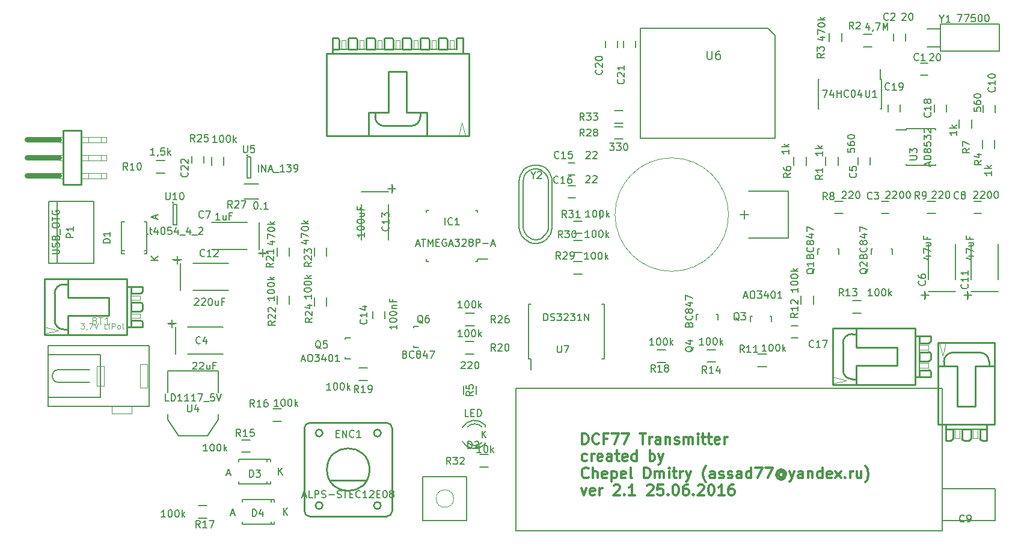
<source format=gbr>
G04 #@! TF.FileFunction,Legend,Top*
%FSLAX46Y46*%
G04 Gerber Fmt 4.6, Leading zero omitted, Abs format (unit mm)*
G04 Created by KiCad (PCBNEW 4.0.2-stable) date 27/06/2016 23:08:48*
%MOMM*%
G01*
G04 APERTURE LIST*
%ADD10C,0.100000*%
%ADD11C,0.300000*%
%ADD12C,0.066040*%
%ADD13C,0.254000*%
%ADD14C,0.127000*%
%ADD15C,0.050800*%
%ADD16C,0.150000*%
%ADD17C,0.250000*%
%ADD18C,0.203200*%
%ADD19C,0.101600*%
%ADD20C,0.762000*%
%ADD21C,0.088900*%
%ADD22C,0.200000*%
G04 APERTURE END LIST*
D10*
D11*
X170357143Y-118828571D02*
X170357143Y-117328571D01*
X170714286Y-117328571D01*
X170928571Y-117400000D01*
X171071429Y-117542857D01*
X171142857Y-117685714D01*
X171214286Y-117971429D01*
X171214286Y-118185714D01*
X171142857Y-118471429D01*
X171071429Y-118614286D01*
X170928571Y-118757143D01*
X170714286Y-118828571D01*
X170357143Y-118828571D01*
X172714286Y-118685714D02*
X172642857Y-118757143D01*
X172428571Y-118828571D01*
X172285714Y-118828571D01*
X172071429Y-118757143D01*
X171928571Y-118614286D01*
X171857143Y-118471429D01*
X171785714Y-118185714D01*
X171785714Y-117971429D01*
X171857143Y-117685714D01*
X171928571Y-117542857D01*
X172071429Y-117400000D01*
X172285714Y-117328571D01*
X172428571Y-117328571D01*
X172642857Y-117400000D01*
X172714286Y-117471429D01*
X173857143Y-118042857D02*
X173357143Y-118042857D01*
X173357143Y-118828571D02*
X173357143Y-117328571D01*
X174071429Y-117328571D01*
X174500000Y-117328571D02*
X175500000Y-117328571D01*
X174857143Y-118828571D01*
X175928571Y-117328571D02*
X176928571Y-117328571D01*
X176285714Y-118828571D01*
X178428570Y-117328571D02*
X179285713Y-117328571D01*
X178857142Y-118828571D02*
X178857142Y-117328571D01*
X179785713Y-118828571D02*
X179785713Y-117828571D01*
X179785713Y-118114286D02*
X179857141Y-117971429D01*
X179928570Y-117900000D01*
X180071427Y-117828571D01*
X180214284Y-117828571D01*
X181357141Y-118828571D02*
X181357141Y-118042857D01*
X181285712Y-117900000D01*
X181142855Y-117828571D01*
X180857141Y-117828571D01*
X180714284Y-117900000D01*
X181357141Y-118757143D02*
X181214284Y-118828571D01*
X180857141Y-118828571D01*
X180714284Y-118757143D01*
X180642855Y-118614286D01*
X180642855Y-118471429D01*
X180714284Y-118328571D01*
X180857141Y-118257143D01*
X181214284Y-118257143D01*
X181357141Y-118185714D01*
X182071427Y-117828571D02*
X182071427Y-118828571D01*
X182071427Y-117971429D02*
X182142855Y-117900000D01*
X182285713Y-117828571D01*
X182499998Y-117828571D01*
X182642855Y-117900000D01*
X182714284Y-118042857D01*
X182714284Y-118828571D01*
X183357141Y-118757143D02*
X183499998Y-118828571D01*
X183785713Y-118828571D01*
X183928570Y-118757143D01*
X183999998Y-118614286D01*
X183999998Y-118542857D01*
X183928570Y-118400000D01*
X183785713Y-118328571D01*
X183571427Y-118328571D01*
X183428570Y-118257143D01*
X183357141Y-118114286D01*
X183357141Y-118042857D01*
X183428570Y-117900000D01*
X183571427Y-117828571D01*
X183785713Y-117828571D01*
X183928570Y-117900000D01*
X184642856Y-118828571D02*
X184642856Y-117828571D01*
X184642856Y-117971429D02*
X184714284Y-117900000D01*
X184857142Y-117828571D01*
X185071427Y-117828571D01*
X185214284Y-117900000D01*
X185285713Y-118042857D01*
X185285713Y-118828571D01*
X185285713Y-118042857D02*
X185357142Y-117900000D01*
X185499999Y-117828571D01*
X185714284Y-117828571D01*
X185857142Y-117900000D01*
X185928570Y-118042857D01*
X185928570Y-118828571D01*
X186642856Y-118828571D02*
X186642856Y-117828571D01*
X186642856Y-117328571D02*
X186571427Y-117400000D01*
X186642856Y-117471429D01*
X186714284Y-117400000D01*
X186642856Y-117328571D01*
X186642856Y-117471429D01*
X187142856Y-117828571D02*
X187714285Y-117828571D01*
X187357142Y-117328571D02*
X187357142Y-118614286D01*
X187428570Y-118757143D01*
X187571428Y-118828571D01*
X187714285Y-118828571D01*
X187999999Y-117828571D02*
X188571428Y-117828571D01*
X188214285Y-117328571D02*
X188214285Y-118614286D01*
X188285713Y-118757143D01*
X188428571Y-118828571D01*
X188571428Y-118828571D01*
X189642856Y-118757143D02*
X189499999Y-118828571D01*
X189214285Y-118828571D01*
X189071428Y-118757143D01*
X188999999Y-118614286D01*
X188999999Y-118042857D01*
X189071428Y-117900000D01*
X189214285Y-117828571D01*
X189499999Y-117828571D01*
X189642856Y-117900000D01*
X189714285Y-118042857D01*
X189714285Y-118185714D01*
X188999999Y-118328571D01*
X190357142Y-118828571D02*
X190357142Y-117828571D01*
X190357142Y-118114286D02*
X190428570Y-117971429D01*
X190499999Y-117900000D01*
X190642856Y-117828571D01*
X190785713Y-117828571D01*
X171000000Y-121157143D02*
X170857143Y-121228571D01*
X170571429Y-121228571D01*
X170428571Y-121157143D01*
X170357143Y-121085714D01*
X170285714Y-120942857D01*
X170285714Y-120514286D01*
X170357143Y-120371429D01*
X170428571Y-120300000D01*
X170571429Y-120228571D01*
X170857143Y-120228571D01*
X171000000Y-120300000D01*
X171642857Y-121228571D02*
X171642857Y-120228571D01*
X171642857Y-120514286D02*
X171714285Y-120371429D01*
X171785714Y-120300000D01*
X171928571Y-120228571D01*
X172071428Y-120228571D01*
X173142856Y-121157143D02*
X172999999Y-121228571D01*
X172714285Y-121228571D01*
X172571428Y-121157143D01*
X172499999Y-121014286D01*
X172499999Y-120442857D01*
X172571428Y-120300000D01*
X172714285Y-120228571D01*
X172999999Y-120228571D01*
X173142856Y-120300000D01*
X173214285Y-120442857D01*
X173214285Y-120585714D01*
X172499999Y-120728571D01*
X174499999Y-121228571D02*
X174499999Y-120442857D01*
X174428570Y-120300000D01*
X174285713Y-120228571D01*
X173999999Y-120228571D01*
X173857142Y-120300000D01*
X174499999Y-121157143D02*
X174357142Y-121228571D01*
X173999999Y-121228571D01*
X173857142Y-121157143D01*
X173785713Y-121014286D01*
X173785713Y-120871429D01*
X173857142Y-120728571D01*
X173999999Y-120657143D01*
X174357142Y-120657143D01*
X174499999Y-120585714D01*
X174999999Y-120228571D02*
X175571428Y-120228571D01*
X175214285Y-119728571D02*
X175214285Y-121014286D01*
X175285713Y-121157143D01*
X175428571Y-121228571D01*
X175571428Y-121228571D01*
X176642856Y-121157143D02*
X176499999Y-121228571D01*
X176214285Y-121228571D01*
X176071428Y-121157143D01*
X175999999Y-121014286D01*
X175999999Y-120442857D01*
X176071428Y-120300000D01*
X176214285Y-120228571D01*
X176499999Y-120228571D01*
X176642856Y-120300000D01*
X176714285Y-120442857D01*
X176714285Y-120585714D01*
X175999999Y-120728571D01*
X177999999Y-121228571D02*
X177999999Y-119728571D01*
X177999999Y-121157143D02*
X177857142Y-121228571D01*
X177571428Y-121228571D01*
X177428570Y-121157143D01*
X177357142Y-121085714D01*
X177285713Y-120942857D01*
X177285713Y-120514286D01*
X177357142Y-120371429D01*
X177428570Y-120300000D01*
X177571428Y-120228571D01*
X177857142Y-120228571D01*
X177999999Y-120300000D01*
X179857142Y-121228571D02*
X179857142Y-119728571D01*
X179857142Y-120300000D02*
X179999999Y-120228571D01*
X180285713Y-120228571D01*
X180428570Y-120300000D01*
X180499999Y-120371429D01*
X180571428Y-120514286D01*
X180571428Y-120942857D01*
X180499999Y-121085714D01*
X180428570Y-121157143D01*
X180285713Y-121228571D01*
X179999999Y-121228571D01*
X179857142Y-121157143D01*
X181071428Y-120228571D02*
X181428571Y-121228571D01*
X181785713Y-120228571D02*
X181428571Y-121228571D01*
X181285713Y-121585714D01*
X181214285Y-121657143D01*
X181071428Y-121728571D01*
X171214286Y-123485714D02*
X171142857Y-123557143D01*
X170928571Y-123628571D01*
X170785714Y-123628571D01*
X170571429Y-123557143D01*
X170428571Y-123414286D01*
X170357143Y-123271429D01*
X170285714Y-122985714D01*
X170285714Y-122771429D01*
X170357143Y-122485714D01*
X170428571Y-122342857D01*
X170571429Y-122200000D01*
X170785714Y-122128571D01*
X170928571Y-122128571D01*
X171142857Y-122200000D01*
X171214286Y-122271429D01*
X171857143Y-123628571D02*
X171857143Y-122128571D01*
X172500000Y-123628571D02*
X172500000Y-122842857D01*
X172428571Y-122700000D01*
X172285714Y-122628571D01*
X172071429Y-122628571D01*
X171928571Y-122700000D01*
X171857143Y-122771429D01*
X173785714Y-123557143D02*
X173642857Y-123628571D01*
X173357143Y-123628571D01*
X173214286Y-123557143D01*
X173142857Y-123414286D01*
X173142857Y-122842857D01*
X173214286Y-122700000D01*
X173357143Y-122628571D01*
X173642857Y-122628571D01*
X173785714Y-122700000D01*
X173857143Y-122842857D01*
X173857143Y-122985714D01*
X173142857Y-123128571D01*
X174500000Y-122628571D02*
X174500000Y-124128571D01*
X174500000Y-122700000D02*
X174642857Y-122628571D01*
X174928571Y-122628571D01*
X175071428Y-122700000D01*
X175142857Y-122771429D01*
X175214286Y-122914286D01*
X175214286Y-123342857D01*
X175142857Y-123485714D01*
X175071428Y-123557143D01*
X174928571Y-123628571D01*
X174642857Y-123628571D01*
X174500000Y-123557143D01*
X176428571Y-123557143D02*
X176285714Y-123628571D01*
X176000000Y-123628571D01*
X175857143Y-123557143D01*
X175785714Y-123414286D01*
X175785714Y-122842857D01*
X175857143Y-122700000D01*
X176000000Y-122628571D01*
X176285714Y-122628571D01*
X176428571Y-122700000D01*
X176500000Y-122842857D01*
X176500000Y-122985714D01*
X175785714Y-123128571D01*
X177357143Y-123628571D02*
X177214285Y-123557143D01*
X177142857Y-123414286D01*
X177142857Y-122128571D01*
X179071428Y-123628571D02*
X179071428Y-122128571D01*
X179428571Y-122128571D01*
X179642856Y-122200000D01*
X179785714Y-122342857D01*
X179857142Y-122485714D01*
X179928571Y-122771429D01*
X179928571Y-122985714D01*
X179857142Y-123271429D01*
X179785714Y-123414286D01*
X179642856Y-123557143D01*
X179428571Y-123628571D01*
X179071428Y-123628571D01*
X180571428Y-123628571D02*
X180571428Y-122628571D01*
X180571428Y-122771429D02*
X180642856Y-122700000D01*
X180785714Y-122628571D01*
X180999999Y-122628571D01*
X181142856Y-122700000D01*
X181214285Y-122842857D01*
X181214285Y-123628571D01*
X181214285Y-122842857D02*
X181285714Y-122700000D01*
X181428571Y-122628571D01*
X181642856Y-122628571D01*
X181785714Y-122700000D01*
X181857142Y-122842857D01*
X181857142Y-123628571D01*
X182571428Y-123628571D02*
X182571428Y-122628571D01*
X182571428Y-122128571D02*
X182499999Y-122200000D01*
X182571428Y-122271429D01*
X182642856Y-122200000D01*
X182571428Y-122128571D01*
X182571428Y-122271429D01*
X183071428Y-122628571D02*
X183642857Y-122628571D01*
X183285714Y-122128571D02*
X183285714Y-123414286D01*
X183357142Y-123557143D01*
X183500000Y-123628571D01*
X183642857Y-123628571D01*
X184142857Y-123628571D02*
X184142857Y-122628571D01*
X184142857Y-122914286D02*
X184214285Y-122771429D01*
X184285714Y-122700000D01*
X184428571Y-122628571D01*
X184571428Y-122628571D01*
X184928571Y-122628571D02*
X185285714Y-123628571D01*
X185642856Y-122628571D02*
X185285714Y-123628571D01*
X185142856Y-123985714D01*
X185071428Y-124057143D01*
X184928571Y-124128571D01*
X187785713Y-124200000D02*
X187714285Y-124128571D01*
X187571428Y-123914286D01*
X187499999Y-123771429D01*
X187428570Y-123557143D01*
X187357142Y-123200000D01*
X187357142Y-122914286D01*
X187428570Y-122557143D01*
X187499999Y-122342857D01*
X187571428Y-122200000D01*
X187714285Y-121985714D01*
X187785713Y-121914286D01*
X188999999Y-123628571D02*
X188999999Y-122842857D01*
X188928570Y-122700000D01*
X188785713Y-122628571D01*
X188499999Y-122628571D01*
X188357142Y-122700000D01*
X188999999Y-123557143D02*
X188857142Y-123628571D01*
X188499999Y-123628571D01*
X188357142Y-123557143D01*
X188285713Y-123414286D01*
X188285713Y-123271429D01*
X188357142Y-123128571D01*
X188499999Y-123057143D01*
X188857142Y-123057143D01*
X188999999Y-122985714D01*
X189642856Y-123557143D02*
X189785713Y-123628571D01*
X190071428Y-123628571D01*
X190214285Y-123557143D01*
X190285713Y-123414286D01*
X190285713Y-123342857D01*
X190214285Y-123200000D01*
X190071428Y-123128571D01*
X189857142Y-123128571D01*
X189714285Y-123057143D01*
X189642856Y-122914286D01*
X189642856Y-122842857D01*
X189714285Y-122700000D01*
X189857142Y-122628571D01*
X190071428Y-122628571D01*
X190214285Y-122700000D01*
X190857142Y-123557143D02*
X190999999Y-123628571D01*
X191285714Y-123628571D01*
X191428571Y-123557143D01*
X191499999Y-123414286D01*
X191499999Y-123342857D01*
X191428571Y-123200000D01*
X191285714Y-123128571D01*
X191071428Y-123128571D01*
X190928571Y-123057143D01*
X190857142Y-122914286D01*
X190857142Y-122842857D01*
X190928571Y-122700000D01*
X191071428Y-122628571D01*
X191285714Y-122628571D01*
X191428571Y-122700000D01*
X192785714Y-123628571D02*
X192785714Y-122842857D01*
X192714285Y-122700000D01*
X192571428Y-122628571D01*
X192285714Y-122628571D01*
X192142857Y-122700000D01*
X192785714Y-123557143D02*
X192642857Y-123628571D01*
X192285714Y-123628571D01*
X192142857Y-123557143D01*
X192071428Y-123414286D01*
X192071428Y-123271429D01*
X192142857Y-123128571D01*
X192285714Y-123057143D01*
X192642857Y-123057143D01*
X192785714Y-122985714D01*
X194142857Y-123628571D02*
X194142857Y-122128571D01*
X194142857Y-123557143D02*
X194000000Y-123628571D01*
X193714286Y-123628571D01*
X193571428Y-123557143D01*
X193500000Y-123485714D01*
X193428571Y-123342857D01*
X193428571Y-122914286D01*
X193500000Y-122771429D01*
X193571428Y-122700000D01*
X193714286Y-122628571D01*
X194000000Y-122628571D01*
X194142857Y-122700000D01*
X194714286Y-122128571D02*
X195714286Y-122128571D01*
X195071429Y-123628571D01*
X196142857Y-122128571D02*
X197142857Y-122128571D01*
X196500000Y-123628571D01*
X198642856Y-122914286D02*
X198571428Y-122842857D01*
X198428571Y-122771429D01*
X198285713Y-122771429D01*
X198142856Y-122842857D01*
X198071428Y-122914286D01*
X197999999Y-123057143D01*
X197999999Y-123200000D01*
X198071428Y-123342857D01*
X198142856Y-123414286D01*
X198285713Y-123485714D01*
X198428571Y-123485714D01*
X198571428Y-123414286D01*
X198642856Y-123342857D01*
X198642856Y-122771429D02*
X198642856Y-123342857D01*
X198714285Y-123414286D01*
X198785713Y-123414286D01*
X198928571Y-123342857D01*
X198999999Y-123200000D01*
X198999999Y-122842857D01*
X198857142Y-122628571D01*
X198642856Y-122485714D01*
X198357142Y-122414286D01*
X198071428Y-122485714D01*
X197857142Y-122628571D01*
X197714285Y-122842857D01*
X197642856Y-123128571D01*
X197714285Y-123414286D01*
X197857142Y-123628571D01*
X198071428Y-123771429D01*
X198357142Y-123842857D01*
X198642856Y-123771429D01*
X198857142Y-123628571D01*
X199499999Y-122628571D02*
X199857142Y-123628571D01*
X200214284Y-122628571D02*
X199857142Y-123628571D01*
X199714284Y-123985714D01*
X199642856Y-124057143D01*
X199499999Y-124128571D01*
X201428570Y-123628571D02*
X201428570Y-122842857D01*
X201357141Y-122700000D01*
X201214284Y-122628571D01*
X200928570Y-122628571D01*
X200785713Y-122700000D01*
X201428570Y-123557143D02*
X201285713Y-123628571D01*
X200928570Y-123628571D01*
X200785713Y-123557143D01*
X200714284Y-123414286D01*
X200714284Y-123271429D01*
X200785713Y-123128571D01*
X200928570Y-123057143D01*
X201285713Y-123057143D01*
X201428570Y-122985714D01*
X202142856Y-122628571D02*
X202142856Y-123628571D01*
X202142856Y-122771429D02*
X202214284Y-122700000D01*
X202357142Y-122628571D01*
X202571427Y-122628571D01*
X202714284Y-122700000D01*
X202785713Y-122842857D01*
X202785713Y-123628571D01*
X204142856Y-123628571D02*
X204142856Y-122128571D01*
X204142856Y-123557143D02*
X203999999Y-123628571D01*
X203714285Y-123628571D01*
X203571427Y-123557143D01*
X203499999Y-123485714D01*
X203428570Y-123342857D01*
X203428570Y-122914286D01*
X203499999Y-122771429D01*
X203571427Y-122700000D01*
X203714285Y-122628571D01*
X203999999Y-122628571D01*
X204142856Y-122700000D01*
X205428570Y-123557143D02*
X205285713Y-123628571D01*
X204999999Y-123628571D01*
X204857142Y-123557143D01*
X204785713Y-123414286D01*
X204785713Y-122842857D01*
X204857142Y-122700000D01*
X204999999Y-122628571D01*
X205285713Y-122628571D01*
X205428570Y-122700000D01*
X205499999Y-122842857D01*
X205499999Y-122985714D01*
X204785713Y-123128571D01*
X205999999Y-123628571D02*
X206785713Y-122628571D01*
X205999999Y-122628571D02*
X206785713Y-123628571D01*
X207357142Y-123485714D02*
X207428570Y-123557143D01*
X207357142Y-123628571D01*
X207285713Y-123557143D01*
X207357142Y-123485714D01*
X207357142Y-123628571D01*
X208071428Y-123628571D02*
X208071428Y-122628571D01*
X208071428Y-122914286D02*
X208142856Y-122771429D01*
X208214285Y-122700000D01*
X208357142Y-122628571D01*
X208499999Y-122628571D01*
X209642856Y-122628571D02*
X209642856Y-123628571D01*
X208999999Y-122628571D02*
X208999999Y-123414286D01*
X209071427Y-123557143D01*
X209214285Y-123628571D01*
X209428570Y-123628571D01*
X209571427Y-123557143D01*
X209642856Y-123485714D01*
X210214285Y-124200000D02*
X210285713Y-124128571D01*
X210428570Y-123914286D01*
X210499999Y-123771429D01*
X210571428Y-123557143D01*
X210642856Y-123200000D01*
X210642856Y-122914286D01*
X210571428Y-122557143D01*
X210499999Y-122342857D01*
X210428570Y-122200000D01*
X210285713Y-121985714D01*
X210214285Y-121914286D01*
X170214286Y-125028571D02*
X170571429Y-126028571D01*
X170928571Y-125028571D01*
X172071428Y-125957143D02*
X171928571Y-126028571D01*
X171642857Y-126028571D01*
X171500000Y-125957143D01*
X171428571Y-125814286D01*
X171428571Y-125242857D01*
X171500000Y-125100000D01*
X171642857Y-125028571D01*
X171928571Y-125028571D01*
X172071428Y-125100000D01*
X172142857Y-125242857D01*
X172142857Y-125385714D01*
X171428571Y-125528571D01*
X172785714Y-126028571D02*
X172785714Y-125028571D01*
X172785714Y-125314286D02*
X172857142Y-125171429D01*
X172928571Y-125100000D01*
X173071428Y-125028571D01*
X173214285Y-125028571D01*
X174785713Y-124671429D02*
X174857142Y-124600000D01*
X174999999Y-124528571D01*
X175357142Y-124528571D01*
X175499999Y-124600000D01*
X175571428Y-124671429D01*
X175642856Y-124814286D01*
X175642856Y-124957143D01*
X175571428Y-125171429D01*
X174714285Y-126028571D01*
X175642856Y-126028571D01*
X176285713Y-125885714D02*
X176357141Y-125957143D01*
X176285713Y-126028571D01*
X176214284Y-125957143D01*
X176285713Y-125885714D01*
X176285713Y-126028571D01*
X177785713Y-126028571D02*
X176928570Y-126028571D01*
X177357142Y-126028571D02*
X177357142Y-124528571D01*
X177214285Y-124742857D01*
X177071427Y-124885714D01*
X176928570Y-124957143D01*
X179499998Y-124671429D02*
X179571427Y-124600000D01*
X179714284Y-124528571D01*
X180071427Y-124528571D01*
X180214284Y-124600000D01*
X180285713Y-124671429D01*
X180357141Y-124814286D01*
X180357141Y-124957143D01*
X180285713Y-125171429D01*
X179428570Y-126028571D01*
X180357141Y-126028571D01*
X181714284Y-124528571D02*
X180999998Y-124528571D01*
X180928569Y-125242857D01*
X180999998Y-125171429D01*
X181142855Y-125100000D01*
X181499998Y-125100000D01*
X181642855Y-125171429D01*
X181714284Y-125242857D01*
X181785712Y-125385714D01*
X181785712Y-125742857D01*
X181714284Y-125885714D01*
X181642855Y-125957143D01*
X181499998Y-126028571D01*
X181142855Y-126028571D01*
X180999998Y-125957143D01*
X180928569Y-125885714D01*
X182428569Y-125885714D02*
X182499997Y-125957143D01*
X182428569Y-126028571D01*
X182357140Y-125957143D01*
X182428569Y-125885714D01*
X182428569Y-126028571D01*
X183428569Y-124528571D02*
X183571426Y-124528571D01*
X183714283Y-124600000D01*
X183785712Y-124671429D01*
X183857141Y-124814286D01*
X183928569Y-125100000D01*
X183928569Y-125457143D01*
X183857141Y-125742857D01*
X183785712Y-125885714D01*
X183714283Y-125957143D01*
X183571426Y-126028571D01*
X183428569Y-126028571D01*
X183285712Y-125957143D01*
X183214283Y-125885714D01*
X183142855Y-125742857D01*
X183071426Y-125457143D01*
X183071426Y-125100000D01*
X183142855Y-124814286D01*
X183214283Y-124671429D01*
X183285712Y-124600000D01*
X183428569Y-124528571D01*
X185214283Y-124528571D02*
X184928569Y-124528571D01*
X184785712Y-124600000D01*
X184714283Y-124671429D01*
X184571426Y-124885714D01*
X184499997Y-125171429D01*
X184499997Y-125742857D01*
X184571426Y-125885714D01*
X184642854Y-125957143D01*
X184785712Y-126028571D01*
X185071426Y-126028571D01*
X185214283Y-125957143D01*
X185285712Y-125885714D01*
X185357140Y-125742857D01*
X185357140Y-125385714D01*
X185285712Y-125242857D01*
X185214283Y-125171429D01*
X185071426Y-125100000D01*
X184785712Y-125100000D01*
X184642854Y-125171429D01*
X184571426Y-125242857D01*
X184499997Y-125385714D01*
X185999997Y-125885714D02*
X186071425Y-125957143D01*
X185999997Y-126028571D01*
X185928568Y-125957143D01*
X185999997Y-125885714D01*
X185999997Y-126028571D01*
X186642854Y-124671429D02*
X186714283Y-124600000D01*
X186857140Y-124528571D01*
X187214283Y-124528571D01*
X187357140Y-124600000D01*
X187428569Y-124671429D01*
X187499997Y-124814286D01*
X187499997Y-124957143D01*
X187428569Y-125171429D01*
X186571426Y-126028571D01*
X187499997Y-126028571D01*
X188428568Y-124528571D02*
X188571425Y-124528571D01*
X188714282Y-124600000D01*
X188785711Y-124671429D01*
X188857140Y-124814286D01*
X188928568Y-125100000D01*
X188928568Y-125457143D01*
X188857140Y-125742857D01*
X188785711Y-125885714D01*
X188714282Y-125957143D01*
X188571425Y-126028571D01*
X188428568Y-126028571D01*
X188285711Y-125957143D01*
X188214282Y-125885714D01*
X188142854Y-125742857D01*
X188071425Y-125457143D01*
X188071425Y-125100000D01*
X188142854Y-124814286D01*
X188214282Y-124671429D01*
X188285711Y-124600000D01*
X188428568Y-124528571D01*
X190357139Y-126028571D02*
X189499996Y-126028571D01*
X189928568Y-126028571D02*
X189928568Y-124528571D01*
X189785711Y-124742857D01*
X189642853Y-124885714D01*
X189499996Y-124957143D01*
X191642853Y-124528571D02*
X191357139Y-124528571D01*
X191214282Y-124600000D01*
X191142853Y-124671429D01*
X190999996Y-124885714D01*
X190928567Y-125171429D01*
X190928567Y-125742857D01*
X190999996Y-125885714D01*
X191071424Y-125957143D01*
X191214282Y-126028571D01*
X191499996Y-126028571D01*
X191642853Y-125957143D01*
X191714282Y-125885714D01*
X191785710Y-125742857D01*
X191785710Y-125385714D01*
X191714282Y-125242857D01*
X191642853Y-125171429D01*
X191499996Y-125100000D01*
X191214282Y-125100000D01*
X191071424Y-125171429D01*
X190999996Y-125242857D01*
X190928567Y-125385714D01*
D12*
X152297500Y-61950000D02*
X151662500Y-61950000D01*
X151662500Y-61950000D02*
X151662500Y-63220000D01*
X152297500Y-63220000D02*
X151662500Y-63220000D01*
X152297500Y-61950000D02*
X152297500Y-63220000D01*
X149757500Y-61950000D02*
X149122500Y-61950000D01*
X149122500Y-61950000D02*
X149122500Y-63220000D01*
X149757500Y-63220000D02*
X149122500Y-63220000D01*
X149757500Y-61950000D02*
X149757500Y-63220000D01*
X147217500Y-61950000D02*
X146582500Y-61950000D01*
X146582500Y-61950000D02*
X146582500Y-63220000D01*
X147217500Y-63220000D02*
X146582500Y-63220000D01*
X147217500Y-61950000D02*
X147217500Y-63220000D01*
X144677500Y-61950000D02*
X144042500Y-61950000D01*
X144042500Y-61950000D02*
X144042500Y-63220000D01*
X144677500Y-63220000D02*
X144042500Y-63220000D01*
X144677500Y-61950000D02*
X144677500Y-63220000D01*
X142137500Y-61950000D02*
X141502500Y-61950000D01*
X141502500Y-61950000D02*
X141502500Y-63220000D01*
X142137500Y-63220000D02*
X141502500Y-63220000D01*
X142137500Y-61950000D02*
X142137500Y-63220000D01*
X139597500Y-61950000D02*
X138962500Y-61950000D01*
X138962500Y-61950000D02*
X138962500Y-63220000D01*
X139597500Y-63220000D02*
X138962500Y-63220000D01*
X139597500Y-61950000D02*
X139597500Y-63220000D01*
X137057500Y-61950000D02*
X136422500Y-61950000D01*
X136422500Y-61950000D02*
X136422500Y-63220000D01*
X137057500Y-63220000D02*
X136422500Y-63220000D01*
X137057500Y-61950000D02*
X137057500Y-63220000D01*
D13*
X134360020Y-75442480D02*
X140232500Y-75442480D01*
X140232500Y-75442480D02*
X154359980Y-75442480D01*
X154359980Y-75442480D02*
X154359980Y-63855000D01*
X154359980Y-63855000D02*
X134360020Y-63855000D01*
X134360020Y-63855000D02*
X134360020Y-75442480D01*
X145630000Y-72110000D02*
X145630000Y-66395000D01*
X145630000Y-66395000D02*
X143090000Y-66395000D01*
X143090000Y-66395000D02*
X143090000Y-72110000D01*
X148487500Y-75442480D02*
X148487500Y-72110000D01*
X148487500Y-72110000D02*
X147535000Y-72110000D01*
X147535000Y-72110000D02*
X145630000Y-72110000D01*
X143090000Y-72110000D02*
X141185000Y-72110000D01*
X141185000Y-72110000D02*
X140232500Y-72110000D01*
X140232500Y-72110000D02*
X140232500Y-75442480D01*
X147535000Y-72110000D02*
X147535000Y-72745000D01*
X146265000Y-74015000D02*
X142455000Y-74015000D01*
X141185000Y-72745000D02*
X141185000Y-72110000D01*
D14*
X152615000Y-63220000D02*
X151345000Y-63220000D01*
D13*
X151345000Y-63220000D02*
X150075000Y-63220000D01*
X151345000Y-63220000D02*
X151345000Y-61886500D01*
X150075000Y-63220000D02*
X150075000Y-61886500D01*
X150329000Y-61632500D02*
X151091000Y-61632500D01*
D14*
X150075000Y-63220000D02*
X148805000Y-63220000D01*
D13*
X148805000Y-63220000D02*
X147535000Y-63220000D01*
X148805000Y-63220000D02*
X148805000Y-61886500D01*
X147535000Y-63220000D02*
X147535000Y-61886500D01*
X147789000Y-61632500D02*
X148551000Y-61632500D01*
D14*
X147535000Y-63220000D02*
X146265000Y-63220000D01*
D13*
X146265000Y-63220000D02*
X144995000Y-63220000D01*
X146265000Y-63220000D02*
X146265000Y-61886500D01*
X144995000Y-63220000D02*
X144995000Y-61886500D01*
X145249000Y-61632500D02*
X146011000Y-61632500D01*
D14*
X144995000Y-63220000D02*
X143725000Y-63220000D01*
D13*
X143725000Y-63220000D02*
X142455000Y-63220000D01*
X143725000Y-63220000D02*
X143725000Y-61886500D01*
X142455000Y-63220000D02*
X142455000Y-61886500D01*
X142709000Y-61632500D02*
X143471000Y-61632500D01*
D14*
X142455000Y-63220000D02*
X141185000Y-63220000D01*
D13*
X141185000Y-63220000D02*
X139915000Y-63220000D01*
X141185000Y-63220000D02*
X141185000Y-61886500D01*
X139915000Y-63220000D02*
X139915000Y-61886500D01*
X140169000Y-61632500D02*
X140931000Y-61632500D01*
D14*
X139915000Y-63220000D02*
X138645000Y-63220000D01*
D13*
X138645000Y-63220000D02*
X137375000Y-63220000D01*
X138645000Y-63220000D02*
X138645000Y-61886500D01*
X137375000Y-63220000D02*
X137375000Y-61886500D01*
X137629000Y-61632500D02*
X138391000Y-61632500D01*
D14*
X137375000Y-63220000D02*
X136105000Y-63220000D01*
D13*
X153567500Y-63855000D02*
X153567500Y-61632500D01*
X152615000Y-63220000D02*
X152615000Y-61886500D01*
X152869000Y-61632500D02*
X153567500Y-61632500D01*
X136105000Y-63220000D02*
X136105000Y-61886500D01*
X135851000Y-61632500D02*
X135152500Y-61632500D01*
X135152500Y-61632500D02*
X135152500Y-63220000D01*
X135152500Y-63220000D02*
X135152500Y-63855000D01*
X136105000Y-63220000D02*
X135152500Y-63220000D01*
D15*
X153885000Y-75442480D02*
X153407480Y-73537480D01*
X153407480Y-73537480D02*
X152932500Y-75442480D01*
X152932500Y-75442480D02*
X153885000Y-75442480D01*
D13*
X146265000Y-74015000D02*
G75*
G03X147535000Y-72745000I0J1270000D01*
G01*
X141185000Y-72745000D02*
G75*
G03X142455000Y-74015000I1270000J0D01*
G01*
X151345000Y-61886500D02*
G75*
G03X151091000Y-61632500I-254000J0D01*
G01*
X150329000Y-61632500D02*
G75*
G03X150075000Y-61886500I0J-254000D01*
G01*
X148805000Y-61886500D02*
G75*
G03X148551000Y-61632500I-254000J0D01*
G01*
X147789000Y-61632500D02*
G75*
G03X147535000Y-61886500I0J-254000D01*
G01*
X146265000Y-61886500D02*
G75*
G03X146011000Y-61632500I-254000J0D01*
G01*
X145249000Y-61632500D02*
G75*
G03X144995000Y-61886500I0J-254000D01*
G01*
X143725000Y-61886500D02*
G75*
G03X143471000Y-61632500I-254000J0D01*
G01*
X142709000Y-61632500D02*
G75*
G03X142455000Y-61886500I0J-254000D01*
G01*
X141185000Y-61886500D02*
G75*
G03X140931000Y-61632500I-254000J0D01*
G01*
X140169000Y-61632500D02*
G75*
G03X139915000Y-61886500I0J-254000D01*
G01*
X138645000Y-61886500D02*
G75*
G03X138391000Y-61632500I-254000J0D01*
G01*
X137629000Y-61632500D02*
G75*
G03X137375000Y-61886500I0J-254000D01*
G01*
X152869000Y-61632500D02*
G75*
G03X152615000Y-61886500I0J-254000D01*
G01*
X136105000Y-61886500D02*
G75*
G03X135851000Y-61632500I-254000J0D01*
G01*
D16*
X161000000Y-131000000D02*
X161000000Y-111000000D01*
X161000000Y-111000000D02*
X221000000Y-111000000D01*
X221000000Y-111000000D02*
X221000000Y-131000000D01*
X221000000Y-131000000D02*
X161000000Y-131000000D01*
D12*
X219120000Y-108087500D02*
X219120000Y-107452500D01*
X219120000Y-107452500D02*
X217850000Y-107452500D01*
X217850000Y-108087500D02*
X217850000Y-107452500D01*
X219120000Y-108087500D02*
X217850000Y-108087500D01*
X219120000Y-105547500D02*
X219120000Y-104912500D01*
X219120000Y-104912500D02*
X217850000Y-104912500D01*
X217850000Y-105547500D02*
X217850000Y-104912500D01*
X219120000Y-105547500D02*
X217850000Y-105547500D01*
D13*
X205627520Y-102532520D02*
X205627520Y-110467480D01*
X208960000Y-107770000D02*
X214675000Y-107770000D01*
X214675000Y-107770000D02*
X214675000Y-105230000D01*
X214675000Y-105230000D02*
X208960000Y-105230000D01*
X205627520Y-110467480D02*
X208960000Y-110467480D01*
X208960000Y-110467480D02*
X208960000Y-109675000D01*
X208960000Y-109675000D02*
X208960000Y-107770000D01*
X208960000Y-105230000D02*
X208960000Y-103325000D01*
X208960000Y-103325000D02*
X208960000Y-102532520D01*
X208960000Y-102532520D02*
X205627520Y-102532520D01*
X208960000Y-109675000D02*
X208325000Y-109675000D01*
X207055000Y-108405000D02*
X207055000Y-104595000D01*
X208325000Y-103325000D02*
X208960000Y-103325000D01*
X208960000Y-110467480D02*
X217215000Y-110467480D01*
X217215000Y-110467480D02*
X217215000Y-102532520D01*
X217215000Y-102532520D02*
X208960000Y-102532520D01*
X217215000Y-109357500D02*
X217850000Y-109357500D01*
X217850000Y-109357500D02*
X219437500Y-109357500D01*
X219437500Y-103642500D02*
X217850000Y-103642500D01*
X217850000Y-103642500D02*
X217215000Y-103642500D01*
X217850000Y-109357500D02*
X217850000Y-108405000D01*
D14*
X217850000Y-108405000D02*
X217850000Y-107135000D01*
D13*
X217850000Y-107135000D02*
X217850000Y-105865000D01*
D14*
X217850000Y-105865000D02*
X217850000Y-104595000D01*
D13*
X217850000Y-104595000D02*
X217850000Y-103642500D01*
X217850000Y-108405000D02*
X219183500Y-108405000D01*
X219437500Y-108659000D02*
X219437500Y-109357500D01*
X217850000Y-107135000D02*
X219183500Y-107135000D01*
X217850000Y-105865000D02*
X219183500Y-105865000D01*
X219437500Y-106119000D02*
X219437500Y-106881000D01*
X217850000Y-104595000D02*
X219183500Y-104595000D01*
X219437500Y-104341000D02*
X219437500Y-103642500D01*
D15*
X205627520Y-110310000D02*
X207532520Y-109832480D01*
X207532520Y-109832480D02*
X205627520Y-109357500D01*
X205627520Y-109357500D02*
X205627520Y-110310000D01*
D13*
X207055000Y-108405000D02*
G75*
G03X208325000Y-109675000I1270000J0D01*
G01*
X208325000Y-103325000D02*
G75*
G03X207055000Y-104595000I0J-1270000D01*
G01*
X219437500Y-108659000D02*
G75*
G03X219183500Y-108405000I-254000J0D01*
G01*
X219183500Y-107135000D02*
G75*
G03X219437500Y-106881000I0J254000D01*
G01*
X219437500Y-106119000D02*
G75*
G03X219183500Y-105865000I-254000J0D01*
G01*
X219183500Y-104595000D02*
G75*
G03X219437500Y-104341000I0J254000D01*
G01*
D16*
X218000000Y-66850000D02*
X219000000Y-66850000D01*
X219000000Y-65150000D02*
X218000000Y-65150000D01*
X215850000Y-62000000D02*
X215850000Y-61000000D01*
X214150000Y-61000000D02*
X214150000Y-62000000D01*
X213500000Y-84650000D02*
X212500000Y-84650000D01*
X212500000Y-86350000D02*
X213500000Y-86350000D01*
X113048840Y-102350080D02*
X113048840Y-106149920D01*
X119749360Y-102350080D02*
X114750640Y-102350080D01*
X119746820Y-106149920D02*
X114748100Y-106149920D01*
X112545920Y-101346780D02*
X112545920Y-102446600D01*
X111946480Y-101847160D02*
X113145360Y-101847160D01*
X210850000Y-79500000D02*
X210850000Y-78500000D01*
X209150000Y-78500000D02*
X209150000Y-79500000D01*
X219080080Y-97381160D02*
X222879920Y-97381160D01*
X219080080Y-90680640D02*
X219080080Y-95679360D01*
X222879920Y-90683180D02*
X222879920Y-95681900D01*
X218076780Y-97884080D02*
X219176600Y-97884080D01*
X218577160Y-98483520D02*
X218577160Y-97284640D01*
X124856260Y-91421820D02*
X124856260Y-87621980D01*
X118155740Y-91421820D02*
X123154460Y-91421820D01*
X118158280Y-87621980D02*
X123157000Y-87621980D01*
X125359180Y-92425120D02*
X125359180Y-91325300D01*
X125958620Y-91924740D02*
X124759740Y-91924740D01*
X226500000Y-84650000D02*
X225500000Y-84650000D01*
X225500000Y-86350000D02*
X226500000Y-86350000D01*
X228520000Y-129600000D02*
X221020000Y-129600000D01*
X221020000Y-129600000D02*
X221020000Y-125100000D01*
X221020000Y-125100000D02*
X228520000Y-125100000D01*
X228520000Y-125100000D02*
X228520000Y-129600000D01*
X226780000Y-71080000D02*
X226780000Y-72080000D01*
X228480000Y-72080000D02*
X228480000Y-71080000D01*
X225080080Y-97381160D02*
X228879920Y-97381160D01*
X225080080Y-90680640D02*
X225080080Y-95679360D01*
X228879920Y-90683180D02*
X228879920Y-95681900D01*
X224076780Y-97884080D02*
X225176600Y-97884080D01*
X224577160Y-98483520D02*
X224577160Y-97284640D01*
X113798840Y-93350080D02*
X113798840Y-97149920D01*
X120499360Y-93350080D02*
X115500640Y-93350080D01*
X120496820Y-97149920D02*
X115498100Y-97149920D01*
X113295920Y-92346780D02*
X113295920Y-93446600D01*
X112696480Y-92847160D02*
X113895360Y-92847160D01*
X143084920Y-83324740D02*
X139285080Y-83324740D01*
X143084920Y-90025260D02*
X143084920Y-85026540D01*
X139285080Y-90022720D02*
X139285080Y-85024000D01*
X144088220Y-82821820D02*
X142988400Y-82821820D01*
X143587840Y-82222380D02*
X143587840Y-83421260D01*
X140843700Y-100140000D02*
X140843700Y-101140000D01*
X142543700Y-101140000D02*
X142543700Y-100140000D01*
X168340000Y-80950000D02*
X169340000Y-80950000D01*
X169340000Y-79250000D02*
X168340000Y-79250000D01*
X169370000Y-82470000D02*
X168370000Y-82470000D01*
X168370000Y-84170000D02*
X169370000Y-84170000D01*
X156699000Y-116186000D02*
X156699000Y-116386000D01*
X156699000Y-118780000D02*
X156699000Y-118600000D01*
X153471256Y-118469643D02*
G75*
G03X156699000Y-118786000I1727744J1003643D01*
G01*
X154146994Y-118599068D02*
G75*
G03X156250000Y-118600000I1052006J1133068D01*
G01*
X156686220Y-116159274D02*
G75*
G03X153449000Y-116506000I-1497220J-1306726D01*
G01*
X156212889Y-116386747D02*
G75*
G03X154165000Y-116406000I-1013889J-1079253D01*
G01*
D17*
X141992900Y-117276300D02*
G75*
G03X141992900Y-117276300I-500000J0D01*
G01*
X133792900Y-117276300D02*
G75*
G03X133792900Y-117276300I-500000J0D01*
G01*
X133792900Y-127476300D02*
G75*
G03X133792900Y-127476300I-500000J0D01*
G01*
X141992900Y-127476300D02*
G75*
G03X141992900Y-127476300I-500000J0D01*
G01*
X143592900Y-116626300D02*
X143592900Y-128226300D01*
X131192900Y-128226300D02*
X131192900Y-116626300D01*
X142792900Y-129026300D02*
X131992900Y-129026300D01*
X142792900Y-115826300D02*
X131992900Y-115826300D01*
X142792900Y-129026300D02*
G75*
G03X143592900Y-128226300I0J800000D01*
G01*
X143592900Y-116626300D02*
G75*
G03X142792900Y-115826300I-800000J0D01*
G01*
X131992900Y-115826300D02*
G75*
G03X131192900Y-116626300I0J-800000D01*
G01*
X131192900Y-128226300D02*
G75*
G03X131992900Y-129026300I800000J0D01*
G01*
X139992900Y-123926300D02*
X134792900Y-123926300D01*
X140392900Y-122426300D02*
G75*
G03X140392900Y-122426300I-3000000J0D01*
G01*
D16*
X155625000Y-93125000D02*
X155625000Y-92800000D01*
X148375000Y-93125000D02*
X148375000Y-92800000D01*
X148375000Y-85875000D02*
X148375000Y-86200000D01*
X155625000Y-85875000D02*
X155625000Y-86200000D01*
X155625000Y-93125000D02*
X155300000Y-93125000D01*
X155625000Y-85875000D02*
X155300000Y-85875000D01*
X148375000Y-85875000D02*
X148700000Y-85875000D01*
X148375000Y-93125000D02*
X148700000Y-93125000D01*
X155625000Y-92800000D02*
X157050000Y-92800000D01*
X95182540Y-84649100D02*
X95182540Y-93349100D01*
X101587540Y-84649100D02*
X101587540Y-93349100D01*
X101587540Y-93349100D02*
X95182540Y-93349100D01*
X96412540Y-93349100D02*
X96412540Y-84649100D01*
X95182540Y-84649100D02*
X101587540Y-84649100D01*
X203500180Y-92050800D02*
X203500180Y-91349760D01*
X203500180Y-91349760D02*
X203749100Y-91349760D01*
X206299160Y-91349760D02*
X206499820Y-91349760D01*
X206499820Y-91349760D02*
X206499820Y-92050800D01*
X211000180Y-92050800D02*
X211000180Y-91349760D01*
X211000180Y-91349760D02*
X211249100Y-91349760D01*
X213799160Y-91349760D02*
X213999820Y-91349760D01*
X213999820Y-91349760D02*
X213999820Y-92050800D01*
X194000180Y-101550800D02*
X194000180Y-100849760D01*
X194000180Y-100849760D02*
X194249100Y-100849760D01*
X196799160Y-100849760D02*
X196999820Y-100849760D01*
X196999820Y-100849760D02*
X196999820Y-101550800D01*
X186440280Y-101299200D02*
X186440280Y-100598160D01*
X186440280Y-100598160D02*
X186689200Y-100598160D01*
X189239260Y-100598160D02*
X189439920Y-100598160D01*
X189439920Y-100598160D02*
X189439920Y-101299200D01*
X137684900Y-106823020D02*
X136983860Y-106823020D01*
X136983860Y-106823020D02*
X136983860Y-106574100D01*
X136983860Y-104024040D02*
X136983860Y-103823380D01*
X136983860Y-103823380D02*
X137684900Y-103823380D01*
X147300800Y-105249820D02*
X146599760Y-105249820D01*
X146599760Y-105249820D02*
X146599760Y-105000900D01*
X146599760Y-102450840D02*
X146599760Y-102250180D01*
X146599760Y-102250180D02*
X147300800Y-102250180D01*
X204625000Y-79600000D02*
X204625000Y-78400000D01*
X206375000Y-78400000D02*
X206375000Y-79600000D01*
X211100000Y-62875000D02*
X209900000Y-62875000D01*
X209900000Y-61125000D02*
X211100000Y-61125000D01*
X206875000Y-60900000D02*
X206875000Y-62100000D01*
X205125000Y-62100000D02*
X205125000Y-60900000D01*
X226665000Y-77210000D02*
X226665000Y-76010000D01*
X228415000Y-76010000D02*
X228415000Y-77210000D01*
X153665000Y-111860000D02*
X153665000Y-110660000D01*
X155415000Y-110660000D02*
X155415000Y-111860000D01*
X201875000Y-78400000D02*
X201875000Y-79600000D01*
X200125000Y-79600000D02*
X200125000Y-78400000D01*
X225145000Y-73130000D02*
X225145000Y-74330000D01*
X223395000Y-74330000D02*
X223395000Y-73130000D01*
X207100000Y-86375000D02*
X205900000Y-86375000D01*
X205900000Y-84625000D02*
X207100000Y-84625000D01*
X220100000Y-86375000D02*
X218900000Y-86375000D01*
X218900000Y-84625000D02*
X220100000Y-84625000D01*
X110369500Y-78887100D02*
X111569500Y-78887100D01*
X111569500Y-80637100D02*
X110369500Y-80637100D01*
X196280000Y-107895000D02*
X195080000Y-107895000D01*
X195080000Y-106145000D02*
X196280000Y-106145000D01*
X202875000Y-97900000D02*
X202875000Y-99100000D01*
X201125000Y-99100000D02*
X201125000Y-97900000D01*
X209600000Y-100375000D02*
X208400000Y-100375000D01*
X208400000Y-98625000D02*
X209600000Y-98625000D01*
X189100000Y-107269600D02*
X187900000Y-107269600D01*
X187900000Y-105519600D02*
X189100000Y-105519600D01*
X122380000Y-118225000D02*
X123580000Y-118225000D01*
X123580000Y-119975000D02*
X122380000Y-119975000D01*
X126810000Y-113845000D02*
X128010000Y-113845000D01*
X128010000Y-115595000D02*
X126810000Y-115595000D01*
X116320000Y-127525000D02*
X117520000Y-127525000D01*
X117520000Y-129275000D02*
X116320000Y-129275000D01*
X182100000Y-107325000D02*
X180900000Y-107325000D01*
X180900000Y-105575000D02*
X182100000Y-105575000D01*
X138900000Y-108125000D02*
X140100000Y-108125000D01*
X140100000Y-109875000D02*
X138900000Y-109875000D01*
X155100000Y-106125000D02*
X153900000Y-106125000D01*
X153900000Y-104375000D02*
X155100000Y-104375000D01*
X127375000Y-92350000D02*
X127375000Y-91150000D01*
X129125000Y-91150000D02*
X129125000Y-92350000D01*
X127375000Y-99100000D02*
X127375000Y-97900000D01*
X129125000Y-97900000D02*
X129125000Y-99100000D01*
X132625000Y-92350000D02*
X132625000Y-91150000D01*
X134375000Y-91150000D02*
X134375000Y-92350000D01*
X132625000Y-99350000D02*
X132625000Y-98150000D01*
X134375000Y-98150000D02*
X134375000Y-99350000D01*
X118125000Y-79600000D02*
X118125000Y-78400000D01*
X119875000Y-78400000D02*
X119875000Y-79600000D01*
X153921000Y-100422700D02*
X155121000Y-100422700D01*
X155121000Y-102172700D02*
X153921000Y-102172700D01*
X122750000Y-82175000D02*
X124750000Y-82175000D01*
X124750000Y-84325000D02*
X122750000Y-84325000D01*
X174900000Y-74125000D02*
X176100000Y-74125000D01*
X176100000Y-75875000D02*
X174900000Y-75875000D01*
X169110000Y-93105000D02*
X170310000Y-93105000D01*
X170310000Y-94855000D02*
X169110000Y-94855000D01*
X169150000Y-90115000D02*
X170350000Y-90115000D01*
X170350000Y-91865000D02*
X169150000Y-91865000D01*
X169110000Y-87415000D02*
X170310000Y-87415000D01*
X170310000Y-89165000D02*
X169110000Y-89165000D01*
X155910000Y-120325000D02*
X157110000Y-120325000D01*
X157110000Y-122075000D02*
X155910000Y-122075000D01*
X212450000Y-67425000D02*
X212335000Y-67425000D01*
X212450000Y-71575000D02*
X212335000Y-71575000D01*
X203550000Y-71575000D02*
X203665000Y-71575000D01*
X203550000Y-67425000D02*
X203665000Y-67425000D01*
X212450000Y-67425000D02*
X212450000Y-71575000D01*
X203550000Y-67425000D02*
X203550000Y-71575000D01*
X212335000Y-67425000D02*
X212335000Y-66050000D01*
X215925000Y-74425000D02*
X215925000Y-74570000D01*
X220075000Y-74425000D02*
X220075000Y-74570000D01*
X220075000Y-79575000D02*
X220075000Y-79430000D01*
X215925000Y-79575000D02*
X215925000Y-79430000D01*
X215925000Y-74425000D02*
X220075000Y-74425000D01*
X215925000Y-79575000D02*
X220075000Y-79575000D01*
X215925000Y-74570000D02*
X214525000Y-74570000D01*
X123244500Y-78156800D02*
G75*
G03X123244500Y-78156800I-100000J0D01*
G01*
X123694500Y-78406800D02*
X123194500Y-78406800D01*
X123694500Y-81306800D02*
X123694500Y-78406800D01*
X123194500Y-81306800D02*
X123694500Y-81306800D01*
X123194500Y-78406800D02*
X123194500Y-81306800D01*
X162775000Y-106855000D02*
X163130000Y-106855000D01*
X162775000Y-99105000D02*
X163130000Y-99105000D01*
X173425000Y-99105000D02*
X173070000Y-99105000D01*
X173425000Y-106855000D02*
X173070000Y-106855000D01*
X162775000Y-106855000D02*
X162775000Y-99105000D01*
X173425000Y-106855000D02*
X173425000Y-99105000D01*
X163130000Y-106855000D02*
X163130000Y-108380000D01*
X112800000Y-84800000D02*
G75*
G03X112800000Y-84800000I-100000J0D01*
G01*
X113250000Y-85050000D02*
X112750000Y-85050000D01*
X113250000Y-87950000D02*
X113250000Y-85050000D01*
X112750000Y-87950000D02*
X113250000Y-87950000D01*
X112750000Y-85050000D02*
X112750000Y-87950000D01*
X119077500Y-111560100D02*
X119077500Y-108512100D01*
X119077500Y-108512100D02*
X111965500Y-108512100D01*
X111965500Y-108512100D02*
X111965500Y-111560100D01*
X119077500Y-114608100D02*
X119077500Y-115370100D01*
X119077500Y-115370100D02*
X117553500Y-117656100D01*
X117553500Y-117656100D02*
X113489500Y-117656100D01*
X113489500Y-117656100D02*
X111965500Y-115370100D01*
X111965500Y-115370100D02*
X111965500Y-114608100D01*
X117100000Y-79250000D02*
X117100000Y-78250000D01*
X115400000Y-78250000D02*
X115400000Y-79250000D01*
X174900000Y-71875000D02*
X176100000Y-71875000D01*
X176100000Y-73625000D02*
X174900000Y-73625000D01*
D18*
X154098800Y-129598800D02*
X147901200Y-129598800D01*
X147901200Y-129598800D02*
X147901200Y-123401200D01*
X147901200Y-123401200D02*
X154098800Y-123401200D01*
X154098800Y-123401200D02*
X154098800Y-129598800D01*
X148251720Y-129598800D02*
X153748280Y-129598800D01*
X147901200Y-125501780D02*
X147901200Y-127498220D01*
X148251720Y-123401200D02*
X153748280Y-123401200D01*
X154098800Y-125501780D02*
X154098800Y-127498220D01*
D19*
X152235683Y-126500000D02*
G75*
G03X152235683Y-126500000I-1235683J0D01*
G01*
X152235683Y-126500000D02*
G75*
G03X152235683Y-126500000I-1235683J0D01*
G01*
D16*
X164780760Y-89739000D02*
X164379440Y-89939660D01*
X164379440Y-89939660D02*
X163780000Y-90041260D01*
X163780000Y-90041260D02*
X163279620Y-89939660D01*
X163279620Y-89939660D02*
X162581120Y-89540880D01*
X162581120Y-89540880D02*
X162179800Y-88938900D01*
X162179800Y-88938900D02*
X161979140Y-88339460D01*
X161979140Y-88339460D02*
X161979140Y-81740540D01*
X161979140Y-81740540D02*
X162179800Y-81039500D01*
X162179800Y-81039500D02*
X162479520Y-80640720D01*
X162479520Y-80640720D02*
X162979900Y-80239400D01*
X162979900Y-80239400D02*
X163579340Y-80038740D01*
X163579340Y-80038740D02*
X164079720Y-80038740D01*
X164079720Y-80038740D02*
X164580100Y-80239400D01*
X164580100Y-80239400D02*
X165179540Y-80739780D01*
X165179540Y-80739780D02*
X165479260Y-81240160D01*
X165479260Y-81240160D02*
X165580860Y-81740540D01*
X165580860Y-81839600D02*
X165580860Y-88441060D01*
X165580860Y-88441060D02*
X165479260Y-88839840D01*
X165479260Y-88839840D02*
X165179540Y-89340220D01*
X165179540Y-89340220D02*
X164679160Y-89840600D01*
X166109180Y-81849760D02*
X166060920Y-81390020D01*
X166060920Y-81390020D02*
X165949160Y-80991240D01*
X165949160Y-80991240D02*
X165730720Y-80559440D01*
X165730720Y-80559440D02*
X165499580Y-80269880D01*
X165499580Y-80269880D02*
X165149060Y-79939680D01*
X165149060Y-79939680D02*
X164610580Y-79650120D01*
X164610580Y-79650120D02*
X164011140Y-79520580D01*
X164011140Y-79520580D02*
X163500600Y-79520580D01*
X163500600Y-79520580D02*
X162799560Y-79690760D01*
X162799560Y-79690760D02*
X162210280Y-80089540D01*
X162210280Y-80089540D02*
X161839440Y-80549280D01*
X161839440Y-80549280D02*
X161631160Y-80970920D01*
X161631160Y-80970920D02*
X161471140Y-81420500D01*
X161471140Y-81420500D02*
X161440660Y-81859920D01*
X161659100Y-89200520D02*
X161880080Y-89578980D01*
X161880080Y-89578980D02*
X162159480Y-89899020D01*
X162159480Y-89899020D02*
X162489680Y-90150480D01*
X162489680Y-90150480D02*
X163040860Y-90450200D01*
X163040860Y-90450200D02*
X163510760Y-90559420D01*
X163510760Y-90559420D02*
X163970500Y-90579740D01*
X163970500Y-90579740D02*
X164430240Y-90490840D01*
X164430240Y-90490840D02*
X164879820Y-90300340D01*
X164879820Y-90300340D02*
X165349720Y-89939660D01*
X165349720Y-89939660D02*
X165669760Y-89589140D01*
X165669760Y-89589140D02*
X165900900Y-89200520D01*
X165900900Y-89200520D02*
X166040600Y-88771260D01*
X166040600Y-88771260D02*
X166109180Y-88329300D01*
X161450820Y-81839600D02*
X161450820Y-88291200D01*
X161450820Y-88291200D02*
X161488920Y-88710300D01*
X161488920Y-88710300D02*
X161659100Y-89200520D01*
X166109180Y-81839600D02*
X166109180Y-88291200D01*
X175350000Y-63000000D02*
X175350000Y-62000000D01*
X173650000Y-62000000D02*
X173650000Y-63000000D01*
X177850000Y-63000000D02*
X177850000Y-62000000D01*
X176150000Y-62000000D02*
X176150000Y-63000000D01*
X213400000Y-71000000D02*
X213400000Y-72000000D01*
X215100000Y-72000000D02*
X215100000Y-71000000D01*
X200750000Y-102150000D02*
X199750000Y-102150000D01*
X199750000Y-103850000D02*
X200750000Y-103850000D01*
X219900000Y-71000000D02*
X219900000Y-72000000D01*
X221600000Y-72000000D02*
X221600000Y-71000000D01*
X197500000Y-61250000D02*
X196500000Y-60250000D01*
X196500000Y-60250000D02*
X178500000Y-60250000D01*
X178500000Y-60250000D02*
X178500000Y-75750000D01*
X178500000Y-75750000D02*
X197500000Y-75750000D01*
X197500000Y-75750000D02*
X197500000Y-61250000D01*
D12*
X96747000Y-80630800D02*
X96747000Y-81392800D01*
X96747000Y-81392800D02*
X97255000Y-81392800D01*
X97255000Y-80630800D02*
X97255000Y-81392800D01*
X96747000Y-80630800D02*
X97255000Y-80630800D01*
X96747000Y-78090800D02*
X96747000Y-78852800D01*
X96747000Y-78852800D02*
X97255000Y-78852800D01*
X97255000Y-78090800D02*
X97255000Y-78852800D01*
X96747000Y-78090800D02*
X97255000Y-78090800D01*
X96747000Y-75550800D02*
X96747000Y-76312800D01*
X96747000Y-76312800D02*
X97255000Y-76312800D01*
X97255000Y-75550800D02*
X97255000Y-76312800D01*
X96747000Y-75550800D02*
X97255000Y-75550800D01*
X99795000Y-80630800D02*
X99795000Y-81392800D01*
X99795000Y-81392800D02*
X100811000Y-81392800D01*
X100811000Y-80630800D02*
X100811000Y-81392800D01*
X99795000Y-80630800D02*
X100811000Y-80630800D01*
X99795000Y-78090800D02*
X99795000Y-78852800D01*
X99795000Y-78852800D02*
X100811000Y-78852800D01*
X100811000Y-78090800D02*
X100811000Y-78852800D01*
X99795000Y-78090800D02*
X100811000Y-78090800D01*
X102589000Y-80630800D02*
X102589000Y-81392800D01*
X102589000Y-81392800D02*
X103351000Y-81392800D01*
X103351000Y-80630800D02*
X103351000Y-81392800D01*
X102589000Y-80630800D02*
X103351000Y-80630800D01*
X100811000Y-80630800D02*
X100811000Y-81392800D01*
X100811000Y-81392800D02*
X102589000Y-81392800D01*
X102589000Y-80630800D02*
X102589000Y-81392800D01*
X100811000Y-80630800D02*
X102589000Y-80630800D01*
X100811000Y-78090800D02*
X100811000Y-78852800D01*
X100811000Y-78852800D02*
X102589000Y-78852800D01*
X102589000Y-78090800D02*
X102589000Y-78852800D01*
X100811000Y-78090800D02*
X102589000Y-78090800D01*
X102589000Y-78090800D02*
X102589000Y-78852800D01*
X102589000Y-78852800D02*
X103351000Y-78852800D01*
X103351000Y-78090800D02*
X103351000Y-78852800D01*
X102589000Y-78090800D02*
X103351000Y-78090800D01*
X99795000Y-75550800D02*
X99795000Y-76312800D01*
X99795000Y-76312800D02*
X100811000Y-76312800D01*
X100811000Y-75550800D02*
X100811000Y-76312800D01*
X99795000Y-75550800D02*
X100811000Y-75550800D01*
X102589000Y-75550800D02*
X102589000Y-76312800D01*
X102589000Y-76312800D02*
X103351000Y-76312800D01*
X103351000Y-75550800D02*
X103351000Y-76312800D01*
X102589000Y-75550800D02*
X103351000Y-75550800D01*
X100811000Y-75550800D02*
X100811000Y-76312800D01*
X100811000Y-76312800D02*
X102589000Y-76312800D01*
X102589000Y-75550800D02*
X102589000Y-76312800D01*
X100811000Y-75550800D02*
X102589000Y-75550800D01*
D13*
X99795000Y-82281800D02*
X99795000Y-79741800D01*
X97255000Y-79741800D02*
X97255000Y-82281800D01*
X97255000Y-82281800D02*
X99795000Y-82281800D01*
D20*
X92175000Y-81011800D02*
X96620000Y-81011800D01*
D13*
X99795000Y-79741800D02*
X99795000Y-77201800D01*
X97255000Y-77201800D02*
X97255000Y-79741800D01*
D20*
X92175000Y-78471800D02*
X96620000Y-78471800D01*
D13*
X99795000Y-77201800D02*
X99795000Y-74661800D01*
X99795000Y-74661800D02*
X97255000Y-74661800D01*
X97255000Y-74661800D02*
X97255000Y-77201800D01*
D20*
X92175000Y-75931800D02*
X96620000Y-75931800D01*
D12*
X222852500Y-118000000D02*
X223487500Y-118000000D01*
X223487500Y-118000000D02*
X223487500Y-116730000D01*
X222852500Y-116730000D02*
X223487500Y-116730000D01*
X222852500Y-118000000D02*
X222852500Y-116730000D01*
X225392500Y-118000000D02*
X226027500Y-118000000D01*
X226027500Y-118000000D02*
X226027500Y-116730000D01*
X225392500Y-116730000D02*
X226027500Y-116730000D01*
X225392500Y-118000000D02*
X225392500Y-116730000D01*
D13*
X228407480Y-104507520D02*
X220472520Y-104507520D01*
X223170000Y-107840000D02*
X223170000Y-113555000D01*
X223170000Y-113555000D02*
X225710000Y-113555000D01*
X225710000Y-113555000D02*
X225710000Y-107840000D01*
X220472520Y-104507520D02*
X220472520Y-107840000D01*
X220472520Y-107840000D02*
X221265000Y-107840000D01*
X221265000Y-107840000D02*
X223170000Y-107840000D01*
X225710000Y-107840000D02*
X227615000Y-107840000D01*
X227615000Y-107840000D02*
X228407480Y-107840000D01*
X228407480Y-107840000D02*
X228407480Y-104507520D01*
X221265000Y-107840000D02*
X221265000Y-107205000D01*
X222535000Y-105935000D02*
X226345000Y-105935000D01*
X227615000Y-107205000D02*
X227615000Y-107840000D01*
X220472520Y-107840000D02*
X220472520Y-116095000D01*
X220472520Y-116095000D02*
X228407480Y-116095000D01*
X228407480Y-116095000D02*
X228407480Y-107840000D01*
X221582500Y-116095000D02*
X221582500Y-116730000D01*
X221582500Y-116730000D02*
X221582500Y-118317500D01*
X227297500Y-118317500D02*
X227297500Y-116730000D01*
X227297500Y-116730000D02*
X227297500Y-116095000D01*
X221582500Y-116730000D02*
X222535000Y-116730000D01*
D14*
X222535000Y-116730000D02*
X223805000Y-116730000D01*
D13*
X223805000Y-116730000D02*
X225075000Y-116730000D01*
D14*
X225075000Y-116730000D02*
X226345000Y-116730000D01*
D13*
X226345000Y-116730000D02*
X227297500Y-116730000D01*
X222535000Y-116730000D02*
X222535000Y-118063500D01*
X222281000Y-118317500D02*
X221582500Y-118317500D01*
X223805000Y-116730000D02*
X223805000Y-118063500D01*
X225075000Y-116730000D02*
X225075000Y-118063500D01*
X224821000Y-118317500D02*
X224059000Y-118317500D01*
X226345000Y-116730000D02*
X226345000Y-118063500D01*
X226599000Y-118317500D02*
X227297500Y-118317500D01*
D15*
X220630000Y-104507520D02*
X221107520Y-106412520D01*
X221107520Y-106412520D02*
X221582500Y-104507520D01*
X221582500Y-104507520D02*
X220630000Y-104507520D01*
D13*
X222535000Y-105935000D02*
G75*
G03X221265000Y-107205000I0J-1270000D01*
G01*
X227615000Y-107205000D02*
G75*
G03X226345000Y-105935000I-1270000J0D01*
G01*
X222281000Y-118317500D02*
G75*
G03X222535000Y-118063500I0J254000D01*
G01*
X223805000Y-118063500D02*
G75*
G03X224059000Y-118317500I254000J0D01*
G01*
X224821000Y-118317500D02*
G75*
G03X225075000Y-118063500I0J254000D01*
G01*
X226345000Y-118063500D02*
G75*
G03X226599000Y-118317500I254000J0D01*
G01*
D10*
X108098420Y-110898460D02*
X108098420Y-107601540D01*
X108098420Y-107601540D02*
X109099180Y-107601540D01*
X109099180Y-107601540D02*
X109099180Y-110898460D01*
X109099180Y-110898460D02*
X108098420Y-110898460D01*
X106899540Y-114548440D02*
X106899540Y-113547680D01*
X106899540Y-113547680D02*
X104100460Y-113547680D01*
X104100460Y-113547680D02*
X104100460Y-114548440D01*
X104100460Y-114548440D02*
X106899540Y-114548440D01*
X102002420Y-110649540D02*
X102002420Y-107850460D01*
X102002420Y-107850460D02*
X103000640Y-107850460D01*
X103000640Y-107850460D02*
X103000640Y-110649540D01*
X103000640Y-110649540D02*
X102002420Y-110649540D01*
D18*
X95101240Y-104952320D02*
X95101240Y-113547680D01*
X95101240Y-113547680D02*
X109398900Y-113547680D01*
X109398900Y-113547680D02*
X109398900Y-104952320D01*
X109398900Y-104952320D02*
X95101240Y-104952320D01*
X109398900Y-106552520D02*
X109398900Y-104952320D01*
X109398900Y-113547680D02*
X109398900Y-111947480D01*
X95225700Y-106250260D02*
X102500260Y-106250260D01*
X95200300Y-112249740D02*
X102500260Y-112249740D01*
X102500260Y-112249740D02*
X102500260Y-106250260D01*
X96500780Y-108350840D02*
X101001660Y-108350840D01*
X96500780Y-110149160D02*
X101001660Y-110149160D01*
X95101240Y-113547680D02*
X103051440Y-113547680D01*
X107798700Y-113547680D02*
X109398900Y-113547680D01*
X96501288Y-108350780D02*
G75*
G03X96500780Y-110149160I106172J-899220D01*
G01*
D12*
X108120000Y-101087500D02*
X108120000Y-100452500D01*
X108120000Y-100452500D02*
X106850000Y-100452500D01*
X106850000Y-101087500D02*
X106850000Y-100452500D01*
X108120000Y-101087500D02*
X106850000Y-101087500D01*
X108120000Y-98547500D02*
X108120000Y-97912500D01*
X108120000Y-97912500D02*
X106850000Y-97912500D01*
X106850000Y-98547500D02*
X106850000Y-97912500D01*
X108120000Y-98547500D02*
X106850000Y-98547500D01*
D13*
X94627520Y-95532520D02*
X94627520Y-103467480D01*
X97960000Y-100770000D02*
X103675000Y-100770000D01*
X103675000Y-100770000D02*
X103675000Y-98230000D01*
X103675000Y-98230000D02*
X97960000Y-98230000D01*
X94627520Y-103467480D02*
X97960000Y-103467480D01*
X97960000Y-103467480D02*
X97960000Y-102675000D01*
X97960000Y-102675000D02*
X97960000Y-100770000D01*
X97960000Y-98230000D02*
X97960000Y-96325000D01*
X97960000Y-96325000D02*
X97960000Y-95532520D01*
X97960000Y-95532520D02*
X94627520Y-95532520D01*
X97960000Y-102675000D02*
X97325000Y-102675000D01*
X96055000Y-101405000D02*
X96055000Y-97595000D01*
X97325000Y-96325000D02*
X97960000Y-96325000D01*
X97960000Y-103467480D02*
X106215000Y-103467480D01*
X106215000Y-103467480D02*
X106215000Y-95532520D01*
X106215000Y-95532520D02*
X97960000Y-95532520D01*
X106215000Y-102357500D02*
X106850000Y-102357500D01*
X106850000Y-102357500D02*
X108437500Y-102357500D01*
X108437500Y-96642500D02*
X106850000Y-96642500D01*
X106850000Y-96642500D02*
X106215000Y-96642500D01*
X106850000Y-102357500D02*
X106850000Y-101405000D01*
D14*
X106850000Y-101405000D02*
X106850000Y-100135000D01*
D13*
X106850000Y-100135000D02*
X106850000Y-98865000D01*
D14*
X106850000Y-98865000D02*
X106850000Y-97595000D01*
D13*
X106850000Y-97595000D02*
X106850000Y-96642500D01*
X106850000Y-101405000D02*
X108183500Y-101405000D01*
X108437500Y-101659000D02*
X108437500Y-102357500D01*
X106850000Y-100135000D02*
X108183500Y-100135000D01*
X106850000Y-98865000D02*
X108183500Y-98865000D01*
X108437500Y-99119000D02*
X108437500Y-99881000D01*
X106850000Y-97595000D02*
X108183500Y-97595000D01*
X108437500Y-97341000D02*
X108437500Y-96642500D01*
D15*
X94627520Y-103310000D02*
X96532520Y-102832480D01*
X96532520Y-102832480D02*
X94627520Y-102357500D01*
X94627520Y-102357500D02*
X94627520Y-103310000D01*
D13*
X96055000Y-101405000D02*
G75*
G03X97325000Y-102675000I1270000J0D01*
G01*
X97325000Y-96325000D02*
G75*
G03X96055000Y-97595000I0J-1270000D01*
G01*
X108437500Y-101659000D02*
G75*
G03X108183500Y-101405000I-254000J0D01*
G01*
X108183500Y-100135000D02*
G75*
G03X108437500Y-99881000I0J254000D01*
G01*
X108437500Y-99119000D02*
G75*
G03X108183500Y-98865000I-254000J0D01*
G01*
X108183500Y-97595000D02*
G75*
G03X108437500Y-97341000I0J254000D01*
G01*
D16*
X125989140Y-120959940D02*
X125989140Y-121310460D01*
X125989140Y-124460060D02*
X125989140Y-124109540D01*
X121939560Y-120959940D02*
X121939560Y-121310460D01*
X126440440Y-120959940D02*
X126440440Y-121310460D01*
X126440440Y-124460060D02*
X126440440Y-124109540D01*
X121939560Y-124460060D02*
X121939560Y-124109540D01*
X126440440Y-120959940D02*
X121939560Y-120959940D01*
X126440440Y-124460060D02*
X121939560Y-124460060D01*
X126519140Y-126609940D02*
X126519140Y-126960460D01*
X126519140Y-130110060D02*
X126519140Y-129759540D01*
X122469560Y-126609940D02*
X122469560Y-126960460D01*
X126970440Y-126609940D02*
X126970440Y-126960460D01*
X126970440Y-130110060D02*
X126970440Y-129759540D01*
X122469560Y-130110060D02*
X122469560Y-129759540D01*
X126970440Y-126609940D02*
X122469560Y-126609940D01*
X126970440Y-130110060D02*
X122469560Y-130110060D01*
D18*
X199348240Y-83200540D02*
X193747540Y-83200540D01*
X199348240Y-83200540D02*
X199348240Y-89799460D01*
X199348240Y-89799460D02*
X193747540Y-89799460D01*
X172886520Y-85900560D02*
X172886520Y-87099440D01*
X193193820Y-85900560D02*
X193193820Y-87099440D01*
X193793260Y-86500000D02*
X192594380Y-86500000D01*
D19*
X190938836Y-86500000D02*
G75*
G03X190938836Y-86500000I-7988836J0D01*
G01*
D16*
X109000060Y-91549140D02*
X108649540Y-91549140D01*
X105499940Y-91549140D02*
X105850460Y-91549140D01*
X109000060Y-87499560D02*
X108649540Y-87499560D01*
X109000060Y-92000440D02*
X108649540Y-92000440D01*
X105499940Y-92000440D02*
X105850460Y-92000440D01*
X105499940Y-87499560D02*
X105850460Y-87499560D01*
X109000060Y-92000440D02*
X109000060Y-87499560D01*
X105499940Y-92000440D02*
X105499940Y-87499560D01*
X220785000Y-63515000D02*
X220785000Y-59705000D01*
X220785000Y-59705000D02*
X229040000Y-59705000D01*
X229040000Y-59705000D02*
X229040000Y-63515000D01*
X229040000Y-63515000D02*
X220785000Y-63515000D01*
X218880000Y-62880000D02*
X220785000Y-62880000D01*
X218880000Y-60340000D02*
X220785000Y-60340000D01*
D21*
X101701714Y-101427429D02*
X101846857Y-101475810D01*
X101895238Y-101524190D01*
X101943619Y-101620952D01*
X101943619Y-101766095D01*
X101895238Y-101862857D01*
X101846857Y-101911238D01*
X101750095Y-101959619D01*
X101363048Y-101959619D01*
X101363048Y-100943619D01*
X101701714Y-100943619D01*
X101798476Y-100992000D01*
X101846857Y-101040381D01*
X101895238Y-101137143D01*
X101895238Y-101233905D01*
X101846857Y-101330667D01*
X101798476Y-101379048D01*
X101701714Y-101427429D01*
X101363048Y-101427429D01*
X102233905Y-100943619D02*
X102814476Y-100943619D01*
X102524191Y-101959619D02*
X102524191Y-100943619D01*
X103685333Y-101959619D02*
X103104762Y-101959619D01*
X103395048Y-101959619D02*
X103395048Y-100943619D01*
X103298286Y-101088762D01*
X103201524Y-101185524D01*
X103104762Y-101233905D01*
X99731029Y-101804895D02*
X100234191Y-101804895D01*
X99963258Y-102114533D01*
X100079372Y-102114533D01*
X100156782Y-102153238D01*
X100195486Y-102191943D01*
X100234191Y-102269352D01*
X100234191Y-102462876D01*
X100195486Y-102540286D01*
X100156782Y-102578990D01*
X100079372Y-102617695D01*
X99847144Y-102617695D01*
X99769734Y-102578990D01*
X99731029Y-102540286D01*
X100621239Y-102578990D02*
X100621239Y-102617695D01*
X100582534Y-102695105D01*
X100543829Y-102733810D01*
X100892172Y-101804895D02*
X101434039Y-101804895D01*
X101085696Y-102617695D01*
X101627563Y-101804895D02*
X101898496Y-102617695D01*
X102169429Y-101804895D01*
X103446686Y-102617695D02*
X103059639Y-102617695D01*
X103059639Y-101804895D01*
X103717620Y-102617695D02*
X103717620Y-102075829D01*
X103717620Y-101804895D02*
X103678915Y-101843600D01*
X103717620Y-101882305D01*
X103756325Y-101843600D01*
X103717620Y-101804895D01*
X103717620Y-101882305D01*
X104104668Y-102617695D02*
X104104668Y-101804895D01*
X104414306Y-101804895D01*
X104491715Y-101843600D01*
X104530420Y-101882305D01*
X104569125Y-101959714D01*
X104569125Y-102075829D01*
X104530420Y-102153238D01*
X104491715Y-102191943D01*
X104414306Y-102230648D01*
X104104668Y-102230648D01*
X105033582Y-102617695D02*
X104956173Y-102578990D01*
X104917468Y-102540286D01*
X104878763Y-102462876D01*
X104878763Y-102230648D01*
X104917468Y-102153238D01*
X104956173Y-102114533D01*
X105033582Y-102075829D01*
X105149696Y-102075829D01*
X105227106Y-102114533D01*
X105265811Y-102153238D01*
X105304515Y-102230648D01*
X105304515Y-102462876D01*
X105265811Y-102540286D01*
X105227106Y-102578990D01*
X105149696Y-102617695D01*
X105033582Y-102617695D01*
X105768972Y-102617695D02*
X105691563Y-102578990D01*
X105652858Y-102501581D01*
X105652858Y-101804895D01*
D16*
X217693334Y-64707143D02*
X217645715Y-64754762D01*
X217502858Y-64802381D01*
X217407620Y-64802381D01*
X217264762Y-64754762D01*
X217169524Y-64659524D01*
X217121905Y-64564286D01*
X217074286Y-64373810D01*
X217074286Y-64230952D01*
X217121905Y-64040476D01*
X217169524Y-63945238D01*
X217264762Y-63850000D01*
X217407620Y-63802381D01*
X217502858Y-63802381D01*
X217645715Y-63850000D01*
X217693334Y-63897619D01*
X218645715Y-64802381D02*
X218074286Y-64802381D01*
X218360000Y-64802381D02*
X218360000Y-63802381D01*
X218264762Y-63945238D01*
X218169524Y-64040476D01*
X218074286Y-64088095D01*
X219268095Y-63937619D02*
X219315714Y-63890000D01*
X219410952Y-63842381D01*
X219649048Y-63842381D01*
X219744286Y-63890000D01*
X219791905Y-63937619D01*
X219839524Y-64032857D01*
X219839524Y-64128095D01*
X219791905Y-64270952D01*
X219220476Y-64842381D01*
X219839524Y-64842381D01*
X220458571Y-63842381D02*
X220553810Y-63842381D01*
X220649048Y-63890000D01*
X220696667Y-63937619D01*
X220744286Y-64032857D01*
X220791905Y-64223333D01*
X220791905Y-64461429D01*
X220744286Y-64651905D01*
X220696667Y-64747143D01*
X220649048Y-64794762D01*
X220553810Y-64842381D01*
X220458571Y-64842381D01*
X220363333Y-64794762D01*
X220315714Y-64747143D01*
X220268095Y-64651905D01*
X220220476Y-64461429D01*
X220220476Y-64223333D01*
X220268095Y-64032857D01*
X220315714Y-63937619D01*
X220363333Y-63890000D01*
X220458571Y-63842381D01*
X213423334Y-59027143D02*
X213375715Y-59074762D01*
X213232858Y-59122381D01*
X213137620Y-59122381D01*
X212994762Y-59074762D01*
X212899524Y-58979524D01*
X212851905Y-58884286D01*
X212804286Y-58693810D01*
X212804286Y-58550952D01*
X212851905Y-58360476D01*
X212899524Y-58265238D01*
X212994762Y-58170000D01*
X213137620Y-58122381D01*
X213232858Y-58122381D01*
X213375715Y-58170000D01*
X213423334Y-58217619D01*
X213804286Y-58217619D02*
X213851905Y-58170000D01*
X213947143Y-58122381D01*
X214185239Y-58122381D01*
X214280477Y-58170000D01*
X214328096Y-58217619D01*
X214375715Y-58312857D01*
X214375715Y-58408095D01*
X214328096Y-58550952D01*
X213756667Y-59122381D01*
X214375715Y-59122381D01*
X215378095Y-58217619D02*
X215425714Y-58170000D01*
X215520952Y-58122381D01*
X215759048Y-58122381D01*
X215854286Y-58170000D01*
X215901905Y-58217619D01*
X215949524Y-58312857D01*
X215949524Y-58408095D01*
X215901905Y-58550952D01*
X215330476Y-59122381D01*
X215949524Y-59122381D01*
X216568571Y-58122381D02*
X216663810Y-58122381D01*
X216759048Y-58170000D01*
X216806667Y-58217619D01*
X216854286Y-58312857D01*
X216901905Y-58503333D01*
X216901905Y-58741429D01*
X216854286Y-58931905D01*
X216806667Y-59027143D01*
X216759048Y-59074762D01*
X216663810Y-59122381D01*
X216568571Y-59122381D01*
X216473333Y-59074762D01*
X216425714Y-59027143D01*
X216378095Y-58931905D01*
X216330476Y-58741429D01*
X216330476Y-58503333D01*
X216378095Y-58312857D01*
X216425714Y-58217619D01*
X216473333Y-58170000D01*
X216568571Y-58122381D01*
X211143334Y-84237143D02*
X211095715Y-84284762D01*
X210952858Y-84332381D01*
X210857620Y-84332381D01*
X210714762Y-84284762D01*
X210619524Y-84189524D01*
X210571905Y-84094286D01*
X210524286Y-83903810D01*
X210524286Y-83760952D01*
X210571905Y-83570476D01*
X210619524Y-83475238D01*
X210714762Y-83380000D01*
X210857620Y-83332381D01*
X210952858Y-83332381D01*
X211095715Y-83380000D01*
X211143334Y-83427619D01*
X211476667Y-83332381D02*
X212095715Y-83332381D01*
X211762381Y-83713333D01*
X211905239Y-83713333D01*
X212000477Y-83760952D01*
X212048096Y-83808571D01*
X212095715Y-83903810D01*
X212095715Y-84141905D01*
X212048096Y-84237143D01*
X212000477Y-84284762D01*
X211905239Y-84332381D01*
X211619524Y-84332381D01*
X211524286Y-84284762D01*
X211476667Y-84237143D01*
X213115714Y-83307619D02*
X213163333Y-83260000D01*
X213258571Y-83212381D01*
X213496667Y-83212381D01*
X213591905Y-83260000D01*
X213639524Y-83307619D01*
X213687143Y-83402857D01*
X213687143Y-83498095D01*
X213639524Y-83640952D01*
X213068095Y-84212381D01*
X213687143Y-84212381D01*
X214068095Y-83307619D02*
X214115714Y-83260000D01*
X214210952Y-83212381D01*
X214449048Y-83212381D01*
X214544286Y-83260000D01*
X214591905Y-83307619D01*
X214639524Y-83402857D01*
X214639524Y-83498095D01*
X214591905Y-83640952D01*
X214020476Y-84212381D01*
X214639524Y-84212381D01*
X215258571Y-83212381D02*
X215353810Y-83212381D01*
X215449048Y-83260000D01*
X215496667Y-83307619D01*
X215544286Y-83402857D01*
X215591905Y-83593333D01*
X215591905Y-83831429D01*
X215544286Y-84021905D01*
X215496667Y-84117143D01*
X215449048Y-84164762D01*
X215353810Y-84212381D01*
X215258571Y-84212381D01*
X215163333Y-84164762D01*
X215115714Y-84117143D01*
X215068095Y-84021905D01*
X215020476Y-83831429D01*
X215020476Y-83593333D01*
X215068095Y-83402857D01*
X215115714Y-83307619D01*
X215163333Y-83260000D01*
X215258571Y-83212381D01*
X216210952Y-83212381D02*
X216306191Y-83212381D01*
X216401429Y-83260000D01*
X216449048Y-83307619D01*
X216496667Y-83402857D01*
X216544286Y-83593333D01*
X216544286Y-83831429D01*
X216496667Y-84021905D01*
X216449048Y-84117143D01*
X216401429Y-84164762D01*
X216306191Y-84212381D01*
X216210952Y-84212381D01*
X216115714Y-84164762D01*
X216068095Y-84117143D01*
X216020476Y-84021905D01*
X215972857Y-83831429D01*
X215972857Y-83593333D01*
X216020476Y-83402857D01*
X216068095Y-83307619D01*
X216115714Y-83260000D01*
X216210952Y-83212381D01*
X116583334Y-104607143D02*
X116535715Y-104654762D01*
X116392858Y-104702381D01*
X116297620Y-104702381D01*
X116154762Y-104654762D01*
X116059524Y-104559524D01*
X116011905Y-104464286D01*
X115964286Y-104273810D01*
X115964286Y-104130952D01*
X116011905Y-103940476D01*
X116059524Y-103845238D01*
X116154762Y-103750000D01*
X116297620Y-103702381D01*
X116392858Y-103702381D01*
X116535715Y-103750000D01*
X116583334Y-103797619D01*
X117440477Y-104035714D02*
X117440477Y-104702381D01*
X117202381Y-103654762D02*
X116964286Y-104369048D01*
X117583334Y-104369048D01*
X115508083Y-107396799D02*
X115555702Y-107349180D01*
X115650940Y-107301561D01*
X115889036Y-107301561D01*
X115984274Y-107349180D01*
X116031893Y-107396799D01*
X116079512Y-107492037D01*
X116079512Y-107587275D01*
X116031893Y-107730132D01*
X115460464Y-108301561D01*
X116079512Y-108301561D01*
X116460464Y-107396799D02*
X116508083Y-107349180D01*
X116603321Y-107301561D01*
X116841417Y-107301561D01*
X116936655Y-107349180D01*
X116984274Y-107396799D01*
X117031893Y-107492037D01*
X117031893Y-107587275D01*
X116984274Y-107730132D01*
X116412845Y-108301561D01*
X117031893Y-108301561D01*
X117889036Y-107634894D02*
X117889036Y-108301561D01*
X117460464Y-107634894D02*
X117460464Y-108158704D01*
X117508083Y-108253942D01*
X117603321Y-108301561D01*
X117746179Y-108301561D01*
X117841417Y-108253942D01*
X117889036Y-108206323D01*
X118698560Y-107777751D02*
X118365226Y-107777751D01*
X118365226Y-108301561D02*
X118365226Y-107301561D01*
X118841417Y-107301561D01*
X112167508Y-101921129D02*
X112929413Y-101921129D01*
X112548461Y-102302081D02*
X112548461Y-101540176D01*
X208857143Y-80666666D02*
X208904762Y-80714285D01*
X208952381Y-80857142D01*
X208952381Y-80952380D01*
X208904762Y-81095238D01*
X208809524Y-81190476D01*
X208714286Y-81238095D01*
X208523810Y-81285714D01*
X208380952Y-81285714D01*
X208190476Y-81238095D01*
X208095238Y-81190476D01*
X208000000Y-81095238D01*
X207952381Y-80952380D01*
X207952381Y-80857142D01*
X208000000Y-80714285D01*
X208047619Y-80666666D01*
X207952381Y-79761904D02*
X207952381Y-80238095D01*
X208428571Y-80285714D01*
X208380952Y-80238095D01*
X208333333Y-80142857D01*
X208333333Y-79904761D01*
X208380952Y-79809523D01*
X208428571Y-79761904D01*
X208523810Y-79714285D01*
X208761905Y-79714285D01*
X208857143Y-79761904D01*
X208904762Y-79809523D01*
X208952381Y-79904761D01*
X208952381Y-80142857D01*
X208904762Y-80238095D01*
X208857143Y-80285714D01*
X207702381Y-77214285D02*
X207702381Y-77690476D01*
X208178571Y-77738095D01*
X208130952Y-77690476D01*
X208083333Y-77595238D01*
X208083333Y-77357142D01*
X208130952Y-77261904D01*
X208178571Y-77214285D01*
X208273810Y-77166666D01*
X208511905Y-77166666D01*
X208607143Y-77214285D01*
X208654762Y-77261904D01*
X208702381Y-77357142D01*
X208702381Y-77595238D01*
X208654762Y-77690476D01*
X208607143Y-77738095D01*
X207702381Y-76309523D02*
X207702381Y-76500000D01*
X207750000Y-76595238D01*
X207797619Y-76642857D01*
X207940476Y-76738095D01*
X208130952Y-76785714D01*
X208511905Y-76785714D01*
X208607143Y-76738095D01*
X208654762Y-76690476D01*
X208702381Y-76595238D01*
X208702381Y-76404761D01*
X208654762Y-76309523D01*
X208607143Y-76261904D01*
X208511905Y-76214285D01*
X208273810Y-76214285D01*
X208178571Y-76261904D01*
X208130952Y-76309523D01*
X208083333Y-76404761D01*
X208083333Y-76595238D01*
X208130952Y-76690476D01*
X208178571Y-76738095D01*
X208273810Y-76785714D01*
X207702381Y-75595238D02*
X207702381Y-75499999D01*
X207750000Y-75404761D01*
X207797619Y-75357142D01*
X207892857Y-75309523D01*
X208083333Y-75261904D01*
X208321429Y-75261904D01*
X208511905Y-75309523D01*
X208607143Y-75357142D01*
X208654762Y-75404761D01*
X208702381Y-75499999D01*
X208702381Y-75595238D01*
X208654762Y-75690476D01*
X208607143Y-75738095D01*
X208511905Y-75785714D01*
X208321429Y-75833333D01*
X208083333Y-75833333D01*
X207892857Y-75785714D01*
X207797619Y-75738095D01*
X207750000Y-75690476D01*
X207702381Y-75595238D01*
X218587143Y-95846666D02*
X218634762Y-95894285D01*
X218682381Y-96037142D01*
X218682381Y-96132380D01*
X218634762Y-96275238D01*
X218539524Y-96370476D01*
X218444286Y-96418095D01*
X218253810Y-96465714D01*
X218110952Y-96465714D01*
X217920476Y-96418095D01*
X217825238Y-96370476D01*
X217730000Y-96275238D01*
X217682381Y-96132380D01*
X217682381Y-96037142D01*
X217730000Y-95894285D01*
X217777619Y-95846666D01*
X217682381Y-94989523D02*
X217682381Y-95180000D01*
X217730000Y-95275238D01*
X217777619Y-95322857D01*
X217920476Y-95418095D01*
X218110952Y-95465714D01*
X218491905Y-95465714D01*
X218587143Y-95418095D01*
X218634762Y-95370476D01*
X218682381Y-95275238D01*
X218682381Y-95084761D01*
X218634762Y-94989523D01*
X218587143Y-94941904D01*
X218491905Y-94894285D01*
X218253810Y-94894285D01*
X218158571Y-94941904D01*
X218110952Y-94989523D01*
X218063333Y-95084761D01*
X218063333Y-95275238D01*
X218110952Y-95370476D01*
X218158571Y-95418095D01*
X218253810Y-95465714D01*
X218765714Y-92346666D02*
X219432381Y-92346666D01*
X218384762Y-92584762D02*
X219099048Y-92822857D01*
X219099048Y-92203809D01*
X218432381Y-91918095D02*
X218432381Y-91251428D01*
X219432381Y-91680000D01*
X218765714Y-90441904D02*
X219432381Y-90441904D01*
X218765714Y-90870476D02*
X219289524Y-90870476D01*
X219384762Y-90822857D01*
X219432381Y-90727619D01*
X219432381Y-90584761D01*
X219384762Y-90489523D01*
X219337143Y-90441904D01*
X218908571Y-89632380D02*
X218908571Y-89965714D01*
X219432381Y-89965714D02*
X218432381Y-89965714D01*
X218432381Y-89489523D01*
X218651129Y-98262492D02*
X218651129Y-97500587D01*
X219032081Y-97881539D02*
X218270176Y-97881539D01*
X116988434Y-86879043D02*
X116940815Y-86926662D01*
X116797958Y-86974281D01*
X116702720Y-86974281D01*
X116559862Y-86926662D01*
X116464624Y-86831424D01*
X116417005Y-86736186D01*
X116369386Y-86545710D01*
X116369386Y-86402852D01*
X116417005Y-86212376D01*
X116464624Y-86117138D01*
X116559862Y-86021900D01*
X116702720Y-85974281D01*
X116797958Y-85974281D01*
X116940815Y-86021900D01*
X116988434Y-86069519D01*
X117321767Y-85974281D02*
X117988434Y-85974281D01*
X117559862Y-86974281D01*
X119309862Y-87224281D02*
X118738433Y-87224281D01*
X119024147Y-87224281D02*
X119024147Y-86224281D01*
X118928909Y-86367138D01*
X118833671Y-86462376D01*
X118738433Y-86509995D01*
X120167005Y-86557614D02*
X120167005Y-87224281D01*
X119738433Y-86557614D02*
X119738433Y-87081424D01*
X119786052Y-87176662D01*
X119881290Y-87224281D01*
X120024148Y-87224281D01*
X120119386Y-87176662D01*
X120167005Y-87129043D01*
X120976529Y-86700471D02*
X120643195Y-86700471D01*
X120643195Y-87224281D02*
X120643195Y-86224281D01*
X121119386Y-86224281D01*
X124975688Y-91993629D02*
X125737593Y-91993629D01*
X125356641Y-92374581D02*
X125356641Y-91612676D01*
X223323334Y-84177143D02*
X223275715Y-84224762D01*
X223132858Y-84272381D01*
X223037620Y-84272381D01*
X222894762Y-84224762D01*
X222799524Y-84129524D01*
X222751905Y-84034286D01*
X222704286Y-83843810D01*
X222704286Y-83700952D01*
X222751905Y-83510476D01*
X222799524Y-83415238D01*
X222894762Y-83320000D01*
X223037620Y-83272381D01*
X223132858Y-83272381D01*
X223275715Y-83320000D01*
X223323334Y-83367619D01*
X223894762Y-83700952D02*
X223799524Y-83653333D01*
X223751905Y-83605714D01*
X223704286Y-83510476D01*
X223704286Y-83462857D01*
X223751905Y-83367619D01*
X223799524Y-83320000D01*
X223894762Y-83272381D01*
X224085239Y-83272381D01*
X224180477Y-83320000D01*
X224228096Y-83367619D01*
X224275715Y-83462857D01*
X224275715Y-83510476D01*
X224228096Y-83605714D01*
X224180477Y-83653333D01*
X224085239Y-83700952D01*
X223894762Y-83700952D01*
X223799524Y-83748571D01*
X223751905Y-83796190D01*
X223704286Y-83891429D01*
X223704286Y-84081905D01*
X223751905Y-84177143D01*
X223799524Y-84224762D01*
X223894762Y-84272381D01*
X224085239Y-84272381D01*
X224180477Y-84224762D01*
X224228096Y-84177143D01*
X224275715Y-84081905D01*
X224275715Y-83891429D01*
X224228096Y-83796190D01*
X224180477Y-83748571D01*
X224085239Y-83700952D01*
X225495714Y-83307619D02*
X225543333Y-83260000D01*
X225638571Y-83212381D01*
X225876667Y-83212381D01*
X225971905Y-83260000D01*
X226019524Y-83307619D01*
X226067143Y-83402857D01*
X226067143Y-83498095D01*
X226019524Y-83640952D01*
X225448095Y-84212381D01*
X226067143Y-84212381D01*
X226448095Y-83307619D02*
X226495714Y-83260000D01*
X226590952Y-83212381D01*
X226829048Y-83212381D01*
X226924286Y-83260000D01*
X226971905Y-83307619D01*
X227019524Y-83402857D01*
X227019524Y-83498095D01*
X226971905Y-83640952D01*
X226400476Y-84212381D01*
X227019524Y-84212381D01*
X227638571Y-83212381D02*
X227733810Y-83212381D01*
X227829048Y-83260000D01*
X227876667Y-83307619D01*
X227924286Y-83402857D01*
X227971905Y-83593333D01*
X227971905Y-83831429D01*
X227924286Y-84021905D01*
X227876667Y-84117143D01*
X227829048Y-84164762D01*
X227733810Y-84212381D01*
X227638571Y-84212381D01*
X227543333Y-84164762D01*
X227495714Y-84117143D01*
X227448095Y-84021905D01*
X227400476Y-83831429D01*
X227400476Y-83593333D01*
X227448095Y-83402857D01*
X227495714Y-83307619D01*
X227543333Y-83260000D01*
X227638571Y-83212381D01*
X228590952Y-83212381D02*
X228686191Y-83212381D01*
X228781429Y-83260000D01*
X228829048Y-83307619D01*
X228876667Y-83402857D01*
X228924286Y-83593333D01*
X228924286Y-83831429D01*
X228876667Y-84021905D01*
X228829048Y-84117143D01*
X228781429Y-84164762D01*
X228686191Y-84212381D01*
X228590952Y-84212381D01*
X228495714Y-84164762D01*
X228448095Y-84117143D01*
X228400476Y-84021905D01*
X228352857Y-83831429D01*
X228352857Y-83593333D01*
X228400476Y-83402857D01*
X228448095Y-83307619D01*
X228495714Y-83260000D01*
X228590952Y-83212381D01*
X224103334Y-129707143D02*
X224055715Y-129754762D01*
X223912858Y-129802381D01*
X223817620Y-129802381D01*
X223674762Y-129754762D01*
X223579524Y-129659524D01*
X223531905Y-129564286D01*
X223484286Y-129373810D01*
X223484286Y-129230952D01*
X223531905Y-129040476D01*
X223579524Y-128945238D01*
X223674762Y-128850000D01*
X223817620Y-128802381D01*
X223912858Y-128802381D01*
X224055715Y-128850000D01*
X224103334Y-128897619D01*
X224579524Y-129802381D02*
X224770000Y-129802381D01*
X224865239Y-129754762D01*
X224912858Y-129707143D01*
X225008096Y-129564286D01*
X225055715Y-129373810D01*
X225055715Y-128992857D01*
X225008096Y-128897619D01*
X224960477Y-128850000D01*
X224865239Y-128802381D01*
X224674762Y-128802381D01*
X224579524Y-128850000D01*
X224531905Y-128897619D01*
X224484286Y-128992857D01*
X224484286Y-129230952D01*
X224531905Y-129326190D01*
X224579524Y-129373810D01*
X224674762Y-129421429D01*
X224865239Y-129421429D01*
X224960477Y-129373810D01*
X225008096Y-129326190D01*
X225055715Y-129230952D01*
X228407143Y-68592857D02*
X228454762Y-68640476D01*
X228502381Y-68783333D01*
X228502381Y-68878571D01*
X228454762Y-69021429D01*
X228359524Y-69116667D01*
X228264286Y-69164286D01*
X228073810Y-69211905D01*
X227930952Y-69211905D01*
X227740476Y-69164286D01*
X227645238Y-69116667D01*
X227550000Y-69021429D01*
X227502381Y-68878571D01*
X227502381Y-68783333D01*
X227550000Y-68640476D01*
X227597619Y-68592857D01*
X228502381Y-67640476D02*
X228502381Y-68211905D01*
X228502381Y-67926191D02*
X227502381Y-67926191D01*
X227645238Y-68021429D01*
X227740476Y-68116667D01*
X227788095Y-68211905D01*
X227502381Y-67021429D02*
X227502381Y-66926190D01*
X227550000Y-66830952D01*
X227597619Y-66783333D01*
X227692857Y-66735714D01*
X227883333Y-66688095D01*
X228121429Y-66688095D01*
X228311905Y-66735714D01*
X228407143Y-66783333D01*
X228454762Y-66830952D01*
X228502381Y-66926190D01*
X228502381Y-67021429D01*
X228454762Y-67116667D01*
X228407143Y-67164286D01*
X228311905Y-67211905D01*
X228121429Y-67259524D01*
X227883333Y-67259524D01*
X227692857Y-67211905D01*
X227597619Y-67164286D01*
X227550000Y-67116667D01*
X227502381Y-67021429D01*
X225482381Y-71434285D02*
X225482381Y-71910476D01*
X225958571Y-71958095D01*
X225910952Y-71910476D01*
X225863333Y-71815238D01*
X225863333Y-71577142D01*
X225910952Y-71481904D01*
X225958571Y-71434285D01*
X226053810Y-71386666D01*
X226291905Y-71386666D01*
X226387143Y-71434285D01*
X226434762Y-71481904D01*
X226482381Y-71577142D01*
X226482381Y-71815238D01*
X226434762Y-71910476D01*
X226387143Y-71958095D01*
X225482381Y-70529523D02*
X225482381Y-70720000D01*
X225530000Y-70815238D01*
X225577619Y-70862857D01*
X225720476Y-70958095D01*
X225910952Y-71005714D01*
X226291905Y-71005714D01*
X226387143Y-70958095D01*
X226434762Y-70910476D01*
X226482381Y-70815238D01*
X226482381Y-70624761D01*
X226434762Y-70529523D01*
X226387143Y-70481904D01*
X226291905Y-70434285D01*
X226053810Y-70434285D01*
X225958571Y-70481904D01*
X225910952Y-70529523D01*
X225863333Y-70624761D01*
X225863333Y-70815238D01*
X225910952Y-70910476D01*
X225958571Y-70958095D01*
X226053810Y-71005714D01*
X225482381Y-69815238D02*
X225482381Y-69719999D01*
X225530000Y-69624761D01*
X225577619Y-69577142D01*
X225672857Y-69529523D01*
X225863333Y-69481904D01*
X226101429Y-69481904D01*
X226291905Y-69529523D01*
X226387143Y-69577142D01*
X226434762Y-69624761D01*
X226482381Y-69719999D01*
X226482381Y-69815238D01*
X226434762Y-69910476D01*
X226387143Y-69958095D01*
X226291905Y-70005714D01*
X226101429Y-70053333D01*
X225863333Y-70053333D01*
X225672857Y-70005714D01*
X225577619Y-69958095D01*
X225530000Y-69910476D01*
X225482381Y-69815238D01*
X224587143Y-96322857D02*
X224634762Y-96370476D01*
X224682381Y-96513333D01*
X224682381Y-96608571D01*
X224634762Y-96751429D01*
X224539524Y-96846667D01*
X224444286Y-96894286D01*
X224253810Y-96941905D01*
X224110952Y-96941905D01*
X223920476Y-96894286D01*
X223825238Y-96846667D01*
X223730000Y-96751429D01*
X223682381Y-96608571D01*
X223682381Y-96513333D01*
X223730000Y-96370476D01*
X223777619Y-96322857D01*
X224682381Y-95370476D02*
X224682381Y-95941905D01*
X224682381Y-95656191D02*
X223682381Y-95656191D01*
X223825238Y-95751429D01*
X223920476Y-95846667D01*
X223968095Y-95941905D01*
X224682381Y-94418095D02*
X224682381Y-94989524D01*
X224682381Y-94703810D02*
X223682381Y-94703810D01*
X223825238Y-94799048D01*
X223920476Y-94894286D01*
X223968095Y-94989524D01*
X224765714Y-92346666D02*
X225432381Y-92346666D01*
X224384762Y-92584762D02*
X225099048Y-92822857D01*
X225099048Y-92203809D01*
X224432381Y-91918095D02*
X224432381Y-91251428D01*
X225432381Y-91680000D01*
X224765714Y-90441904D02*
X225432381Y-90441904D01*
X224765714Y-90870476D02*
X225289524Y-90870476D01*
X225384762Y-90822857D01*
X225432381Y-90727619D01*
X225432381Y-90584761D01*
X225384762Y-90489523D01*
X225337143Y-90441904D01*
X224908571Y-89632380D02*
X224908571Y-89965714D01*
X225432381Y-89965714D02*
X224432381Y-89965714D01*
X224432381Y-89489523D01*
X224651129Y-98262492D02*
X224651129Y-97500587D01*
X225032081Y-97881539D02*
X224270176Y-97881539D01*
X117156483Y-92307683D02*
X117108864Y-92355302D01*
X116966007Y-92402921D01*
X116870769Y-92402921D01*
X116727911Y-92355302D01*
X116632673Y-92260064D01*
X116585054Y-92164826D01*
X116537435Y-91974350D01*
X116537435Y-91831492D01*
X116585054Y-91641016D01*
X116632673Y-91545778D01*
X116727911Y-91450540D01*
X116870769Y-91402921D01*
X116966007Y-91402921D01*
X117108864Y-91450540D01*
X117156483Y-91498159D01*
X118108864Y-92402921D02*
X117537435Y-92402921D01*
X117823149Y-92402921D02*
X117823149Y-91402921D01*
X117727911Y-91545778D01*
X117632673Y-91641016D01*
X117537435Y-91688635D01*
X118489816Y-91498159D02*
X118537435Y-91450540D01*
X118632673Y-91402921D01*
X118870769Y-91402921D01*
X118966007Y-91450540D01*
X119013626Y-91498159D01*
X119061245Y-91593397D01*
X119061245Y-91688635D01*
X119013626Y-91831492D01*
X118442197Y-92402921D01*
X119061245Y-92402921D01*
X115781892Y-98396799D02*
X115829511Y-98349180D01*
X115924749Y-98301561D01*
X116162845Y-98301561D01*
X116258083Y-98349180D01*
X116305702Y-98396799D01*
X116353321Y-98492037D01*
X116353321Y-98587275D01*
X116305702Y-98730132D01*
X115734273Y-99301561D01*
X116353321Y-99301561D01*
X116734273Y-98396799D02*
X116781892Y-98349180D01*
X116877130Y-98301561D01*
X117115226Y-98301561D01*
X117210464Y-98349180D01*
X117258083Y-98396799D01*
X117305702Y-98492037D01*
X117305702Y-98587275D01*
X117258083Y-98730132D01*
X116686654Y-99301561D01*
X117305702Y-99301561D01*
X117924749Y-98301561D02*
X118019988Y-98301561D01*
X118115226Y-98349180D01*
X118162845Y-98396799D01*
X118210464Y-98492037D01*
X118258083Y-98682513D01*
X118258083Y-98920609D01*
X118210464Y-99111085D01*
X118162845Y-99206323D01*
X118115226Y-99253942D01*
X118019988Y-99301561D01*
X117924749Y-99301561D01*
X117829511Y-99253942D01*
X117781892Y-99206323D01*
X117734273Y-99111085D01*
X117686654Y-98920609D01*
X117686654Y-98682513D01*
X117734273Y-98492037D01*
X117781892Y-98396799D01*
X117829511Y-98349180D01*
X117924749Y-98301561D01*
X119115226Y-98634894D02*
X119115226Y-99301561D01*
X118686654Y-98634894D02*
X118686654Y-99158704D01*
X118734273Y-99253942D01*
X118829511Y-99301561D01*
X118972369Y-99301561D01*
X119067607Y-99253942D01*
X119115226Y-99206323D01*
X119924750Y-98777751D02*
X119591416Y-98777751D01*
X119591416Y-99301561D02*
X119591416Y-98301561D01*
X120067607Y-98301561D01*
X112917508Y-92921129D02*
X113679413Y-92921129D01*
X113298461Y-93302081D02*
X113298461Y-92540176D01*
X143042143Y-88168757D02*
X143089762Y-88216376D01*
X143137381Y-88359233D01*
X143137381Y-88454471D01*
X143089762Y-88597329D01*
X142994524Y-88692567D01*
X142899286Y-88740186D01*
X142708810Y-88787805D01*
X142565952Y-88787805D01*
X142375476Y-88740186D01*
X142280238Y-88692567D01*
X142185000Y-88597329D01*
X142137381Y-88454471D01*
X142137381Y-88359233D01*
X142185000Y-88216376D01*
X142232619Y-88168757D01*
X143137381Y-87216376D02*
X143137381Y-87787805D01*
X143137381Y-87502091D02*
X142137381Y-87502091D01*
X142280238Y-87597329D01*
X142375476Y-87692567D01*
X142423095Y-87787805D01*
X142137381Y-86883043D02*
X142137381Y-86263995D01*
X142518333Y-86597329D01*
X142518333Y-86454471D01*
X142565952Y-86359233D01*
X142613571Y-86311614D01*
X142708810Y-86263995D01*
X142946905Y-86263995D01*
X143042143Y-86311614D01*
X143089762Y-86359233D01*
X143137381Y-86454471D01*
X143137381Y-86740186D01*
X143089762Y-86835424D01*
X143042143Y-86883043D01*
X139637381Y-89073519D02*
X139637381Y-89644948D01*
X139637381Y-89359234D02*
X138637381Y-89359234D01*
X138780238Y-89454472D01*
X138875476Y-89549710D01*
X138923095Y-89644948D01*
X138637381Y-88454472D02*
X138637381Y-88359233D01*
X138685000Y-88263995D01*
X138732619Y-88216376D01*
X138827857Y-88168757D01*
X139018333Y-88121138D01*
X139256429Y-88121138D01*
X139446905Y-88168757D01*
X139542143Y-88216376D01*
X139589762Y-88263995D01*
X139637381Y-88359233D01*
X139637381Y-88454472D01*
X139589762Y-88549710D01*
X139542143Y-88597329D01*
X139446905Y-88644948D01*
X139256429Y-88692567D01*
X139018333Y-88692567D01*
X138827857Y-88644948D01*
X138732619Y-88597329D01*
X138685000Y-88549710D01*
X138637381Y-88454472D01*
X138637381Y-87502091D02*
X138637381Y-87406852D01*
X138685000Y-87311614D01*
X138732619Y-87263995D01*
X138827857Y-87216376D01*
X139018333Y-87168757D01*
X139256429Y-87168757D01*
X139446905Y-87216376D01*
X139542143Y-87263995D01*
X139589762Y-87311614D01*
X139637381Y-87406852D01*
X139637381Y-87502091D01*
X139589762Y-87597329D01*
X139542143Y-87644948D01*
X139446905Y-87692567D01*
X139256429Y-87740186D01*
X139018333Y-87740186D01*
X138827857Y-87692567D01*
X138732619Y-87644948D01*
X138685000Y-87597329D01*
X138637381Y-87502091D01*
X138970714Y-86311614D02*
X139637381Y-86311614D01*
X138970714Y-86740186D02*
X139494524Y-86740186D01*
X139589762Y-86692567D01*
X139637381Y-86597329D01*
X139637381Y-86454471D01*
X139589762Y-86359233D01*
X139542143Y-86311614D01*
X139113571Y-85502090D02*
X139113571Y-85835424D01*
X139637381Y-85835424D02*
X138637381Y-85835424D01*
X138637381Y-85359233D01*
X143656729Y-83205312D02*
X143656729Y-82443407D01*
X144037681Y-82824359D02*
X143275776Y-82824359D01*
X139950843Y-101282857D02*
X139998462Y-101330476D01*
X140046081Y-101473333D01*
X140046081Y-101568571D01*
X139998462Y-101711429D01*
X139903224Y-101806667D01*
X139807986Y-101854286D01*
X139617510Y-101901905D01*
X139474652Y-101901905D01*
X139284176Y-101854286D01*
X139188938Y-101806667D01*
X139093700Y-101711429D01*
X139046081Y-101568571D01*
X139046081Y-101473333D01*
X139093700Y-101330476D01*
X139141319Y-101282857D01*
X140046081Y-100330476D02*
X140046081Y-100901905D01*
X140046081Y-100616191D02*
X139046081Y-100616191D01*
X139188938Y-100711429D01*
X139284176Y-100806667D01*
X139331795Y-100901905D01*
X139379414Y-99473333D02*
X140046081Y-99473333D01*
X138998462Y-99711429D02*
X139712748Y-99949524D01*
X139712748Y-99330476D01*
X144202381Y-102047619D02*
X144202381Y-102619048D01*
X144202381Y-102333334D02*
X143202381Y-102333334D01*
X143345238Y-102428572D01*
X143440476Y-102523810D01*
X143488095Y-102619048D01*
X143202381Y-101428572D02*
X143202381Y-101333333D01*
X143250000Y-101238095D01*
X143297619Y-101190476D01*
X143392857Y-101142857D01*
X143583333Y-101095238D01*
X143821429Y-101095238D01*
X144011905Y-101142857D01*
X144107143Y-101190476D01*
X144154762Y-101238095D01*
X144202381Y-101333333D01*
X144202381Y-101428572D01*
X144154762Y-101523810D01*
X144107143Y-101571429D01*
X144011905Y-101619048D01*
X143821429Y-101666667D01*
X143583333Y-101666667D01*
X143392857Y-101619048D01*
X143297619Y-101571429D01*
X143250000Y-101523810D01*
X143202381Y-101428572D01*
X143202381Y-100476191D02*
X143202381Y-100380952D01*
X143250000Y-100285714D01*
X143297619Y-100238095D01*
X143392857Y-100190476D01*
X143583333Y-100142857D01*
X143821429Y-100142857D01*
X144011905Y-100190476D01*
X144107143Y-100238095D01*
X144154762Y-100285714D01*
X144202381Y-100380952D01*
X144202381Y-100476191D01*
X144154762Y-100571429D01*
X144107143Y-100619048D01*
X144011905Y-100666667D01*
X143821429Y-100714286D01*
X143583333Y-100714286D01*
X143392857Y-100666667D01*
X143297619Y-100619048D01*
X143250000Y-100571429D01*
X143202381Y-100476191D01*
X143535714Y-99714286D02*
X144202381Y-99714286D01*
X143630952Y-99714286D02*
X143583333Y-99666667D01*
X143535714Y-99571429D01*
X143535714Y-99428571D01*
X143583333Y-99333333D01*
X143678571Y-99285714D01*
X144202381Y-99285714D01*
X143678571Y-98476190D02*
X143678571Y-98809524D01*
X144202381Y-98809524D02*
X143202381Y-98809524D01*
X143202381Y-98333333D01*
X167047143Y-78497143D02*
X166999524Y-78544762D01*
X166856667Y-78592381D01*
X166761429Y-78592381D01*
X166618571Y-78544762D01*
X166523333Y-78449524D01*
X166475714Y-78354286D01*
X166428095Y-78163810D01*
X166428095Y-78020952D01*
X166475714Y-77830476D01*
X166523333Y-77735238D01*
X166618571Y-77640000D01*
X166761429Y-77592381D01*
X166856667Y-77592381D01*
X166999524Y-77640000D01*
X167047143Y-77687619D01*
X167999524Y-78592381D02*
X167428095Y-78592381D01*
X167713809Y-78592381D02*
X167713809Y-77592381D01*
X167618571Y-77735238D01*
X167523333Y-77830476D01*
X167428095Y-77878095D01*
X168904286Y-77592381D02*
X168428095Y-77592381D01*
X168380476Y-78068571D01*
X168428095Y-78020952D01*
X168523333Y-77973333D01*
X168761429Y-77973333D01*
X168856667Y-78020952D01*
X168904286Y-78068571D01*
X168951905Y-78163810D01*
X168951905Y-78401905D01*
X168904286Y-78497143D01*
X168856667Y-78544762D01*
X168761429Y-78592381D01*
X168523333Y-78592381D01*
X168428095Y-78544762D01*
X168380476Y-78497143D01*
X170898095Y-77687619D02*
X170945714Y-77640000D01*
X171040952Y-77592381D01*
X171279048Y-77592381D01*
X171374286Y-77640000D01*
X171421905Y-77687619D01*
X171469524Y-77782857D01*
X171469524Y-77878095D01*
X171421905Y-78020952D01*
X170850476Y-78592381D01*
X171469524Y-78592381D01*
X171850476Y-77687619D02*
X171898095Y-77640000D01*
X171993333Y-77592381D01*
X172231429Y-77592381D01*
X172326667Y-77640000D01*
X172374286Y-77687619D01*
X172421905Y-77782857D01*
X172421905Y-77878095D01*
X172374286Y-78020952D01*
X171802857Y-78592381D01*
X172421905Y-78592381D01*
X166947143Y-81997143D02*
X166899524Y-82044762D01*
X166756667Y-82092381D01*
X166661429Y-82092381D01*
X166518571Y-82044762D01*
X166423333Y-81949524D01*
X166375714Y-81854286D01*
X166328095Y-81663810D01*
X166328095Y-81520952D01*
X166375714Y-81330476D01*
X166423333Y-81235238D01*
X166518571Y-81140000D01*
X166661429Y-81092381D01*
X166756667Y-81092381D01*
X166899524Y-81140000D01*
X166947143Y-81187619D01*
X167899524Y-82092381D02*
X167328095Y-82092381D01*
X167613809Y-82092381D02*
X167613809Y-81092381D01*
X167518571Y-81235238D01*
X167423333Y-81330476D01*
X167328095Y-81378095D01*
X168756667Y-81092381D02*
X168566190Y-81092381D01*
X168470952Y-81140000D01*
X168423333Y-81187619D01*
X168328095Y-81330476D01*
X168280476Y-81520952D01*
X168280476Y-81901905D01*
X168328095Y-81997143D01*
X168375714Y-82044762D01*
X168470952Y-82092381D01*
X168661429Y-82092381D01*
X168756667Y-82044762D01*
X168804286Y-81997143D01*
X168851905Y-81901905D01*
X168851905Y-81663810D01*
X168804286Y-81568571D01*
X168756667Y-81520952D01*
X168661429Y-81473333D01*
X168470952Y-81473333D01*
X168375714Y-81520952D01*
X168328095Y-81568571D01*
X168280476Y-81663810D01*
X170878095Y-81107619D02*
X170925714Y-81060000D01*
X171020952Y-81012381D01*
X171259048Y-81012381D01*
X171354286Y-81060000D01*
X171401905Y-81107619D01*
X171449524Y-81202857D01*
X171449524Y-81298095D01*
X171401905Y-81440952D01*
X170830476Y-82012381D01*
X171449524Y-82012381D01*
X171830476Y-81107619D02*
X171878095Y-81060000D01*
X171973333Y-81012381D01*
X172211429Y-81012381D01*
X172306667Y-81060000D01*
X172354286Y-81107619D01*
X172401905Y-81202857D01*
X172401905Y-81298095D01*
X172354286Y-81440952D01*
X171782857Y-82012381D01*
X172401905Y-82012381D01*
X154261905Y-119452381D02*
X154261905Y-118452381D01*
X154500000Y-118452381D01*
X154642858Y-118500000D01*
X154738096Y-118595238D01*
X154785715Y-118690476D01*
X154833334Y-118880952D01*
X154833334Y-119023810D01*
X154785715Y-119214286D01*
X154738096Y-119309524D01*
X154642858Y-119404762D01*
X154500000Y-119452381D01*
X154261905Y-119452381D01*
X155214286Y-118547619D02*
X155261905Y-118500000D01*
X155357143Y-118452381D01*
X155595239Y-118452381D01*
X155690477Y-118500000D01*
X155738096Y-118547619D01*
X155785715Y-118642857D01*
X155785715Y-118738095D01*
X155738096Y-118880952D01*
X155166667Y-119452381D01*
X155785715Y-119452381D01*
X154357143Y-114952381D02*
X153880952Y-114952381D01*
X153880952Y-113952381D01*
X154690476Y-114428571D02*
X155023810Y-114428571D01*
X155166667Y-114952381D02*
X154690476Y-114952381D01*
X154690476Y-113952381D01*
X155166667Y-113952381D01*
X155595238Y-114952381D02*
X155595238Y-113952381D01*
X155833333Y-113952381D01*
X155976191Y-114000000D01*
X156071429Y-114095238D01*
X156119048Y-114190476D01*
X156166667Y-114380952D01*
X156166667Y-114523810D01*
X156119048Y-114714286D01*
X156071429Y-114809524D01*
X155976191Y-114904762D01*
X155833333Y-114952381D01*
X155595238Y-114952381D01*
X156238095Y-117952381D02*
X156238095Y-116952381D01*
X156809524Y-117952381D02*
X156380952Y-117380952D01*
X156809524Y-116952381D02*
X156238095Y-117523810D01*
D22*
X135678614Y-117354871D02*
X136011948Y-117354871D01*
X136154805Y-117878681D02*
X135678614Y-117878681D01*
X135678614Y-116878681D01*
X136154805Y-116878681D01*
X136583376Y-117878681D02*
X136583376Y-116878681D01*
X137154805Y-117878681D01*
X137154805Y-116878681D01*
X138202424Y-117783443D02*
X138154805Y-117831062D01*
X138011948Y-117878681D01*
X137916710Y-117878681D01*
X137773852Y-117831062D01*
X137678614Y-117735824D01*
X137630995Y-117640586D01*
X137583376Y-117450110D01*
X137583376Y-117307252D01*
X137630995Y-117116776D01*
X137678614Y-117021538D01*
X137773852Y-116926300D01*
X137916710Y-116878681D01*
X138011948Y-116878681D01*
X138154805Y-116926300D01*
X138202424Y-116973919D01*
X139154805Y-117878681D02*
X138583376Y-117878681D01*
X138869090Y-117878681D02*
X138869090Y-116878681D01*
X138773852Y-117021538D01*
X138678614Y-117116776D01*
X138583376Y-117164395D01*
X130988138Y-126092967D02*
X131464329Y-126092967D01*
X130892900Y-126378681D02*
X131226233Y-125378681D01*
X131559567Y-126378681D01*
X132369091Y-126378681D02*
X131892900Y-126378681D01*
X131892900Y-125378681D01*
X132702424Y-126378681D02*
X132702424Y-125378681D01*
X133083377Y-125378681D01*
X133178615Y-125426300D01*
X133226234Y-125473919D01*
X133273853Y-125569157D01*
X133273853Y-125712014D01*
X133226234Y-125807252D01*
X133178615Y-125854871D01*
X133083377Y-125902490D01*
X132702424Y-125902490D01*
X133654805Y-126331062D02*
X133797662Y-126378681D01*
X134035758Y-126378681D01*
X134130996Y-126331062D01*
X134178615Y-126283443D01*
X134226234Y-126188205D01*
X134226234Y-126092967D01*
X134178615Y-125997729D01*
X134130996Y-125950110D01*
X134035758Y-125902490D01*
X133845281Y-125854871D01*
X133750043Y-125807252D01*
X133702424Y-125759633D01*
X133654805Y-125664395D01*
X133654805Y-125569157D01*
X133702424Y-125473919D01*
X133750043Y-125426300D01*
X133845281Y-125378681D01*
X134083377Y-125378681D01*
X134226234Y-125426300D01*
X134654805Y-125997729D02*
X135416710Y-125997729D01*
X135845281Y-126331062D02*
X135988138Y-126378681D01*
X136226234Y-126378681D01*
X136321472Y-126331062D01*
X136369091Y-126283443D01*
X136416710Y-126188205D01*
X136416710Y-126092967D01*
X136369091Y-125997729D01*
X136321472Y-125950110D01*
X136226234Y-125902490D01*
X136035757Y-125854871D01*
X135940519Y-125807252D01*
X135892900Y-125759633D01*
X135845281Y-125664395D01*
X135845281Y-125569157D01*
X135892900Y-125473919D01*
X135940519Y-125426300D01*
X136035757Y-125378681D01*
X136273853Y-125378681D01*
X136416710Y-125426300D01*
X136702424Y-125378681D02*
X137273853Y-125378681D01*
X136988138Y-126378681D02*
X136988138Y-125378681D01*
X137607186Y-125854871D02*
X137940520Y-125854871D01*
X138083377Y-126378681D02*
X137607186Y-126378681D01*
X137607186Y-125378681D01*
X138083377Y-125378681D01*
X139083377Y-126283443D02*
X139035758Y-126331062D01*
X138892901Y-126378681D01*
X138797663Y-126378681D01*
X138654805Y-126331062D01*
X138559567Y-126235824D01*
X138511948Y-126140586D01*
X138464329Y-125950110D01*
X138464329Y-125807252D01*
X138511948Y-125616776D01*
X138559567Y-125521538D01*
X138654805Y-125426300D01*
X138797663Y-125378681D01*
X138892901Y-125378681D01*
X139035758Y-125426300D01*
X139083377Y-125473919D01*
X140035758Y-126378681D02*
X139464329Y-126378681D01*
X139750043Y-126378681D02*
X139750043Y-125378681D01*
X139654805Y-125521538D01*
X139559567Y-125616776D01*
X139464329Y-125664395D01*
X140416710Y-125473919D02*
X140464329Y-125426300D01*
X140559567Y-125378681D01*
X140797663Y-125378681D01*
X140892901Y-125426300D01*
X140940520Y-125473919D01*
X140988139Y-125569157D01*
X140988139Y-125664395D01*
X140940520Y-125807252D01*
X140369091Y-126378681D01*
X140988139Y-126378681D01*
X141416710Y-125854871D02*
X141750044Y-125854871D01*
X141892901Y-126378681D02*
X141416710Y-126378681D01*
X141416710Y-125378681D01*
X141892901Y-125378681D01*
X142511948Y-125378681D02*
X142607187Y-125378681D01*
X142702425Y-125426300D01*
X142750044Y-125473919D01*
X142797663Y-125569157D01*
X142845282Y-125759633D01*
X142845282Y-125997729D01*
X142797663Y-126188205D01*
X142750044Y-126283443D01*
X142702425Y-126331062D01*
X142607187Y-126378681D01*
X142511948Y-126378681D01*
X142416710Y-126331062D01*
X142369091Y-126283443D01*
X142321472Y-126188205D01*
X142273853Y-125997729D01*
X142273853Y-125759633D01*
X142321472Y-125569157D01*
X142369091Y-125473919D01*
X142416710Y-125426300D01*
X142511948Y-125378681D01*
X143416710Y-125807252D02*
X143321472Y-125759633D01*
X143273853Y-125712014D01*
X143226234Y-125616776D01*
X143226234Y-125569157D01*
X143273853Y-125473919D01*
X143321472Y-125426300D01*
X143416710Y-125378681D01*
X143607187Y-125378681D01*
X143702425Y-125426300D01*
X143750044Y-125473919D01*
X143797663Y-125569157D01*
X143797663Y-125616776D01*
X143750044Y-125712014D01*
X143702425Y-125759633D01*
X143607187Y-125807252D01*
X143416710Y-125807252D01*
X143321472Y-125854871D01*
X143273853Y-125902490D01*
X143226234Y-125997729D01*
X143226234Y-126188205D01*
X143273853Y-126283443D01*
X143321472Y-126331062D01*
X143416710Y-126378681D01*
X143607187Y-126378681D01*
X143702425Y-126331062D01*
X143750044Y-126283443D01*
X143797663Y-126188205D01*
X143797663Y-125997729D01*
X143750044Y-125902490D01*
X143702425Y-125854871D01*
X143607187Y-125807252D01*
D16*
X151023810Y-87952381D02*
X151023810Y-86952381D01*
X152071429Y-87857143D02*
X152023810Y-87904762D01*
X151880953Y-87952381D01*
X151785715Y-87952381D01*
X151642857Y-87904762D01*
X151547619Y-87809524D01*
X151500000Y-87714286D01*
X151452381Y-87523810D01*
X151452381Y-87380952D01*
X151500000Y-87190476D01*
X151547619Y-87095238D01*
X151642857Y-87000000D01*
X151785715Y-86952381D01*
X151880953Y-86952381D01*
X152023810Y-87000000D01*
X152071429Y-87047619D01*
X153023810Y-87952381D02*
X152452381Y-87952381D01*
X152738095Y-87952381D02*
X152738095Y-86952381D01*
X152642857Y-87095238D01*
X152547619Y-87190476D01*
X152452381Y-87238095D01*
X146952381Y-90666667D02*
X147428572Y-90666667D01*
X146857143Y-90952381D02*
X147190476Y-89952381D01*
X147523810Y-90952381D01*
X147714286Y-89952381D02*
X148285715Y-89952381D01*
X148000000Y-90952381D02*
X148000000Y-89952381D01*
X148619048Y-90952381D02*
X148619048Y-89952381D01*
X148952382Y-90666667D01*
X149285715Y-89952381D01*
X149285715Y-90952381D01*
X149761905Y-90428571D02*
X150095239Y-90428571D01*
X150238096Y-90952381D02*
X149761905Y-90952381D01*
X149761905Y-89952381D01*
X150238096Y-89952381D01*
X151190477Y-90000000D02*
X151095239Y-89952381D01*
X150952382Y-89952381D01*
X150809524Y-90000000D01*
X150714286Y-90095238D01*
X150666667Y-90190476D01*
X150619048Y-90380952D01*
X150619048Y-90523810D01*
X150666667Y-90714286D01*
X150714286Y-90809524D01*
X150809524Y-90904762D01*
X150952382Y-90952381D01*
X151047620Y-90952381D01*
X151190477Y-90904762D01*
X151238096Y-90857143D01*
X151238096Y-90523810D01*
X151047620Y-90523810D01*
X151619048Y-90666667D02*
X152095239Y-90666667D01*
X151523810Y-90952381D02*
X151857143Y-89952381D01*
X152190477Y-90952381D01*
X152428572Y-89952381D02*
X153047620Y-89952381D01*
X152714286Y-90333333D01*
X152857144Y-90333333D01*
X152952382Y-90380952D01*
X153000001Y-90428571D01*
X153047620Y-90523810D01*
X153047620Y-90761905D01*
X153000001Y-90857143D01*
X152952382Y-90904762D01*
X152857144Y-90952381D01*
X152571429Y-90952381D01*
X152476191Y-90904762D01*
X152428572Y-90857143D01*
X153428572Y-90047619D02*
X153476191Y-90000000D01*
X153571429Y-89952381D01*
X153809525Y-89952381D01*
X153904763Y-90000000D01*
X153952382Y-90047619D01*
X154000001Y-90142857D01*
X154000001Y-90238095D01*
X153952382Y-90380952D01*
X153380953Y-90952381D01*
X154000001Y-90952381D01*
X154571429Y-90380952D02*
X154476191Y-90333333D01*
X154428572Y-90285714D01*
X154380953Y-90190476D01*
X154380953Y-90142857D01*
X154428572Y-90047619D01*
X154476191Y-90000000D01*
X154571429Y-89952381D01*
X154761906Y-89952381D01*
X154857144Y-90000000D01*
X154904763Y-90047619D01*
X154952382Y-90142857D01*
X154952382Y-90190476D01*
X154904763Y-90285714D01*
X154857144Y-90333333D01*
X154761906Y-90380952D01*
X154571429Y-90380952D01*
X154476191Y-90428571D01*
X154428572Y-90476190D01*
X154380953Y-90571429D01*
X154380953Y-90761905D01*
X154428572Y-90857143D01*
X154476191Y-90904762D01*
X154571429Y-90952381D01*
X154761906Y-90952381D01*
X154857144Y-90904762D01*
X154904763Y-90857143D01*
X154952382Y-90761905D01*
X154952382Y-90571429D01*
X154904763Y-90476190D01*
X154857144Y-90428571D01*
X154761906Y-90380952D01*
X155380953Y-90952381D02*
X155380953Y-89952381D01*
X155761906Y-89952381D01*
X155857144Y-90000000D01*
X155904763Y-90047619D01*
X155952382Y-90142857D01*
X155952382Y-90285714D01*
X155904763Y-90380952D01*
X155857144Y-90428571D01*
X155761906Y-90476190D01*
X155380953Y-90476190D01*
X156380953Y-90571429D02*
X157142858Y-90571429D01*
X157571429Y-90666667D02*
X158047620Y-90666667D01*
X157476191Y-90952381D02*
X157809524Y-89952381D01*
X158142858Y-90952381D01*
X98702381Y-89738095D02*
X97702381Y-89738095D01*
X97702381Y-89357142D01*
X97750000Y-89261904D01*
X97797619Y-89214285D01*
X97892857Y-89166666D01*
X98035714Y-89166666D01*
X98130952Y-89214285D01*
X98178571Y-89261904D01*
X98226190Y-89357142D01*
X98226190Y-89738095D01*
X98702381Y-88214285D02*
X98702381Y-88785714D01*
X98702381Y-88500000D02*
X97702381Y-88500000D01*
X97845238Y-88595238D01*
X97940476Y-88690476D01*
X97988095Y-88785714D01*
X95702381Y-92047619D02*
X96511905Y-92047619D01*
X96607143Y-92000000D01*
X96654762Y-91952381D01*
X96702381Y-91857143D01*
X96702381Y-91666666D01*
X96654762Y-91571428D01*
X96607143Y-91523809D01*
X96511905Y-91476190D01*
X95702381Y-91476190D01*
X96654762Y-91047619D02*
X96702381Y-90904762D01*
X96702381Y-90666666D01*
X96654762Y-90571428D01*
X96607143Y-90523809D01*
X96511905Y-90476190D01*
X96416667Y-90476190D01*
X96321429Y-90523809D01*
X96273810Y-90571428D01*
X96226190Y-90666666D01*
X96178571Y-90857143D01*
X96130952Y-90952381D01*
X96083333Y-91000000D01*
X95988095Y-91047619D01*
X95892857Y-91047619D01*
X95797619Y-91000000D01*
X95750000Y-90952381D01*
X95702381Y-90857143D01*
X95702381Y-90619047D01*
X95750000Y-90476190D01*
X96178571Y-89714285D02*
X96226190Y-89571428D01*
X96273810Y-89523809D01*
X96369048Y-89476190D01*
X96511905Y-89476190D01*
X96607143Y-89523809D01*
X96654762Y-89571428D01*
X96702381Y-89666666D01*
X96702381Y-90047619D01*
X95702381Y-90047619D01*
X95702381Y-89714285D01*
X95750000Y-89619047D01*
X95797619Y-89571428D01*
X95892857Y-89523809D01*
X95988095Y-89523809D01*
X96083333Y-89571428D01*
X96130952Y-89619047D01*
X96178571Y-89714285D01*
X96178571Y-90047619D01*
X96797619Y-89285714D02*
X96797619Y-88523809D01*
X95702381Y-88095238D02*
X95702381Y-87904761D01*
X95750000Y-87809523D01*
X95845238Y-87714285D01*
X96035714Y-87666666D01*
X96369048Y-87666666D01*
X96559524Y-87714285D01*
X96654762Y-87809523D01*
X96702381Y-87904761D01*
X96702381Y-88095238D01*
X96654762Y-88190476D01*
X96559524Y-88285714D01*
X96369048Y-88333333D01*
X96035714Y-88333333D01*
X95845238Y-88285714D01*
X95750000Y-88190476D01*
X95702381Y-88095238D01*
X95702381Y-87380952D02*
X95702381Y-86809523D01*
X96702381Y-87095238D02*
X95702381Y-87095238D01*
X95750000Y-85952380D02*
X95702381Y-86047618D01*
X95702381Y-86190475D01*
X95750000Y-86333333D01*
X95845238Y-86428571D01*
X95940476Y-86476190D01*
X96130952Y-86523809D01*
X96273810Y-86523809D01*
X96464286Y-86476190D01*
X96559524Y-86428571D01*
X96654762Y-86333333D01*
X96702381Y-86190475D01*
X96702381Y-86095237D01*
X96654762Y-85952380D01*
X96607143Y-85904761D01*
X96273810Y-85904761D01*
X96273810Y-86095237D01*
X203047619Y-94095238D02*
X203000000Y-94190476D01*
X202904762Y-94285714D01*
X202761905Y-94428571D01*
X202714286Y-94523810D01*
X202714286Y-94619048D01*
X202952381Y-94571429D02*
X202904762Y-94666667D01*
X202809524Y-94761905D01*
X202619048Y-94809524D01*
X202285714Y-94809524D01*
X202095238Y-94761905D01*
X202000000Y-94666667D01*
X201952381Y-94571429D01*
X201952381Y-94380952D01*
X202000000Y-94285714D01*
X202095238Y-94190476D01*
X202285714Y-94142857D01*
X202619048Y-94142857D01*
X202809524Y-94190476D01*
X202904762Y-94285714D01*
X202952381Y-94380952D01*
X202952381Y-94571429D01*
X202952381Y-93190476D02*
X202952381Y-93761905D01*
X202952381Y-93476191D02*
X201952381Y-93476191D01*
X202095238Y-93571429D01*
X202190476Y-93666667D01*
X202238095Y-93761905D01*
X202428571Y-92357142D02*
X202476190Y-92214285D01*
X202523810Y-92166666D01*
X202619048Y-92119047D01*
X202761905Y-92119047D01*
X202857143Y-92166666D01*
X202904762Y-92214285D01*
X202952381Y-92309523D01*
X202952381Y-92690476D01*
X201952381Y-92690476D01*
X201952381Y-92357142D01*
X202000000Y-92261904D01*
X202047619Y-92214285D01*
X202142857Y-92166666D01*
X202238095Y-92166666D01*
X202333333Y-92214285D01*
X202380952Y-92261904D01*
X202428571Y-92357142D01*
X202428571Y-92690476D01*
X202857143Y-91119047D02*
X202904762Y-91166666D01*
X202952381Y-91309523D01*
X202952381Y-91404761D01*
X202904762Y-91547619D01*
X202809524Y-91642857D01*
X202714286Y-91690476D01*
X202523810Y-91738095D01*
X202380952Y-91738095D01*
X202190476Y-91690476D01*
X202095238Y-91642857D01*
X202000000Y-91547619D01*
X201952381Y-91404761D01*
X201952381Y-91309523D01*
X202000000Y-91166666D01*
X202047619Y-91119047D01*
X202380952Y-90547619D02*
X202333333Y-90642857D01*
X202285714Y-90690476D01*
X202190476Y-90738095D01*
X202142857Y-90738095D01*
X202047619Y-90690476D01*
X202000000Y-90642857D01*
X201952381Y-90547619D01*
X201952381Y-90357142D01*
X202000000Y-90261904D01*
X202047619Y-90214285D01*
X202142857Y-90166666D01*
X202190476Y-90166666D01*
X202285714Y-90214285D01*
X202333333Y-90261904D01*
X202380952Y-90357142D01*
X202380952Y-90547619D01*
X202428571Y-90642857D01*
X202476190Y-90690476D01*
X202571429Y-90738095D01*
X202761905Y-90738095D01*
X202857143Y-90690476D01*
X202904762Y-90642857D01*
X202952381Y-90547619D01*
X202952381Y-90357142D01*
X202904762Y-90261904D01*
X202857143Y-90214285D01*
X202761905Y-90166666D01*
X202571429Y-90166666D01*
X202476190Y-90214285D01*
X202428571Y-90261904D01*
X202380952Y-90357142D01*
X202285714Y-89309523D02*
X202952381Y-89309523D01*
X201904762Y-89547619D02*
X202619048Y-89785714D01*
X202619048Y-89166666D01*
X201952381Y-88880952D02*
X201952381Y-88214285D01*
X202952381Y-88642857D01*
X210547619Y-94095238D02*
X210500000Y-94190476D01*
X210404762Y-94285714D01*
X210261905Y-94428571D01*
X210214286Y-94523810D01*
X210214286Y-94619048D01*
X210452381Y-94571429D02*
X210404762Y-94666667D01*
X210309524Y-94761905D01*
X210119048Y-94809524D01*
X209785714Y-94809524D01*
X209595238Y-94761905D01*
X209500000Y-94666667D01*
X209452381Y-94571429D01*
X209452381Y-94380952D01*
X209500000Y-94285714D01*
X209595238Y-94190476D01*
X209785714Y-94142857D01*
X210119048Y-94142857D01*
X210309524Y-94190476D01*
X210404762Y-94285714D01*
X210452381Y-94380952D01*
X210452381Y-94571429D01*
X209547619Y-93761905D02*
X209500000Y-93714286D01*
X209452381Y-93619048D01*
X209452381Y-93380952D01*
X209500000Y-93285714D01*
X209547619Y-93238095D01*
X209642857Y-93190476D01*
X209738095Y-93190476D01*
X209880952Y-93238095D01*
X210452381Y-93809524D01*
X210452381Y-93190476D01*
X209928571Y-92357142D02*
X209976190Y-92214285D01*
X210023810Y-92166666D01*
X210119048Y-92119047D01*
X210261905Y-92119047D01*
X210357143Y-92166666D01*
X210404762Y-92214285D01*
X210452381Y-92309523D01*
X210452381Y-92690476D01*
X209452381Y-92690476D01*
X209452381Y-92357142D01*
X209500000Y-92261904D01*
X209547619Y-92214285D01*
X209642857Y-92166666D01*
X209738095Y-92166666D01*
X209833333Y-92214285D01*
X209880952Y-92261904D01*
X209928571Y-92357142D01*
X209928571Y-92690476D01*
X210357143Y-91119047D02*
X210404762Y-91166666D01*
X210452381Y-91309523D01*
X210452381Y-91404761D01*
X210404762Y-91547619D01*
X210309524Y-91642857D01*
X210214286Y-91690476D01*
X210023810Y-91738095D01*
X209880952Y-91738095D01*
X209690476Y-91690476D01*
X209595238Y-91642857D01*
X209500000Y-91547619D01*
X209452381Y-91404761D01*
X209452381Y-91309523D01*
X209500000Y-91166666D01*
X209547619Y-91119047D01*
X209880952Y-90547619D02*
X209833333Y-90642857D01*
X209785714Y-90690476D01*
X209690476Y-90738095D01*
X209642857Y-90738095D01*
X209547619Y-90690476D01*
X209500000Y-90642857D01*
X209452381Y-90547619D01*
X209452381Y-90357142D01*
X209500000Y-90261904D01*
X209547619Y-90214285D01*
X209642857Y-90166666D01*
X209690476Y-90166666D01*
X209785714Y-90214285D01*
X209833333Y-90261904D01*
X209880952Y-90357142D01*
X209880952Y-90547619D01*
X209928571Y-90642857D01*
X209976190Y-90690476D01*
X210071429Y-90738095D01*
X210261905Y-90738095D01*
X210357143Y-90690476D01*
X210404762Y-90642857D01*
X210452381Y-90547619D01*
X210452381Y-90357142D01*
X210404762Y-90261904D01*
X210357143Y-90214285D01*
X210261905Y-90166666D01*
X210071429Y-90166666D01*
X209976190Y-90214285D01*
X209928571Y-90261904D01*
X209880952Y-90357142D01*
X209785714Y-89309523D02*
X210452381Y-89309523D01*
X209404762Y-89547619D02*
X210119048Y-89785714D01*
X210119048Y-89166666D01*
X209452381Y-88880952D02*
X209452381Y-88214285D01*
X210452381Y-88642857D01*
X192424762Y-101437619D02*
X192329524Y-101390000D01*
X192234286Y-101294762D01*
X192091429Y-101151905D01*
X191996190Y-101104286D01*
X191900952Y-101104286D01*
X191948571Y-101342381D02*
X191853333Y-101294762D01*
X191758095Y-101199524D01*
X191710476Y-101009048D01*
X191710476Y-100675714D01*
X191758095Y-100485238D01*
X191853333Y-100390000D01*
X191948571Y-100342381D01*
X192139048Y-100342381D01*
X192234286Y-100390000D01*
X192329524Y-100485238D01*
X192377143Y-100675714D01*
X192377143Y-101009048D01*
X192329524Y-101199524D01*
X192234286Y-101294762D01*
X192139048Y-101342381D01*
X191948571Y-101342381D01*
X192710476Y-100342381D02*
X193329524Y-100342381D01*
X192996190Y-100723333D01*
X193139048Y-100723333D01*
X193234286Y-100770952D01*
X193281905Y-100818571D01*
X193329524Y-100913810D01*
X193329524Y-101151905D01*
X193281905Y-101247143D01*
X193234286Y-101294762D01*
X193139048Y-101342381D01*
X192853333Y-101342381D01*
X192758095Y-101294762D01*
X192710476Y-101247143D01*
X193133333Y-98006667D02*
X193609524Y-98006667D01*
X193038095Y-98292381D02*
X193371428Y-97292381D01*
X193704762Y-98292381D01*
X194228571Y-97292381D02*
X194419048Y-97292381D01*
X194514286Y-97340000D01*
X194609524Y-97435238D01*
X194657143Y-97625714D01*
X194657143Y-97959048D01*
X194609524Y-98149524D01*
X194514286Y-98244762D01*
X194419048Y-98292381D01*
X194228571Y-98292381D01*
X194133333Y-98244762D01*
X194038095Y-98149524D01*
X193990476Y-97959048D01*
X193990476Y-97625714D01*
X194038095Y-97435238D01*
X194133333Y-97340000D01*
X194228571Y-97292381D01*
X194990476Y-97292381D02*
X195609524Y-97292381D01*
X195276190Y-97673333D01*
X195419048Y-97673333D01*
X195514286Y-97720952D01*
X195561905Y-97768571D01*
X195609524Y-97863810D01*
X195609524Y-98101905D01*
X195561905Y-98197143D01*
X195514286Y-98244762D01*
X195419048Y-98292381D01*
X195133333Y-98292381D01*
X195038095Y-98244762D01*
X194990476Y-98197143D01*
X196466667Y-97625714D02*
X196466667Y-98292381D01*
X196228571Y-97244762D02*
X195990476Y-97959048D01*
X196609524Y-97959048D01*
X197180952Y-97292381D02*
X197276191Y-97292381D01*
X197371429Y-97340000D01*
X197419048Y-97387619D01*
X197466667Y-97482857D01*
X197514286Y-97673333D01*
X197514286Y-97911429D01*
X197466667Y-98101905D01*
X197419048Y-98197143D01*
X197371429Y-98244762D01*
X197276191Y-98292381D01*
X197180952Y-98292381D01*
X197085714Y-98244762D01*
X197038095Y-98197143D01*
X196990476Y-98101905D01*
X196942857Y-97911429D01*
X196942857Y-97673333D01*
X196990476Y-97482857D01*
X197038095Y-97387619D01*
X197085714Y-97340000D01*
X197180952Y-97292381D01*
X198466667Y-98292381D02*
X197895238Y-98292381D01*
X198180952Y-98292381D02*
X198180952Y-97292381D01*
X198085714Y-97435238D01*
X197990476Y-97530476D01*
X197895238Y-97578095D01*
X185987719Y-105093638D02*
X185940100Y-105188876D01*
X185844862Y-105284114D01*
X185702005Y-105426971D01*
X185654386Y-105522210D01*
X185654386Y-105617448D01*
X185892481Y-105569829D02*
X185844862Y-105665067D01*
X185749624Y-105760305D01*
X185559148Y-105807924D01*
X185225814Y-105807924D01*
X185035338Y-105760305D01*
X184940100Y-105665067D01*
X184892481Y-105569829D01*
X184892481Y-105379352D01*
X184940100Y-105284114D01*
X185035338Y-105188876D01*
X185225814Y-105141257D01*
X185559148Y-105141257D01*
X185749624Y-105188876D01*
X185844862Y-105284114D01*
X185892481Y-105379352D01*
X185892481Y-105569829D01*
X185225814Y-104284114D02*
X185892481Y-104284114D01*
X184844862Y-104522210D02*
X185559148Y-104760305D01*
X185559148Y-104141257D01*
X185368571Y-101967142D02*
X185416190Y-101824285D01*
X185463810Y-101776666D01*
X185559048Y-101729047D01*
X185701905Y-101729047D01*
X185797143Y-101776666D01*
X185844762Y-101824285D01*
X185892381Y-101919523D01*
X185892381Y-102300476D01*
X184892381Y-102300476D01*
X184892381Y-101967142D01*
X184940000Y-101871904D01*
X184987619Y-101824285D01*
X185082857Y-101776666D01*
X185178095Y-101776666D01*
X185273333Y-101824285D01*
X185320952Y-101871904D01*
X185368571Y-101967142D01*
X185368571Y-102300476D01*
X185797143Y-100729047D02*
X185844762Y-100776666D01*
X185892381Y-100919523D01*
X185892381Y-101014761D01*
X185844762Y-101157619D01*
X185749524Y-101252857D01*
X185654286Y-101300476D01*
X185463810Y-101348095D01*
X185320952Y-101348095D01*
X185130476Y-101300476D01*
X185035238Y-101252857D01*
X184940000Y-101157619D01*
X184892381Y-101014761D01*
X184892381Y-100919523D01*
X184940000Y-100776666D01*
X184987619Y-100729047D01*
X185320952Y-100157619D02*
X185273333Y-100252857D01*
X185225714Y-100300476D01*
X185130476Y-100348095D01*
X185082857Y-100348095D01*
X184987619Y-100300476D01*
X184940000Y-100252857D01*
X184892381Y-100157619D01*
X184892381Y-99967142D01*
X184940000Y-99871904D01*
X184987619Y-99824285D01*
X185082857Y-99776666D01*
X185130476Y-99776666D01*
X185225714Y-99824285D01*
X185273333Y-99871904D01*
X185320952Y-99967142D01*
X185320952Y-100157619D01*
X185368571Y-100252857D01*
X185416190Y-100300476D01*
X185511429Y-100348095D01*
X185701905Y-100348095D01*
X185797143Y-100300476D01*
X185844762Y-100252857D01*
X185892381Y-100157619D01*
X185892381Y-99967142D01*
X185844762Y-99871904D01*
X185797143Y-99824285D01*
X185701905Y-99776666D01*
X185511429Y-99776666D01*
X185416190Y-99824285D01*
X185368571Y-99871904D01*
X185320952Y-99967142D01*
X185225714Y-98919523D02*
X185892381Y-98919523D01*
X184844762Y-99157619D02*
X185559048Y-99395714D01*
X185559048Y-98776666D01*
X184892381Y-98490952D02*
X184892381Y-97824285D01*
X185892381Y-98252857D01*
X133538862Y-105370819D02*
X133443624Y-105323200D01*
X133348386Y-105227962D01*
X133205529Y-105085105D01*
X133110290Y-105037486D01*
X133015052Y-105037486D01*
X133062671Y-105275581D02*
X132967433Y-105227962D01*
X132872195Y-105132724D01*
X132824576Y-104942248D01*
X132824576Y-104608914D01*
X132872195Y-104418438D01*
X132967433Y-104323200D01*
X133062671Y-104275581D01*
X133253148Y-104275581D01*
X133348386Y-104323200D01*
X133443624Y-104418438D01*
X133491243Y-104608914D01*
X133491243Y-104942248D01*
X133443624Y-105132724D01*
X133348386Y-105227962D01*
X133253148Y-105275581D01*
X133062671Y-105275581D01*
X134396005Y-104275581D02*
X133919814Y-104275581D01*
X133872195Y-104751771D01*
X133919814Y-104704152D01*
X134015052Y-104656533D01*
X134253148Y-104656533D01*
X134348386Y-104704152D01*
X134396005Y-104751771D01*
X134443624Y-104847010D01*
X134443624Y-105085105D01*
X134396005Y-105180343D01*
X134348386Y-105227962D01*
X134253148Y-105275581D01*
X134015052Y-105275581D01*
X133919814Y-105227962D01*
X133872195Y-105180343D01*
X130833333Y-106916667D02*
X131309524Y-106916667D01*
X130738095Y-107202381D02*
X131071428Y-106202381D01*
X131404762Y-107202381D01*
X131928571Y-106202381D02*
X132119048Y-106202381D01*
X132214286Y-106250000D01*
X132309524Y-106345238D01*
X132357143Y-106535714D01*
X132357143Y-106869048D01*
X132309524Y-107059524D01*
X132214286Y-107154762D01*
X132119048Y-107202381D01*
X131928571Y-107202381D01*
X131833333Y-107154762D01*
X131738095Y-107059524D01*
X131690476Y-106869048D01*
X131690476Y-106535714D01*
X131738095Y-106345238D01*
X131833333Y-106250000D01*
X131928571Y-106202381D01*
X132690476Y-106202381D02*
X133309524Y-106202381D01*
X132976190Y-106583333D01*
X133119048Y-106583333D01*
X133214286Y-106630952D01*
X133261905Y-106678571D01*
X133309524Y-106773810D01*
X133309524Y-107011905D01*
X133261905Y-107107143D01*
X133214286Y-107154762D01*
X133119048Y-107202381D01*
X132833333Y-107202381D01*
X132738095Y-107154762D01*
X132690476Y-107107143D01*
X134166667Y-106535714D02*
X134166667Y-107202381D01*
X133928571Y-106154762D02*
X133690476Y-106869048D01*
X134309524Y-106869048D01*
X134880952Y-106202381D02*
X134976191Y-106202381D01*
X135071429Y-106250000D01*
X135119048Y-106297619D01*
X135166667Y-106392857D01*
X135214286Y-106583333D01*
X135214286Y-106821429D01*
X135166667Y-107011905D01*
X135119048Y-107107143D01*
X135071429Y-107154762D01*
X134976191Y-107202381D01*
X134880952Y-107202381D01*
X134785714Y-107154762D01*
X134738095Y-107107143D01*
X134690476Y-107011905D01*
X134642857Y-106821429D01*
X134642857Y-106583333D01*
X134690476Y-106392857D01*
X134738095Y-106297619D01*
X134785714Y-106250000D01*
X134880952Y-106202381D01*
X136166667Y-107202381D02*
X135595238Y-107202381D01*
X135880952Y-107202381D02*
X135880952Y-106202381D01*
X135785714Y-106345238D01*
X135690476Y-106440476D01*
X135595238Y-106488095D01*
X147904762Y-101797619D02*
X147809524Y-101750000D01*
X147714286Y-101654762D01*
X147571429Y-101511905D01*
X147476190Y-101464286D01*
X147380952Y-101464286D01*
X147428571Y-101702381D02*
X147333333Y-101654762D01*
X147238095Y-101559524D01*
X147190476Y-101369048D01*
X147190476Y-101035714D01*
X147238095Y-100845238D01*
X147333333Y-100750000D01*
X147428571Y-100702381D01*
X147619048Y-100702381D01*
X147714286Y-100750000D01*
X147809524Y-100845238D01*
X147857143Y-101035714D01*
X147857143Y-101369048D01*
X147809524Y-101559524D01*
X147714286Y-101654762D01*
X147619048Y-101702381D01*
X147428571Y-101702381D01*
X148714286Y-100702381D02*
X148523809Y-100702381D01*
X148428571Y-100750000D01*
X148380952Y-100797619D01*
X148285714Y-100940476D01*
X148238095Y-101130952D01*
X148238095Y-101511905D01*
X148285714Y-101607143D01*
X148333333Y-101654762D01*
X148428571Y-101702381D01*
X148619048Y-101702381D01*
X148714286Y-101654762D01*
X148761905Y-101607143D01*
X148809524Y-101511905D01*
X148809524Y-101273810D01*
X148761905Y-101178571D01*
X148714286Y-101130952D01*
X148619048Y-101083333D01*
X148428571Y-101083333D01*
X148333333Y-101130952D01*
X148285714Y-101178571D01*
X148238095Y-101273810D01*
X145392858Y-106178571D02*
X145535715Y-106226190D01*
X145583334Y-106273810D01*
X145630953Y-106369048D01*
X145630953Y-106511905D01*
X145583334Y-106607143D01*
X145535715Y-106654762D01*
X145440477Y-106702381D01*
X145059524Y-106702381D01*
X145059524Y-105702381D01*
X145392858Y-105702381D01*
X145488096Y-105750000D01*
X145535715Y-105797619D01*
X145583334Y-105892857D01*
X145583334Y-105988095D01*
X145535715Y-106083333D01*
X145488096Y-106130952D01*
X145392858Y-106178571D01*
X145059524Y-106178571D01*
X146630953Y-106607143D02*
X146583334Y-106654762D01*
X146440477Y-106702381D01*
X146345239Y-106702381D01*
X146202381Y-106654762D01*
X146107143Y-106559524D01*
X146059524Y-106464286D01*
X146011905Y-106273810D01*
X146011905Y-106130952D01*
X146059524Y-105940476D01*
X146107143Y-105845238D01*
X146202381Y-105750000D01*
X146345239Y-105702381D01*
X146440477Y-105702381D01*
X146583334Y-105750000D01*
X146630953Y-105797619D01*
X147202381Y-106130952D02*
X147107143Y-106083333D01*
X147059524Y-106035714D01*
X147011905Y-105940476D01*
X147011905Y-105892857D01*
X147059524Y-105797619D01*
X147107143Y-105750000D01*
X147202381Y-105702381D01*
X147392858Y-105702381D01*
X147488096Y-105750000D01*
X147535715Y-105797619D01*
X147583334Y-105892857D01*
X147583334Y-105940476D01*
X147535715Y-106035714D01*
X147488096Y-106083333D01*
X147392858Y-106130952D01*
X147202381Y-106130952D01*
X147107143Y-106178571D01*
X147059524Y-106226190D01*
X147011905Y-106321429D01*
X147011905Y-106511905D01*
X147059524Y-106607143D01*
X147107143Y-106654762D01*
X147202381Y-106702381D01*
X147392858Y-106702381D01*
X147488096Y-106654762D01*
X147535715Y-106607143D01*
X147583334Y-106511905D01*
X147583334Y-106321429D01*
X147535715Y-106226190D01*
X147488096Y-106178571D01*
X147392858Y-106130952D01*
X148440477Y-106035714D02*
X148440477Y-106702381D01*
X148202381Y-105654762D02*
X147964286Y-106369048D01*
X148583334Y-106369048D01*
X148869048Y-105702381D02*
X149535715Y-105702381D01*
X149107143Y-106702381D01*
X204202381Y-80916666D02*
X203726190Y-81250000D01*
X204202381Y-81488095D02*
X203202381Y-81488095D01*
X203202381Y-81107142D01*
X203250000Y-81011904D01*
X203297619Y-80964285D01*
X203392857Y-80916666D01*
X203535714Y-80916666D01*
X203630952Y-80964285D01*
X203678571Y-81011904D01*
X203726190Y-81107142D01*
X203726190Y-81488095D01*
X204202381Y-79964285D02*
X204202381Y-80535714D01*
X204202381Y-80250000D02*
X203202381Y-80250000D01*
X203345238Y-80345238D01*
X203440476Y-80440476D01*
X203488095Y-80535714D01*
X204202381Y-77619047D02*
X204202381Y-78190476D01*
X204202381Y-77904762D02*
X203202381Y-77904762D01*
X203345238Y-78000000D01*
X203440476Y-78095238D01*
X203488095Y-78190476D01*
X204202381Y-77190476D02*
X203202381Y-77190476D01*
X203821429Y-77095238D02*
X204202381Y-76809523D01*
X203535714Y-76809523D02*
X203916667Y-77190476D01*
X208543334Y-60382381D02*
X208210000Y-59906190D01*
X207971905Y-60382381D02*
X207971905Y-59382381D01*
X208352858Y-59382381D01*
X208448096Y-59430000D01*
X208495715Y-59477619D01*
X208543334Y-59572857D01*
X208543334Y-59715714D01*
X208495715Y-59810952D01*
X208448096Y-59858571D01*
X208352858Y-59906190D01*
X207971905Y-59906190D01*
X208924286Y-59477619D02*
X208971905Y-59430000D01*
X209067143Y-59382381D01*
X209305239Y-59382381D01*
X209400477Y-59430000D01*
X209448096Y-59477619D01*
X209495715Y-59572857D01*
X209495715Y-59668095D01*
X209448096Y-59810952D01*
X208876667Y-60382381D01*
X209495715Y-60382381D01*
X210744763Y-59835714D02*
X210744763Y-60502381D01*
X210506667Y-59454762D02*
X210268572Y-60169048D01*
X210887620Y-60169048D01*
X211316191Y-60454762D02*
X211316191Y-60502381D01*
X211268572Y-60597619D01*
X211220953Y-60645238D01*
X211649524Y-59502381D02*
X212316191Y-59502381D01*
X211887619Y-60502381D01*
X212697143Y-60502381D02*
X212697143Y-59502381D01*
X213030477Y-60216667D01*
X213363810Y-59502381D01*
X213363810Y-60502381D01*
X204402381Y-63796666D02*
X203926190Y-64130000D01*
X204402381Y-64368095D02*
X203402381Y-64368095D01*
X203402381Y-63987142D01*
X203450000Y-63891904D01*
X203497619Y-63844285D01*
X203592857Y-63796666D01*
X203735714Y-63796666D01*
X203830952Y-63844285D01*
X203878571Y-63891904D01*
X203926190Y-63987142D01*
X203926190Y-64368095D01*
X203402381Y-63463333D02*
X203402381Y-62844285D01*
X203783333Y-63177619D01*
X203783333Y-63034761D01*
X203830952Y-62939523D01*
X203878571Y-62891904D01*
X203973810Y-62844285D01*
X204211905Y-62844285D01*
X204307143Y-62891904D01*
X204354762Y-62939523D01*
X204402381Y-63034761D01*
X204402381Y-63320476D01*
X204354762Y-63415714D01*
X204307143Y-63463333D01*
X203845714Y-61516666D02*
X204512381Y-61516666D01*
X203464762Y-61754762D02*
X204179048Y-61992857D01*
X204179048Y-61373809D01*
X203512381Y-61088095D02*
X203512381Y-60421428D01*
X204512381Y-60850000D01*
X203512381Y-59850000D02*
X203512381Y-59754761D01*
X203560000Y-59659523D01*
X203607619Y-59611904D01*
X203702857Y-59564285D01*
X203893333Y-59516666D01*
X204131429Y-59516666D01*
X204321905Y-59564285D01*
X204417143Y-59611904D01*
X204464762Y-59659523D01*
X204512381Y-59754761D01*
X204512381Y-59850000D01*
X204464762Y-59945238D01*
X204417143Y-59992857D01*
X204321905Y-60040476D01*
X204131429Y-60088095D01*
X203893333Y-60088095D01*
X203702857Y-60040476D01*
X203607619Y-59992857D01*
X203560000Y-59945238D01*
X203512381Y-59850000D01*
X204512381Y-59088095D02*
X203512381Y-59088095D01*
X204131429Y-58992857D02*
X204512381Y-58707142D01*
X203845714Y-58707142D02*
X204226667Y-59088095D01*
X226572381Y-78876666D02*
X226096190Y-79210000D01*
X226572381Y-79448095D02*
X225572381Y-79448095D01*
X225572381Y-79067142D01*
X225620000Y-78971904D01*
X225667619Y-78924285D01*
X225762857Y-78876666D01*
X225905714Y-78876666D01*
X226000952Y-78924285D01*
X226048571Y-78971904D01*
X226096190Y-79067142D01*
X226096190Y-79448095D01*
X225905714Y-78019523D02*
X226572381Y-78019523D01*
X225524762Y-78257619D02*
X226239048Y-78495714D01*
X226239048Y-77876666D01*
X227972381Y-80389047D02*
X227972381Y-80960476D01*
X227972381Y-80674762D02*
X226972381Y-80674762D01*
X227115238Y-80770000D01*
X227210476Y-80865238D01*
X227258095Y-80960476D01*
X227972381Y-79960476D02*
X226972381Y-79960476D01*
X227591429Y-79865238D02*
X227972381Y-79579523D01*
X227305714Y-79579523D02*
X227686667Y-79960476D01*
X154992381Y-111426666D02*
X154516190Y-111760000D01*
X154992381Y-111998095D02*
X153992381Y-111998095D01*
X153992381Y-111617142D01*
X154040000Y-111521904D01*
X154087619Y-111474285D01*
X154182857Y-111426666D01*
X154325714Y-111426666D01*
X154420952Y-111474285D01*
X154468571Y-111521904D01*
X154516190Y-111617142D01*
X154516190Y-111998095D01*
X153992381Y-110521904D02*
X153992381Y-110998095D01*
X154468571Y-111045714D01*
X154420952Y-110998095D01*
X154373333Y-110902857D01*
X154373333Y-110664761D01*
X154420952Y-110569523D01*
X154468571Y-110521904D01*
X154563810Y-110474285D01*
X154801905Y-110474285D01*
X154897143Y-110521904D01*
X154944762Y-110569523D01*
X154992381Y-110664761D01*
X154992381Y-110902857D01*
X154944762Y-110998095D01*
X154897143Y-111045714D01*
X153301905Y-107307619D02*
X153349524Y-107260000D01*
X153444762Y-107212381D01*
X153682858Y-107212381D01*
X153778096Y-107260000D01*
X153825715Y-107307619D01*
X153873334Y-107402857D01*
X153873334Y-107498095D01*
X153825715Y-107640952D01*
X153254286Y-108212381D01*
X153873334Y-108212381D01*
X154254286Y-107307619D02*
X154301905Y-107260000D01*
X154397143Y-107212381D01*
X154635239Y-107212381D01*
X154730477Y-107260000D01*
X154778096Y-107307619D01*
X154825715Y-107402857D01*
X154825715Y-107498095D01*
X154778096Y-107640952D01*
X154206667Y-108212381D01*
X154825715Y-108212381D01*
X155444762Y-107212381D02*
X155540001Y-107212381D01*
X155635239Y-107260000D01*
X155682858Y-107307619D01*
X155730477Y-107402857D01*
X155778096Y-107593333D01*
X155778096Y-107831429D01*
X155730477Y-108021905D01*
X155682858Y-108117143D01*
X155635239Y-108164762D01*
X155540001Y-108212381D01*
X155444762Y-108212381D01*
X155349524Y-108164762D01*
X155301905Y-108117143D01*
X155254286Y-108021905D01*
X155206667Y-107831429D01*
X155206667Y-107593333D01*
X155254286Y-107402857D01*
X155301905Y-107307619D01*
X155349524Y-107260000D01*
X155444762Y-107212381D01*
X199702381Y-80666666D02*
X199226190Y-81000000D01*
X199702381Y-81238095D02*
X198702381Y-81238095D01*
X198702381Y-80857142D01*
X198750000Y-80761904D01*
X198797619Y-80714285D01*
X198892857Y-80666666D01*
X199035714Y-80666666D01*
X199130952Y-80714285D01*
X199178571Y-80761904D01*
X199226190Y-80857142D01*
X199226190Y-81238095D01*
X198702381Y-79809523D02*
X198702381Y-80000000D01*
X198750000Y-80095238D01*
X198797619Y-80142857D01*
X198940476Y-80238095D01*
X199130952Y-80285714D01*
X199511905Y-80285714D01*
X199607143Y-80238095D01*
X199654762Y-80190476D01*
X199702381Y-80095238D01*
X199702381Y-79904761D01*
X199654762Y-79809523D01*
X199607143Y-79761904D01*
X199511905Y-79714285D01*
X199273810Y-79714285D01*
X199178571Y-79761904D01*
X199130952Y-79809523D01*
X199083333Y-79904761D01*
X199083333Y-80095238D01*
X199130952Y-80190476D01*
X199178571Y-80238095D01*
X199273810Y-80285714D01*
X199452381Y-77369047D02*
X199452381Y-77940476D01*
X199452381Y-77654762D02*
X198452381Y-77654762D01*
X198595238Y-77750000D01*
X198690476Y-77845238D01*
X198738095Y-77940476D01*
X199452381Y-76940476D02*
X198452381Y-76940476D01*
X199071429Y-76845238D02*
X199452381Y-76559523D01*
X198785714Y-76559523D02*
X199166667Y-76940476D01*
X224882381Y-77196666D02*
X224406190Y-77530000D01*
X224882381Y-77768095D02*
X223882381Y-77768095D01*
X223882381Y-77387142D01*
X223930000Y-77291904D01*
X223977619Y-77244285D01*
X224072857Y-77196666D01*
X224215714Y-77196666D01*
X224310952Y-77244285D01*
X224358571Y-77291904D01*
X224406190Y-77387142D01*
X224406190Y-77768095D01*
X223882381Y-76863333D02*
X223882381Y-76196666D01*
X224882381Y-76625238D01*
X223042381Y-74719047D02*
X223042381Y-75290476D01*
X223042381Y-75004762D02*
X222042381Y-75004762D01*
X222185238Y-75100000D01*
X222280476Y-75195238D01*
X222328095Y-75290476D01*
X223042381Y-74290476D02*
X222042381Y-74290476D01*
X222661429Y-74195238D02*
X223042381Y-73909523D01*
X222375714Y-73909523D02*
X222756667Y-74290476D01*
X204833334Y-84412381D02*
X204500000Y-83936190D01*
X204261905Y-84412381D02*
X204261905Y-83412381D01*
X204642858Y-83412381D01*
X204738096Y-83460000D01*
X204785715Y-83507619D01*
X204833334Y-83602857D01*
X204833334Y-83745714D01*
X204785715Y-83840952D01*
X204738096Y-83888571D01*
X204642858Y-83936190D01*
X204261905Y-83936190D01*
X205404762Y-83840952D02*
X205309524Y-83793333D01*
X205261905Y-83745714D01*
X205214286Y-83650476D01*
X205214286Y-83602857D01*
X205261905Y-83507619D01*
X205309524Y-83460000D01*
X205404762Y-83412381D01*
X205595239Y-83412381D01*
X205690477Y-83460000D01*
X205738096Y-83507619D01*
X205785715Y-83602857D01*
X205785715Y-83650476D01*
X205738096Y-83745714D01*
X205690477Y-83793333D01*
X205595239Y-83840952D01*
X205404762Y-83840952D01*
X205309524Y-83888571D01*
X205261905Y-83936190D01*
X205214286Y-84031429D01*
X205214286Y-84221905D01*
X205261905Y-84317143D01*
X205309524Y-84364762D01*
X205404762Y-84412381D01*
X205595239Y-84412381D01*
X205690477Y-84364762D01*
X205738096Y-84317143D01*
X205785715Y-84221905D01*
X205785715Y-84031429D01*
X205738096Y-83936190D01*
X205690477Y-83888571D01*
X205595239Y-83840952D01*
X206941905Y-83337619D02*
X206989524Y-83290000D01*
X207084762Y-83242381D01*
X207322858Y-83242381D01*
X207418096Y-83290000D01*
X207465715Y-83337619D01*
X207513334Y-83432857D01*
X207513334Y-83528095D01*
X207465715Y-83670952D01*
X206894286Y-84242381D01*
X207513334Y-84242381D01*
X207894286Y-83337619D02*
X207941905Y-83290000D01*
X208037143Y-83242381D01*
X208275239Y-83242381D01*
X208370477Y-83290000D01*
X208418096Y-83337619D01*
X208465715Y-83432857D01*
X208465715Y-83528095D01*
X208418096Y-83670952D01*
X207846667Y-84242381D01*
X208465715Y-84242381D01*
X209084762Y-83242381D02*
X209180001Y-83242381D01*
X209275239Y-83290000D01*
X209322858Y-83337619D01*
X209370477Y-83432857D01*
X209418096Y-83623333D01*
X209418096Y-83861429D01*
X209370477Y-84051905D01*
X209322858Y-84147143D01*
X209275239Y-84194762D01*
X209180001Y-84242381D01*
X209084762Y-84242381D01*
X208989524Y-84194762D01*
X208941905Y-84147143D01*
X208894286Y-84051905D01*
X208846667Y-83861429D01*
X208846667Y-83623333D01*
X208894286Y-83432857D01*
X208941905Y-83337619D01*
X208989524Y-83290000D01*
X209084762Y-83242381D01*
X217823334Y-84272381D02*
X217490000Y-83796190D01*
X217251905Y-84272381D02*
X217251905Y-83272381D01*
X217632858Y-83272381D01*
X217728096Y-83320000D01*
X217775715Y-83367619D01*
X217823334Y-83462857D01*
X217823334Y-83605714D01*
X217775715Y-83700952D01*
X217728096Y-83748571D01*
X217632858Y-83796190D01*
X217251905Y-83796190D01*
X218299524Y-84272381D02*
X218490000Y-84272381D01*
X218585239Y-84224762D01*
X218632858Y-84177143D01*
X218728096Y-84034286D01*
X218775715Y-83843810D01*
X218775715Y-83462857D01*
X218728096Y-83367619D01*
X218680477Y-83320000D01*
X218585239Y-83272381D01*
X218394762Y-83272381D01*
X218299524Y-83320000D01*
X218251905Y-83367619D01*
X218204286Y-83462857D01*
X218204286Y-83700952D01*
X218251905Y-83796190D01*
X218299524Y-83843810D01*
X218394762Y-83891429D01*
X218585239Y-83891429D01*
X218680477Y-83843810D01*
X218728096Y-83796190D01*
X218775715Y-83700952D01*
X219601905Y-83307619D02*
X219649524Y-83260000D01*
X219744762Y-83212381D01*
X219982858Y-83212381D01*
X220078096Y-83260000D01*
X220125715Y-83307619D01*
X220173334Y-83402857D01*
X220173334Y-83498095D01*
X220125715Y-83640952D01*
X219554286Y-84212381D01*
X220173334Y-84212381D01*
X220554286Y-83307619D02*
X220601905Y-83260000D01*
X220697143Y-83212381D01*
X220935239Y-83212381D01*
X221030477Y-83260000D01*
X221078096Y-83307619D01*
X221125715Y-83402857D01*
X221125715Y-83498095D01*
X221078096Y-83640952D01*
X220506667Y-84212381D01*
X221125715Y-84212381D01*
X221744762Y-83212381D02*
X221840001Y-83212381D01*
X221935239Y-83260000D01*
X221982858Y-83307619D01*
X222030477Y-83402857D01*
X222078096Y-83593333D01*
X222078096Y-83831429D01*
X222030477Y-84021905D01*
X221982858Y-84117143D01*
X221935239Y-84164762D01*
X221840001Y-84212381D01*
X221744762Y-84212381D01*
X221649524Y-84164762D01*
X221601905Y-84117143D01*
X221554286Y-84021905D01*
X221506667Y-83831429D01*
X221506667Y-83593333D01*
X221554286Y-83402857D01*
X221601905Y-83307619D01*
X221649524Y-83260000D01*
X221744762Y-83212381D01*
X106326643Y-80214481D02*
X105993309Y-79738290D01*
X105755214Y-80214481D02*
X105755214Y-79214481D01*
X106136167Y-79214481D01*
X106231405Y-79262100D01*
X106279024Y-79309719D01*
X106326643Y-79404957D01*
X106326643Y-79547814D01*
X106279024Y-79643052D01*
X106231405Y-79690671D01*
X106136167Y-79738290D01*
X105755214Y-79738290D01*
X107279024Y-80214481D02*
X106707595Y-80214481D01*
X106993309Y-80214481D02*
X106993309Y-79214481D01*
X106898071Y-79357338D01*
X106802833Y-79452576D01*
X106707595Y-79500195D01*
X107898071Y-79214481D02*
X107993310Y-79214481D01*
X108088548Y-79262100D01*
X108136167Y-79309719D01*
X108183786Y-79404957D01*
X108231405Y-79595433D01*
X108231405Y-79833529D01*
X108183786Y-80024005D01*
X108136167Y-80119243D01*
X108088548Y-80166862D01*
X107993310Y-80214481D01*
X107898071Y-80214481D01*
X107802833Y-80166862D01*
X107755214Y-80119243D01*
X107707595Y-80024005D01*
X107659976Y-79833529D01*
X107659976Y-79595433D01*
X107707595Y-79404957D01*
X107755214Y-79309719D01*
X107802833Y-79262100D01*
X107898071Y-79214481D01*
X110136167Y-78114481D02*
X109564738Y-78114481D01*
X109850452Y-78114481D02*
X109850452Y-77114481D01*
X109755214Y-77257338D01*
X109659976Y-77352576D01*
X109564738Y-77400195D01*
X110612357Y-78066862D02*
X110612357Y-78114481D01*
X110564738Y-78209719D01*
X110517119Y-78257338D01*
X111517119Y-77114481D02*
X111040928Y-77114481D01*
X110993309Y-77590671D01*
X111040928Y-77543052D01*
X111136166Y-77495433D01*
X111374262Y-77495433D01*
X111469500Y-77543052D01*
X111517119Y-77590671D01*
X111564738Y-77685910D01*
X111564738Y-77924005D01*
X111517119Y-78019243D01*
X111469500Y-78066862D01*
X111374262Y-78114481D01*
X111136166Y-78114481D01*
X111040928Y-78066862D01*
X110993309Y-78019243D01*
X111993309Y-78114481D02*
X111993309Y-77114481D01*
X112088547Y-77733529D02*
X112374262Y-78114481D01*
X112374262Y-77447814D02*
X111993309Y-77828767D01*
X193137143Y-105912381D02*
X192803809Y-105436190D01*
X192565714Y-105912381D02*
X192565714Y-104912381D01*
X192946667Y-104912381D01*
X193041905Y-104960000D01*
X193089524Y-105007619D01*
X193137143Y-105102857D01*
X193137143Y-105245714D01*
X193089524Y-105340952D01*
X193041905Y-105388571D01*
X192946667Y-105436190D01*
X192565714Y-105436190D01*
X194089524Y-105912381D02*
X193518095Y-105912381D01*
X193803809Y-105912381D02*
X193803809Y-104912381D01*
X193708571Y-105055238D01*
X193613333Y-105150476D01*
X193518095Y-105198095D01*
X195041905Y-105912381D02*
X194470476Y-105912381D01*
X194756190Y-105912381D02*
X194756190Y-104912381D01*
X194660952Y-105055238D01*
X194565714Y-105150476D01*
X194470476Y-105198095D01*
X196248572Y-105762381D02*
X195677143Y-105762381D01*
X195962857Y-105762381D02*
X195962857Y-104762381D01*
X195867619Y-104905238D01*
X195772381Y-105000476D01*
X195677143Y-105048095D01*
X196867619Y-104762381D02*
X196962858Y-104762381D01*
X197058096Y-104810000D01*
X197105715Y-104857619D01*
X197153334Y-104952857D01*
X197200953Y-105143333D01*
X197200953Y-105381429D01*
X197153334Y-105571905D01*
X197105715Y-105667143D01*
X197058096Y-105714762D01*
X196962858Y-105762381D01*
X196867619Y-105762381D01*
X196772381Y-105714762D01*
X196724762Y-105667143D01*
X196677143Y-105571905D01*
X196629524Y-105381429D01*
X196629524Y-105143333D01*
X196677143Y-104952857D01*
X196724762Y-104857619D01*
X196772381Y-104810000D01*
X196867619Y-104762381D01*
X197820000Y-104762381D02*
X197915239Y-104762381D01*
X198010477Y-104810000D01*
X198058096Y-104857619D01*
X198105715Y-104952857D01*
X198153334Y-105143333D01*
X198153334Y-105381429D01*
X198105715Y-105571905D01*
X198058096Y-105667143D01*
X198010477Y-105714762D01*
X197915239Y-105762381D01*
X197820000Y-105762381D01*
X197724762Y-105714762D01*
X197677143Y-105667143D01*
X197629524Y-105571905D01*
X197581905Y-105381429D01*
X197581905Y-105143333D01*
X197629524Y-104952857D01*
X197677143Y-104857619D01*
X197724762Y-104810000D01*
X197820000Y-104762381D01*
X198581905Y-105762381D02*
X198581905Y-104762381D01*
X198677143Y-105381429D02*
X198962858Y-105762381D01*
X198962858Y-105095714D02*
X198581905Y-105476667D01*
X200702381Y-100392857D02*
X200226190Y-100726191D01*
X200702381Y-100964286D02*
X199702381Y-100964286D01*
X199702381Y-100583333D01*
X199750000Y-100488095D01*
X199797619Y-100440476D01*
X199892857Y-100392857D01*
X200035714Y-100392857D01*
X200130952Y-100440476D01*
X200178571Y-100488095D01*
X200226190Y-100583333D01*
X200226190Y-100964286D01*
X200702381Y-99440476D02*
X200702381Y-100011905D01*
X200702381Y-99726191D02*
X199702381Y-99726191D01*
X199845238Y-99821429D01*
X199940476Y-99916667D01*
X199988095Y-100011905D01*
X199797619Y-99059524D02*
X199750000Y-99011905D01*
X199702381Y-98916667D01*
X199702381Y-98678571D01*
X199750000Y-98583333D01*
X199797619Y-98535714D01*
X199892857Y-98488095D01*
X199988095Y-98488095D01*
X200130952Y-98535714D01*
X200702381Y-99107143D01*
X200702381Y-98488095D01*
X200702381Y-96821428D02*
X200702381Y-97392857D01*
X200702381Y-97107143D02*
X199702381Y-97107143D01*
X199845238Y-97202381D01*
X199940476Y-97297619D01*
X199988095Y-97392857D01*
X199702381Y-96202381D02*
X199702381Y-96107142D01*
X199750000Y-96011904D01*
X199797619Y-95964285D01*
X199892857Y-95916666D01*
X200083333Y-95869047D01*
X200321429Y-95869047D01*
X200511905Y-95916666D01*
X200607143Y-95964285D01*
X200654762Y-96011904D01*
X200702381Y-96107142D01*
X200702381Y-96202381D01*
X200654762Y-96297619D01*
X200607143Y-96345238D01*
X200511905Y-96392857D01*
X200321429Y-96440476D01*
X200083333Y-96440476D01*
X199892857Y-96392857D01*
X199797619Y-96345238D01*
X199750000Y-96297619D01*
X199702381Y-96202381D01*
X199702381Y-95250000D02*
X199702381Y-95154761D01*
X199750000Y-95059523D01*
X199797619Y-95011904D01*
X199892857Y-94964285D01*
X200083333Y-94916666D01*
X200321429Y-94916666D01*
X200511905Y-94964285D01*
X200607143Y-95011904D01*
X200654762Y-95059523D01*
X200702381Y-95154761D01*
X200702381Y-95250000D01*
X200654762Y-95345238D01*
X200607143Y-95392857D01*
X200511905Y-95440476D01*
X200321429Y-95488095D01*
X200083333Y-95488095D01*
X199892857Y-95440476D01*
X199797619Y-95392857D01*
X199750000Y-95345238D01*
X199702381Y-95250000D01*
X200702381Y-94488095D02*
X199702381Y-94488095D01*
X200321429Y-94392857D02*
X200702381Y-94107142D01*
X200035714Y-94107142D02*
X200416667Y-94488095D01*
X207107143Y-97952381D02*
X206773809Y-97476190D01*
X206535714Y-97952381D02*
X206535714Y-96952381D01*
X206916667Y-96952381D01*
X207011905Y-97000000D01*
X207059524Y-97047619D01*
X207107143Y-97142857D01*
X207107143Y-97285714D01*
X207059524Y-97380952D01*
X207011905Y-97428571D01*
X206916667Y-97476190D01*
X206535714Y-97476190D01*
X208059524Y-97952381D02*
X207488095Y-97952381D01*
X207773809Y-97952381D02*
X207773809Y-96952381D01*
X207678571Y-97095238D01*
X207583333Y-97190476D01*
X207488095Y-97238095D01*
X208392857Y-96952381D02*
X209011905Y-96952381D01*
X208678571Y-97333333D01*
X208821429Y-97333333D01*
X208916667Y-97380952D01*
X208964286Y-97428571D01*
X209011905Y-97523810D01*
X209011905Y-97761905D01*
X208964286Y-97857143D01*
X208916667Y-97904762D01*
X208821429Y-97952381D01*
X208535714Y-97952381D01*
X208440476Y-97904762D01*
X208392857Y-97857143D01*
X211178572Y-97952381D02*
X210607143Y-97952381D01*
X210892857Y-97952381D02*
X210892857Y-96952381D01*
X210797619Y-97095238D01*
X210702381Y-97190476D01*
X210607143Y-97238095D01*
X211797619Y-96952381D02*
X211892858Y-96952381D01*
X211988096Y-97000000D01*
X212035715Y-97047619D01*
X212083334Y-97142857D01*
X212130953Y-97333333D01*
X212130953Y-97571429D01*
X212083334Y-97761905D01*
X212035715Y-97857143D01*
X211988096Y-97904762D01*
X211892858Y-97952381D01*
X211797619Y-97952381D01*
X211702381Y-97904762D01*
X211654762Y-97857143D01*
X211607143Y-97761905D01*
X211559524Y-97571429D01*
X211559524Y-97333333D01*
X211607143Y-97142857D01*
X211654762Y-97047619D01*
X211702381Y-97000000D01*
X211797619Y-96952381D01*
X212750000Y-96952381D02*
X212845239Y-96952381D01*
X212940477Y-97000000D01*
X212988096Y-97047619D01*
X213035715Y-97142857D01*
X213083334Y-97333333D01*
X213083334Y-97571429D01*
X213035715Y-97761905D01*
X212988096Y-97857143D01*
X212940477Y-97904762D01*
X212845239Y-97952381D01*
X212750000Y-97952381D01*
X212654762Y-97904762D01*
X212607143Y-97857143D01*
X212559524Y-97761905D01*
X212511905Y-97571429D01*
X212511905Y-97333333D01*
X212559524Y-97142857D01*
X212607143Y-97047619D01*
X212654762Y-97000000D01*
X212750000Y-96952381D01*
X213511905Y-97952381D02*
X213511905Y-96952381D01*
X213607143Y-97571429D02*
X213892858Y-97952381D01*
X213892858Y-97285714D02*
X213511905Y-97666667D01*
X187857143Y-108846981D02*
X187523809Y-108370790D01*
X187285714Y-108846981D02*
X187285714Y-107846981D01*
X187666667Y-107846981D01*
X187761905Y-107894600D01*
X187809524Y-107942219D01*
X187857143Y-108037457D01*
X187857143Y-108180314D01*
X187809524Y-108275552D01*
X187761905Y-108323171D01*
X187666667Y-108370790D01*
X187285714Y-108370790D01*
X188809524Y-108846981D02*
X188238095Y-108846981D01*
X188523809Y-108846981D02*
X188523809Y-107846981D01*
X188428571Y-107989838D01*
X188333333Y-108085076D01*
X188238095Y-108132695D01*
X189666667Y-108180314D02*
X189666667Y-108846981D01*
X189428571Y-107799362D02*
X189190476Y-108513648D01*
X189809524Y-108513648D01*
X187428572Y-104846981D02*
X186857143Y-104846981D01*
X187142857Y-104846981D02*
X187142857Y-103846981D01*
X187047619Y-103989838D01*
X186952381Y-104085076D01*
X186857143Y-104132695D01*
X188047619Y-103846981D02*
X188142858Y-103846981D01*
X188238096Y-103894600D01*
X188285715Y-103942219D01*
X188333334Y-104037457D01*
X188380953Y-104227933D01*
X188380953Y-104466029D01*
X188333334Y-104656505D01*
X188285715Y-104751743D01*
X188238096Y-104799362D01*
X188142858Y-104846981D01*
X188047619Y-104846981D01*
X187952381Y-104799362D01*
X187904762Y-104751743D01*
X187857143Y-104656505D01*
X187809524Y-104466029D01*
X187809524Y-104227933D01*
X187857143Y-104037457D01*
X187904762Y-103942219D01*
X187952381Y-103894600D01*
X188047619Y-103846981D01*
X189000000Y-103846981D02*
X189095239Y-103846981D01*
X189190477Y-103894600D01*
X189238096Y-103942219D01*
X189285715Y-104037457D01*
X189333334Y-104227933D01*
X189333334Y-104466029D01*
X189285715Y-104656505D01*
X189238096Y-104751743D01*
X189190477Y-104799362D01*
X189095239Y-104846981D01*
X189000000Y-104846981D01*
X188904762Y-104799362D01*
X188857143Y-104751743D01*
X188809524Y-104656505D01*
X188761905Y-104466029D01*
X188761905Y-104227933D01*
X188809524Y-104037457D01*
X188857143Y-103942219D01*
X188904762Y-103894600D01*
X189000000Y-103846981D01*
X189761905Y-104846981D02*
X189761905Y-103846981D01*
X189857143Y-104466029D02*
X190142858Y-104846981D01*
X190142858Y-104180314D02*
X189761905Y-104561267D01*
X122247143Y-117742381D02*
X121913809Y-117266190D01*
X121675714Y-117742381D02*
X121675714Y-116742381D01*
X122056667Y-116742381D01*
X122151905Y-116790000D01*
X122199524Y-116837619D01*
X122247143Y-116932857D01*
X122247143Y-117075714D01*
X122199524Y-117170952D01*
X122151905Y-117218571D01*
X122056667Y-117266190D01*
X121675714Y-117266190D01*
X123199524Y-117742381D02*
X122628095Y-117742381D01*
X122913809Y-117742381D02*
X122913809Y-116742381D01*
X122818571Y-116885238D01*
X122723333Y-116980476D01*
X122628095Y-117028095D01*
X124104286Y-116742381D02*
X123628095Y-116742381D01*
X123580476Y-117218571D01*
X123628095Y-117170952D01*
X123723333Y-117123333D01*
X123961429Y-117123333D01*
X124056667Y-117170952D01*
X124104286Y-117218571D01*
X124151905Y-117313810D01*
X124151905Y-117551905D01*
X124104286Y-117647143D01*
X124056667Y-117694762D01*
X123961429Y-117742381D01*
X123723333Y-117742381D01*
X123628095Y-117694762D01*
X123580476Y-117647143D01*
X117568572Y-119812381D02*
X116997143Y-119812381D01*
X117282857Y-119812381D02*
X117282857Y-118812381D01*
X117187619Y-118955238D01*
X117092381Y-119050476D01*
X116997143Y-119098095D01*
X118187619Y-118812381D02*
X118282858Y-118812381D01*
X118378096Y-118860000D01*
X118425715Y-118907619D01*
X118473334Y-119002857D01*
X118520953Y-119193333D01*
X118520953Y-119431429D01*
X118473334Y-119621905D01*
X118425715Y-119717143D01*
X118378096Y-119764762D01*
X118282858Y-119812381D01*
X118187619Y-119812381D01*
X118092381Y-119764762D01*
X118044762Y-119717143D01*
X117997143Y-119621905D01*
X117949524Y-119431429D01*
X117949524Y-119193333D01*
X117997143Y-119002857D01*
X118044762Y-118907619D01*
X118092381Y-118860000D01*
X118187619Y-118812381D01*
X119140000Y-118812381D02*
X119235239Y-118812381D01*
X119330477Y-118860000D01*
X119378096Y-118907619D01*
X119425715Y-119002857D01*
X119473334Y-119193333D01*
X119473334Y-119431429D01*
X119425715Y-119621905D01*
X119378096Y-119717143D01*
X119330477Y-119764762D01*
X119235239Y-119812381D01*
X119140000Y-119812381D01*
X119044762Y-119764762D01*
X118997143Y-119717143D01*
X118949524Y-119621905D01*
X118901905Y-119431429D01*
X118901905Y-119193333D01*
X118949524Y-119002857D01*
X118997143Y-118907619D01*
X119044762Y-118860000D01*
X119140000Y-118812381D01*
X119901905Y-119812381D02*
X119901905Y-118812381D01*
X119997143Y-119431429D02*
X120282858Y-119812381D01*
X120282858Y-119145714D02*
X119901905Y-119526667D01*
X124177143Y-113572381D02*
X123843809Y-113096190D01*
X123605714Y-113572381D02*
X123605714Y-112572381D01*
X123986667Y-112572381D01*
X124081905Y-112620000D01*
X124129524Y-112667619D01*
X124177143Y-112762857D01*
X124177143Y-112905714D01*
X124129524Y-113000952D01*
X124081905Y-113048571D01*
X123986667Y-113096190D01*
X123605714Y-113096190D01*
X125129524Y-113572381D02*
X124558095Y-113572381D01*
X124843809Y-113572381D02*
X124843809Y-112572381D01*
X124748571Y-112715238D01*
X124653333Y-112810476D01*
X124558095Y-112858095D01*
X125986667Y-112572381D02*
X125796190Y-112572381D01*
X125700952Y-112620000D01*
X125653333Y-112667619D01*
X125558095Y-112810476D01*
X125510476Y-113000952D01*
X125510476Y-113381905D01*
X125558095Y-113477143D01*
X125605714Y-113524762D01*
X125700952Y-113572381D01*
X125891429Y-113572381D01*
X125986667Y-113524762D01*
X126034286Y-113477143D01*
X126081905Y-113381905D01*
X126081905Y-113143810D01*
X126034286Y-113048571D01*
X125986667Y-113000952D01*
X125891429Y-112953333D01*
X125700952Y-112953333D01*
X125605714Y-113000952D01*
X125558095Y-113048571D01*
X125510476Y-113143810D01*
X127558572Y-113492381D02*
X126987143Y-113492381D01*
X127272857Y-113492381D02*
X127272857Y-112492381D01*
X127177619Y-112635238D01*
X127082381Y-112730476D01*
X126987143Y-112778095D01*
X128177619Y-112492381D02*
X128272858Y-112492381D01*
X128368096Y-112540000D01*
X128415715Y-112587619D01*
X128463334Y-112682857D01*
X128510953Y-112873333D01*
X128510953Y-113111429D01*
X128463334Y-113301905D01*
X128415715Y-113397143D01*
X128368096Y-113444762D01*
X128272858Y-113492381D01*
X128177619Y-113492381D01*
X128082381Y-113444762D01*
X128034762Y-113397143D01*
X127987143Y-113301905D01*
X127939524Y-113111429D01*
X127939524Y-112873333D01*
X127987143Y-112682857D01*
X128034762Y-112587619D01*
X128082381Y-112540000D01*
X128177619Y-112492381D01*
X129130000Y-112492381D02*
X129225239Y-112492381D01*
X129320477Y-112540000D01*
X129368096Y-112587619D01*
X129415715Y-112682857D01*
X129463334Y-112873333D01*
X129463334Y-113111429D01*
X129415715Y-113301905D01*
X129368096Y-113397143D01*
X129320477Y-113444762D01*
X129225239Y-113492381D01*
X129130000Y-113492381D01*
X129034762Y-113444762D01*
X128987143Y-113397143D01*
X128939524Y-113301905D01*
X128891905Y-113111429D01*
X128891905Y-112873333D01*
X128939524Y-112682857D01*
X128987143Y-112587619D01*
X129034762Y-112540000D01*
X129130000Y-112492381D01*
X129891905Y-113492381D02*
X129891905Y-112492381D01*
X129987143Y-113111429D02*
X130272858Y-113492381D01*
X130272858Y-112825714D02*
X129891905Y-113206667D01*
X116527143Y-130602381D02*
X116193809Y-130126190D01*
X115955714Y-130602381D02*
X115955714Y-129602381D01*
X116336667Y-129602381D01*
X116431905Y-129650000D01*
X116479524Y-129697619D01*
X116527143Y-129792857D01*
X116527143Y-129935714D01*
X116479524Y-130030952D01*
X116431905Y-130078571D01*
X116336667Y-130126190D01*
X115955714Y-130126190D01*
X117479524Y-130602381D02*
X116908095Y-130602381D01*
X117193809Y-130602381D02*
X117193809Y-129602381D01*
X117098571Y-129745238D01*
X117003333Y-129840476D01*
X116908095Y-129888095D01*
X117812857Y-129602381D02*
X118479524Y-129602381D01*
X118050952Y-130602381D01*
X111658572Y-129102381D02*
X111087143Y-129102381D01*
X111372857Y-129102381D02*
X111372857Y-128102381D01*
X111277619Y-128245238D01*
X111182381Y-128340476D01*
X111087143Y-128388095D01*
X112277619Y-128102381D02*
X112372858Y-128102381D01*
X112468096Y-128150000D01*
X112515715Y-128197619D01*
X112563334Y-128292857D01*
X112610953Y-128483333D01*
X112610953Y-128721429D01*
X112563334Y-128911905D01*
X112515715Y-129007143D01*
X112468096Y-129054762D01*
X112372858Y-129102381D01*
X112277619Y-129102381D01*
X112182381Y-129054762D01*
X112134762Y-129007143D01*
X112087143Y-128911905D01*
X112039524Y-128721429D01*
X112039524Y-128483333D01*
X112087143Y-128292857D01*
X112134762Y-128197619D01*
X112182381Y-128150000D01*
X112277619Y-128102381D01*
X113230000Y-128102381D02*
X113325239Y-128102381D01*
X113420477Y-128150000D01*
X113468096Y-128197619D01*
X113515715Y-128292857D01*
X113563334Y-128483333D01*
X113563334Y-128721429D01*
X113515715Y-128911905D01*
X113468096Y-129007143D01*
X113420477Y-129054762D01*
X113325239Y-129102381D01*
X113230000Y-129102381D01*
X113134762Y-129054762D01*
X113087143Y-129007143D01*
X113039524Y-128911905D01*
X112991905Y-128721429D01*
X112991905Y-128483333D01*
X113039524Y-128292857D01*
X113087143Y-128197619D01*
X113134762Y-128150000D01*
X113230000Y-128102381D01*
X113991905Y-129102381D02*
X113991905Y-128102381D01*
X114087143Y-128721429D02*
X114372858Y-129102381D01*
X114372858Y-128435714D02*
X113991905Y-128816667D01*
X180607143Y-108652381D02*
X180273809Y-108176190D01*
X180035714Y-108652381D02*
X180035714Y-107652381D01*
X180416667Y-107652381D01*
X180511905Y-107700000D01*
X180559524Y-107747619D01*
X180607143Y-107842857D01*
X180607143Y-107985714D01*
X180559524Y-108080952D01*
X180511905Y-108128571D01*
X180416667Y-108176190D01*
X180035714Y-108176190D01*
X181559524Y-108652381D02*
X180988095Y-108652381D01*
X181273809Y-108652381D02*
X181273809Y-107652381D01*
X181178571Y-107795238D01*
X181083333Y-107890476D01*
X180988095Y-107938095D01*
X182130952Y-108080952D02*
X182035714Y-108033333D01*
X181988095Y-107985714D01*
X181940476Y-107890476D01*
X181940476Y-107842857D01*
X181988095Y-107747619D01*
X182035714Y-107700000D01*
X182130952Y-107652381D01*
X182321429Y-107652381D01*
X182416667Y-107700000D01*
X182464286Y-107747619D01*
X182511905Y-107842857D01*
X182511905Y-107890476D01*
X182464286Y-107985714D01*
X182416667Y-108033333D01*
X182321429Y-108080952D01*
X182130952Y-108080952D01*
X182035714Y-108128571D01*
X181988095Y-108176190D01*
X181940476Y-108271429D01*
X181940476Y-108461905D01*
X181988095Y-108557143D01*
X182035714Y-108604762D01*
X182130952Y-108652381D01*
X182321429Y-108652381D01*
X182416667Y-108604762D01*
X182464286Y-108557143D01*
X182511905Y-108461905D01*
X182511905Y-108271429D01*
X182464286Y-108176190D01*
X182416667Y-108128571D01*
X182321429Y-108080952D01*
X180428572Y-104902381D02*
X179857143Y-104902381D01*
X180142857Y-104902381D02*
X180142857Y-103902381D01*
X180047619Y-104045238D01*
X179952381Y-104140476D01*
X179857143Y-104188095D01*
X181047619Y-103902381D02*
X181142858Y-103902381D01*
X181238096Y-103950000D01*
X181285715Y-103997619D01*
X181333334Y-104092857D01*
X181380953Y-104283333D01*
X181380953Y-104521429D01*
X181333334Y-104711905D01*
X181285715Y-104807143D01*
X181238096Y-104854762D01*
X181142858Y-104902381D01*
X181047619Y-104902381D01*
X180952381Y-104854762D01*
X180904762Y-104807143D01*
X180857143Y-104711905D01*
X180809524Y-104521429D01*
X180809524Y-104283333D01*
X180857143Y-104092857D01*
X180904762Y-103997619D01*
X180952381Y-103950000D01*
X181047619Y-103902381D01*
X182000000Y-103902381D02*
X182095239Y-103902381D01*
X182190477Y-103950000D01*
X182238096Y-103997619D01*
X182285715Y-104092857D01*
X182333334Y-104283333D01*
X182333334Y-104521429D01*
X182285715Y-104711905D01*
X182238096Y-104807143D01*
X182190477Y-104854762D01*
X182095239Y-104902381D01*
X182000000Y-104902381D01*
X181904762Y-104854762D01*
X181857143Y-104807143D01*
X181809524Y-104711905D01*
X181761905Y-104521429D01*
X181761905Y-104283333D01*
X181809524Y-104092857D01*
X181857143Y-103997619D01*
X181904762Y-103950000D01*
X182000000Y-103902381D01*
X182761905Y-104902381D02*
X182761905Y-103902381D01*
X182857143Y-104521429D02*
X183142858Y-104902381D01*
X183142858Y-104235714D02*
X182761905Y-104616667D01*
X138857143Y-111552381D02*
X138523809Y-111076190D01*
X138285714Y-111552381D02*
X138285714Y-110552381D01*
X138666667Y-110552381D01*
X138761905Y-110600000D01*
X138809524Y-110647619D01*
X138857143Y-110742857D01*
X138857143Y-110885714D01*
X138809524Y-110980952D01*
X138761905Y-111028571D01*
X138666667Y-111076190D01*
X138285714Y-111076190D01*
X139809524Y-111552381D02*
X139238095Y-111552381D01*
X139523809Y-111552381D02*
X139523809Y-110552381D01*
X139428571Y-110695238D01*
X139333333Y-110790476D01*
X139238095Y-110838095D01*
X140285714Y-111552381D02*
X140476190Y-111552381D01*
X140571429Y-111504762D01*
X140619048Y-111457143D01*
X140714286Y-111314286D01*
X140761905Y-111123810D01*
X140761905Y-110742857D01*
X140714286Y-110647619D01*
X140666667Y-110600000D01*
X140571429Y-110552381D01*
X140380952Y-110552381D01*
X140285714Y-110600000D01*
X140238095Y-110647619D01*
X140190476Y-110742857D01*
X140190476Y-110980952D01*
X140238095Y-111076190D01*
X140285714Y-111123810D01*
X140380952Y-111171429D01*
X140571429Y-111171429D01*
X140666667Y-111123810D01*
X140714286Y-111076190D01*
X140761905Y-110980952D01*
X134928572Y-111202381D02*
X134357143Y-111202381D01*
X134642857Y-111202381D02*
X134642857Y-110202381D01*
X134547619Y-110345238D01*
X134452381Y-110440476D01*
X134357143Y-110488095D01*
X135547619Y-110202381D02*
X135642858Y-110202381D01*
X135738096Y-110250000D01*
X135785715Y-110297619D01*
X135833334Y-110392857D01*
X135880953Y-110583333D01*
X135880953Y-110821429D01*
X135833334Y-111011905D01*
X135785715Y-111107143D01*
X135738096Y-111154762D01*
X135642858Y-111202381D01*
X135547619Y-111202381D01*
X135452381Y-111154762D01*
X135404762Y-111107143D01*
X135357143Y-111011905D01*
X135309524Y-110821429D01*
X135309524Y-110583333D01*
X135357143Y-110392857D01*
X135404762Y-110297619D01*
X135452381Y-110250000D01*
X135547619Y-110202381D01*
X136500000Y-110202381D02*
X136595239Y-110202381D01*
X136690477Y-110250000D01*
X136738096Y-110297619D01*
X136785715Y-110392857D01*
X136833334Y-110583333D01*
X136833334Y-110821429D01*
X136785715Y-111011905D01*
X136738096Y-111107143D01*
X136690477Y-111154762D01*
X136595239Y-111202381D01*
X136500000Y-111202381D01*
X136404762Y-111154762D01*
X136357143Y-111107143D01*
X136309524Y-111011905D01*
X136261905Y-110821429D01*
X136261905Y-110583333D01*
X136309524Y-110392857D01*
X136357143Y-110297619D01*
X136404762Y-110250000D01*
X136500000Y-110202381D01*
X137261905Y-111202381D02*
X137261905Y-110202381D01*
X137357143Y-110821429D02*
X137642858Y-111202381D01*
X137642858Y-110535714D02*
X137261905Y-110916667D01*
X158107143Y-105702381D02*
X157773809Y-105226190D01*
X157535714Y-105702381D02*
X157535714Y-104702381D01*
X157916667Y-104702381D01*
X158011905Y-104750000D01*
X158059524Y-104797619D01*
X158107143Y-104892857D01*
X158107143Y-105035714D01*
X158059524Y-105130952D01*
X158011905Y-105178571D01*
X157916667Y-105226190D01*
X157535714Y-105226190D01*
X158488095Y-104797619D02*
X158535714Y-104750000D01*
X158630952Y-104702381D01*
X158869048Y-104702381D01*
X158964286Y-104750000D01*
X159011905Y-104797619D01*
X159059524Y-104892857D01*
X159059524Y-104988095D01*
X159011905Y-105130952D01*
X158440476Y-105702381D01*
X159059524Y-105702381D01*
X159678571Y-104702381D02*
X159773810Y-104702381D01*
X159869048Y-104750000D01*
X159916667Y-104797619D01*
X159964286Y-104892857D01*
X160011905Y-105083333D01*
X160011905Y-105321429D01*
X159964286Y-105511905D01*
X159916667Y-105607143D01*
X159869048Y-105654762D01*
X159773810Y-105702381D01*
X159678571Y-105702381D01*
X159583333Y-105654762D01*
X159535714Y-105607143D01*
X159488095Y-105511905D01*
X159440476Y-105321429D01*
X159440476Y-105083333D01*
X159488095Y-104892857D01*
X159535714Y-104797619D01*
X159583333Y-104750000D01*
X159678571Y-104702381D01*
X153428572Y-103702381D02*
X152857143Y-103702381D01*
X153142857Y-103702381D02*
X153142857Y-102702381D01*
X153047619Y-102845238D01*
X152952381Y-102940476D01*
X152857143Y-102988095D01*
X154047619Y-102702381D02*
X154142858Y-102702381D01*
X154238096Y-102750000D01*
X154285715Y-102797619D01*
X154333334Y-102892857D01*
X154380953Y-103083333D01*
X154380953Y-103321429D01*
X154333334Y-103511905D01*
X154285715Y-103607143D01*
X154238096Y-103654762D01*
X154142858Y-103702381D01*
X154047619Y-103702381D01*
X153952381Y-103654762D01*
X153904762Y-103607143D01*
X153857143Y-103511905D01*
X153809524Y-103321429D01*
X153809524Y-103083333D01*
X153857143Y-102892857D01*
X153904762Y-102797619D01*
X153952381Y-102750000D01*
X154047619Y-102702381D01*
X155000000Y-102702381D02*
X155095239Y-102702381D01*
X155190477Y-102750000D01*
X155238096Y-102797619D01*
X155285715Y-102892857D01*
X155333334Y-103083333D01*
X155333334Y-103321429D01*
X155285715Y-103511905D01*
X155238096Y-103607143D01*
X155190477Y-103654762D01*
X155095239Y-103702381D01*
X155000000Y-103702381D01*
X154904762Y-103654762D01*
X154857143Y-103607143D01*
X154809524Y-103511905D01*
X154761905Y-103321429D01*
X154761905Y-103083333D01*
X154809524Y-102892857D01*
X154857143Y-102797619D01*
X154904762Y-102750000D01*
X155000000Y-102702381D01*
X155761905Y-103702381D02*
X155761905Y-102702381D01*
X155857143Y-103321429D02*
X156142858Y-103702381D01*
X156142858Y-103035714D02*
X155761905Y-103416667D01*
X126852381Y-93322857D02*
X126376190Y-93656191D01*
X126852381Y-93894286D02*
X125852381Y-93894286D01*
X125852381Y-93513333D01*
X125900000Y-93418095D01*
X125947619Y-93370476D01*
X126042857Y-93322857D01*
X126185714Y-93322857D01*
X126280952Y-93370476D01*
X126328571Y-93418095D01*
X126376190Y-93513333D01*
X126376190Y-93894286D01*
X125947619Y-92941905D02*
X125900000Y-92894286D01*
X125852381Y-92799048D01*
X125852381Y-92560952D01*
X125900000Y-92465714D01*
X125947619Y-92418095D01*
X126042857Y-92370476D01*
X126138095Y-92370476D01*
X126280952Y-92418095D01*
X126852381Y-92989524D01*
X126852381Y-92370476D01*
X126852381Y-91418095D02*
X126852381Y-91989524D01*
X126852381Y-91703810D02*
X125852381Y-91703810D01*
X125995238Y-91799048D01*
X126090476Y-91894286D01*
X126138095Y-91989524D01*
X126385714Y-90296666D02*
X127052381Y-90296666D01*
X126004762Y-90534762D02*
X126719048Y-90772857D01*
X126719048Y-90153809D01*
X126052381Y-89868095D02*
X126052381Y-89201428D01*
X127052381Y-89630000D01*
X126052381Y-88630000D02*
X126052381Y-88534761D01*
X126100000Y-88439523D01*
X126147619Y-88391904D01*
X126242857Y-88344285D01*
X126433333Y-88296666D01*
X126671429Y-88296666D01*
X126861905Y-88344285D01*
X126957143Y-88391904D01*
X127004762Y-88439523D01*
X127052381Y-88534761D01*
X127052381Y-88630000D01*
X127004762Y-88725238D01*
X126957143Y-88772857D01*
X126861905Y-88820476D01*
X126671429Y-88868095D01*
X126433333Y-88868095D01*
X126242857Y-88820476D01*
X126147619Y-88772857D01*
X126100000Y-88725238D01*
X126052381Y-88630000D01*
X127052381Y-87868095D02*
X126052381Y-87868095D01*
X126671429Y-87772857D02*
X127052381Y-87487142D01*
X126385714Y-87487142D02*
X126766667Y-87868095D01*
X127102381Y-101512857D02*
X126626190Y-101846191D01*
X127102381Y-102084286D02*
X126102381Y-102084286D01*
X126102381Y-101703333D01*
X126150000Y-101608095D01*
X126197619Y-101560476D01*
X126292857Y-101512857D01*
X126435714Y-101512857D01*
X126530952Y-101560476D01*
X126578571Y-101608095D01*
X126626190Y-101703333D01*
X126626190Y-102084286D01*
X126197619Y-101131905D02*
X126150000Y-101084286D01*
X126102381Y-100989048D01*
X126102381Y-100750952D01*
X126150000Y-100655714D01*
X126197619Y-100608095D01*
X126292857Y-100560476D01*
X126388095Y-100560476D01*
X126530952Y-100608095D01*
X127102381Y-101179524D01*
X127102381Y-100560476D01*
X126197619Y-100179524D02*
X126150000Y-100131905D01*
X126102381Y-100036667D01*
X126102381Y-99798571D01*
X126150000Y-99703333D01*
X126197619Y-99655714D01*
X126292857Y-99608095D01*
X126388095Y-99608095D01*
X126530952Y-99655714D01*
X127102381Y-100227143D01*
X127102381Y-99608095D01*
X127002381Y-98001428D02*
X127002381Y-98572857D01*
X127002381Y-98287143D02*
X126002381Y-98287143D01*
X126145238Y-98382381D01*
X126240476Y-98477619D01*
X126288095Y-98572857D01*
X126002381Y-97382381D02*
X126002381Y-97287142D01*
X126050000Y-97191904D01*
X126097619Y-97144285D01*
X126192857Y-97096666D01*
X126383333Y-97049047D01*
X126621429Y-97049047D01*
X126811905Y-97096666D01*
X126907143Y-97144285D01*
X126954762Y-97191904D01*
X127002381Y-97287142D01*
X127002381Y-97382381D01*
X126954762Y-97477619D01*
X126907143Y-97525238D01*
X126811905Y-97572857D01*
X126621429Y-97620476D01*
X126383333Y-97620476D01*
X126192857Y-97572857D01*
X126097619Y-97525238D01*
X126050000Y-97477619D01*
X126002381Y-97382381D01*
X126002381Y-96430000D02*
X126002381Y-96334761D01*
X126050000Y-96239523D01*
X126097619Y-96191904D01*
X126192857Y-96144285D01*
X126383333Y-96096666D01*
X126621429Y-96096666D01*
X126811905Y-96144285D01*
X126907143Y-96191904D01*
X126954762Y-96239523D01*
X127002381Y-96334761D01*
X127002381Y-96430000D01*
X126954762Y-96525238D01*
X126907143Y-96572857D01*
X126811905Y-96620476D01*
X126621429Y-96668095D01*
X126383333Y-96668095D01*
X126192857Y-96620476D01*
X126097619Y-96572857D01*
X126050000Y-96525238D01*
X126002381Y-96430000D01*
X127002381Y-95668095D02*
X126002381Y-95668095D01*
X126621429Y-95572857D02*
X127002381Y-95287142D01*
X126335714Y-95287142D02*
X126716667Y-95668095D01*
X132242381Y-93232857D02*
X131766190Y-93566191D01*
X132242381Y-93804286D02*
X131242381Y-93804286D01*
X131242381Y-93423333D01*
X131290000Y-93328095D01*
X131337619Y-93280476D01*
X131432857Y-93232857D01*
X131575714Y-93232857D01*
X131670952Y-93280476D01*
X131718571Y-93328095D01*
X131766190Y-93423333D01*
X131766190Y-93804286D01*
X131337619Y-92851905D02*
X131290000Y-92804286D01*
X131242381Y-92709048D01*
X131242381Y-92470952D01*
X131290000Y-92375714D01*
X131337619Y-92328095D01*
X131432857Y-92280476D01*
X131528095Y-92280476D01*
X131670952Y-92328095D01*
X132242381Y-92899524D01*
X132242381Y-92280476D01*
X131242381Y-91947143D02*
X131242381Y-91328095D01*
X131623333Y-91661429D01*
X131623333Y-91518571D01*
X131670952Y-91423333D01*
X131718571Y-91375714D01*
X131813810Y-91328095D01*
X132051905Y-91328095D01*
X132147143Y-91375714D01*
X132194762Y-91423333D01*
X132242381Y-91518571D01*
X132242381Y-91804286D01*
X132194762Y-91899524D01*
X132147143Y-91947143D01*
X131135714Y-90186666D02*
X131802381Y-90186666D01*
X130754762Y-90424762D02*
X131469048Y-90662857D01*
X131469048Y-90043809D01*
X130802381Y-89758095D02*
X130802381Y-89091428D01*
X131802381Y-89520000D01*
X130802381Y-88520000D02*
X130802381Y-88424761D01*
X130850000Y-88329523D01*
X130897619Y-88281904D01*
X130992857Y-88234285D01*
X131183333Y-88186666D01*
X131421429Y-88186666D01*
X131611905Y-88234285D01*
X131707143Y-88281904D01*
X131754762Y-88329523D01*
X131802381Y-88424761D01*
X131802381Y-88520000D01*
X131754762Y-88615238D01*
X131707143Y-88662857D01*
X131611905Y-88710476D01*
X131421429Y-88758095D01*
X131183333Y-88758095D01*
X130992857Y-88710476D01*
X130897619Y-88662857D01*
X130850000Y-88615238D01*
X130802381Y-88520000D01*
X131802381Y-87758095D02*
X130802381Y-87758095D01*
X131421429Y-87662857D02*
X131802381Y-87377142D01*
X131135714Y-87377142D02*
X131516667Y-87758095D01*
X132332381Y-101082857D02*
X131856190Y-101416191D01*
X132332381Y-101654286D02*
X131332381Y-101654286D01*
X131332381Y-101273333D01*
X131380000Y-101178095D01*
X131427619Y-101130476D01*
X131522857Y-101082857D01*
X131665714Y-101082857D01*
X131760952Y-101130476D01*
X131808571Y-101178095D01*
X131856190Y-101273333D01*
X131856190Y-101654286D01*
X131427619Y-100701905D02*
X131380000Y-100654286D01*
X131332381Y-100559048D01*
X131332381Y-100320952D01*
X131380000Y-100225714D01*
X131427619Y-100178095D01*
X131522857Y-100130476D01*
X131618095Y-100130476D01*
X131760952Y-100178095D01*
X132332381Y-100749524D01*
X132332381Y-100130476D01*
X131665714Y-99273333D02*
X132332381Y-99273333D01*
X131284762Y-99511429D02*
X131999048Y-99749524D01*
X131999048Y-99130476D01*
X132192381Y-97771428D02*
X132192381Y-98342857D01*
X132192381Y-98057143D02*
X131192381Y-98057143D01*
X131335238Y-98152381D01*
X131430476Y-98247619D01*
X131478095Y-98342857D01*
X131192381Y-97152381D02*
X131192381Y-97057142D01*
X131240000Y-96961904D01*
X131287619Y-96914285D01*
X131382857Y-96866666D01*
X131573333Y-96819047D01*
X131811429Y-96819047D01*
X132001905Y-96866666D01*
X132097143Y-96914285D01*
X132144762Y-96961904D01*
X132192381Y-97057142D01*
X132192381Y-97152381D01*
X132144762Y-97247619D01*
X132097143Y-97295238D01*
X132001905Y-97342857D01*
X131811429Y-97390476D01*
X131573333Y-97390476D01*
X131382857Y-97342857D01*
X131287619Y-97295238D01*
X131240000Y-97247619D01*
X131192381Y-97152381D01*
X131192381Y-96200000D02*
X131192381Y-96104761D01*
X131240000Y-96009523D01*
X131287619Y-95961904D01*
X131382857Y-95914285D01*
X131573333Y-95866666D01*
X131811429Y-95866666D01*
X132001905Y-95914285D01*
X132097143Y-95961904D01*
X132144762Y-96009523D01*
X132192381Y-96104761D01*
X132192381Y-96200000D01*
X132144762Y-96295238D01*
X132097143Y-96342857D01*
X132001905Y-96390476D01*
X131811429Y-96438095D01*
X131573333Y-96438095D01*
X131382857Y-96390476D01*
X131287619Y-96342857D01*
X131240000Y-96295238D01*
X131192381Y-96200000D01*
X132192381Y-95438095D02*
X131192381Y-95438095D01*
X131811429Y-95342857D02*
X132192381Y-95057142D01*
X131525714Y-95057142D02*
X131906667Y-95438095D01*
X115787143Y-76222381D02*
X115453809Y-75746190D01*
X115215714Y-76222381D02*
X115215714Y-75222381D01*
X115596667Y-75222381D01*
X115691905Y-75270000D01*
X115739524Y-75317619D01*
X115787143Y-75412857D01*
X115787143Y-75555714D01*
X115739524Y-75650952D01*
X115691905Y-75698571D01*
X115596667Y-75746190D01*
X115215714Y-75746190D01*
X116168095Y-75317619D02*
X116215714Y-75270000D01*
X116310952Y-75222381D01*
X116549048Y-75222381D01*
X116644286Y-75270000D01*
X116691905Y-75317619D01*
X116739524Y-75412857D01*
X116739524Y-75508095D01*
X116691905Y-75650952D01*
X116120476Y-76222381D01*
X116739524Y-76222381D01*
X117644286Y-75222381D02*
X117168095Y-75222381D01*
X117120476Y-75698571D01*
X117168095Y-75650952D01*
X117263333Y-75603333D01*
X117501429Y-75603333D01*
X117596667Y-75650952D01*
X117644286Y-75698571D01*
X117691905Y-75793810D01*
X117691905Y-76031905D01*
X117644286Y-76127143D01*
X117596667Y-76174762D01*
X117501429Y-76222381D01*
X117263333Y-76222381D01*
X117168095Y-76174762D01*
X117120476Y-76127143D01*
X118898572Y-76322381D02*
X118327143Y-76322381D01*
X118612857Y-76322381D02*
X118612857Y-75322381D01*
X118517619Y-75465238D01*
X118422381Y-75560476D01*
X118327143Y-75608095D01*
X119517619Y-75322381D02*
X119612858Y-75322381D01*
X119708096Y-75370000D01*
X119755715Y-75417619D01*
X119803334Y-75512857D01*
X119850953Y-75703333D01*
X119850953Y-75941429D01*
X119803334Y-76131905D01*
X119755715Y-76227143D01*
X119708096Y-76274762D01*
X119612858Y-76322381D01*
X119517619Y-76322381D01*
X119422381Y-76274762D01*
X119374762Y-76227143D01*
X119327143Y-76131905D01*
X119279524Y-75941429D01*
X119279524Y-75703333D01*
X119327143Y-75512857D01*
X119374762Y-75417619D01*
X119422381Y-75370000D01*
X119517619Y-75322381D01*
X120470000Y-75322381D02*
X120565239Y-75322381D01*
X120660477Y-75370000D01*
X120708096Y-75417619D01*
X120755715Y-75512857D01*
X120803334Y-75703333D01*
X120803334Y-75941429D01*
X120755715Y-76131905D01*
X120708096Y-76227143D01*
X120660477Y-76274762D01*
X120565239Y-76322381D01*
X120470000Y-76322381D01*
X120374762Y-76274762D01*
X120327143Y-76227143D01*
X120279524Y-76131905D01*
X120231905Y-75941429D01*
X120231905Y-75703333D01*
X120279524Y-75512857D01*
X120327143Y-75417619D01*
X120374762Y-75370000D01*
X120470000Y-75322381D01*
X121231905Y-76322381D02*
X121231905Y-75322381D01*
X121327143Y-75941429D02*
X121612858Y-76322381D01*
X121612858Y-75655714D02*
X121231905Y-76036667D01*
X158128143Y-101750081D02*
X157794809Y-101273890D01*
X157556714Y-101750081D02*
X157556714Y-100750081D01*
X157937667Y-100750081D01*
X158032905Y-100797700D01*
X158080524Y-100845319D01*
X158128143Y-100940557D01*
X158128143Y-101083414D01*
X158080524Y-101178652D01*
X158032905Y-101226271D01*
X157937667Y-101273890D01*
X157556714Y-101273890D01*
X158509095Y-100845319D02*
X158556714Y-100797700D01*
X158651952Y-100750081D01*
X158890048Y-100750081D01*
X158985286Y-100797700D01*
X159032905Y-100845319D01*
X159080524Y-100940557D01*
X159080524Y-101035795D01*
X159032905Y-101178652D01*
X158461476Y-101750081D01*
X159080524Y-101750081D01*
X159937667Y-100750081D02*
X159747190Y-100750081D01*
X159651952Y-100797700D01*
X159604333Y-100845319D01*
X159509095Y-100988176D01*
X159461476Y-101178652D01*
X159461476Y-101559605D01*
X159509095Y-101654843D01*
X159556714Y-101702462D01*
X159651952Y-101750081D01*
X159842429Y-101750081D01*
X159937667Y-101702462D01*
X159985286Y-101654843D01*
X160032905Y-101559605D01*
X160032905Y-101321510D01*
X159985286Y-101226271D01*
X159937667Y-101178652D01*
X159842429Y-101131033D01*
X159651952Y-101131033D01*
X159556714Y-101178652D01*
X159509095Y-101226271D01*
X159461476Y-101321510D01*
X153449572Y-99650081D02*
X152878143Y-99650081D01*
X153163857Y-99650081D02*
X153163857Y-98650081D01*
X153068619Y-98792938D01*
X152973381Y-98888176D01*
X152878143Y-98935795D01*
X154068619Y-98650081D02*
X154163858Y-98650081D01*
X154259096Y-98697700D01*
X154306715Y-98745319D01*
X154354334Y-98840557D01*
X154401953Y-99031033D01*
X154401953Y-99269129D01*
X154354334Y-99459605D01*
X154306715Y-99554843D01*
X154259096Y-99602462D01*
X154163858Y-99650081D01*
X154068619Y-99650081D01*
X153973381Y-99602462D01*
X153925762Y-99554843D01*
X153878143Y-99459605D01*
X153830524Y-99269129D01*
X153830524Y-99031033D01*
X153878143Y-98840557D01*
X153925762Y-98745319D01*
X153973381Y-98697700D01*
X154068619Y-98650081D01*
X155021000Y-98650081D02*
X155116239Y-98650081D01*
X155211477Y-98697700D01*
X155259096Y-98745319D01*
X155306715Y-98840557D01*
X155354334Y-99031033D01*
X155354334Y-99269129D01*
X155306715Y-99459605D01*
X155259096Y-99554843D01*
X155211477Y-99602462D01*
X155116239Y-99650081D01*
X155021000Y-99650081D01*
X154925762Y-99602462D01*
X154878143Y-99554843D01*
X154830524Y-99459605D01*
X154782905Y-99269129D01*
X154782905Y-99031033D01*
X154830524Y-98840557D01*
X154878143Y-98745319D01*
X154925762Y-98697700D01*
X155021000Y-98650081D01*
X155782905Y-99650081D02*
X155782905Y-98650081D01*
X155878143Y-99269129D02*
X156163858Y-99650081D01*
X156163858Y-98983414D02*
X155782905Y-99364367D01*
X121057143Y-85532381D02*
X120723809Y-85056190D01*
X120485714Y-85532381D02*
X120485714Y-84532381D01*
X120866667Y-84532381D01*
X120961905Y-84580000D01*
X121009524Y-84627619D01*
X121057143Y-84722857D01*
X121057143Y-84865714D01*
X121009524Y-84960952D01*
X120961905Y-85008571D01*
X120866667Y-85056190D01*
X120485714Y-85056190D01*
X121438095Y-84627619D02*
X121485714Y-84580000D01*
X121580952Y-84532381D01*
X121819048Y-84532381D01*
X121914286Y-84580000D01*
X121961905Y-84627619D01*
X122009524Y-84722857D01*
X122009524Y-84818095D01*
X121961905Y-84960952D01*
X121390476Y-85532381D01*
X122009524Y-85532381D01*
X122342857Y-84532381D02*
X123009524Y-84532381D01*
X122580952Y-85532381D01*
X124328095Y-84712381D02*
X124423334Y-84712381D01*
X124518572Y-84760000D01*
X124566191Y-84807619D01*
X124613810Y-84902857D01*
X124661429Y-85093333D01*
X124661429Y-85331429D01*
X124613810Y-85521905D01*
X124566191Y-85617143D01*
X124518572Y-85664762D01*
X124423334Y-85712381D01*
X124328095Y-85712381D01*
X124232857Y-85664762D01*
X124185238Y-85617143D01*
X124137619Y-85521905D01*
X124090000Y-85331429D01*
X124090000Y-85093333D01*
X124137619Y-84902857D01*
X124185238Y-84807619D01*
X124232857Y-84760000D01*
X124328095Y-84712381D01*
X125090000Y-85617143D02*
X125137619Y-85664762D01*
X125090000Y-85712381D01*
X125042381Y-85664762D01*
X125090000Y-85617143D01*
X125090000Y-85712381D01*
X126090000Y-85712381D02*
X125518571Y-85712381D01*
X125804285Y-85712381D02*
X125804285Y-84712381D01*
X125709047Y-84855238D01*
X125613809Y-84950476D01*
X125518571Y-84998095D01*
X170607143Y-75452381D02*
X170273809Y-74976190D01*
X170035714Y-75452381D02*
X170035714Y-74452381D01*
X170416667Y-74452381D01*
X170511905Y-74500000D01*
X170559524Y-74547619D01*
X170607143Y-74642857D01*
X170607143Y-74785714D01*
X170559524Y-74880952D01*
X170511905Y-74928571D01*
X170416667Y-74976190D01*
X170035714Y-74976190D01*
X170988095Y-74547619D02*
X171035714Y-74500000D01*
X171130952Y-74452381D01*
X171369048Y-74452381D01*
X171464286Y-74500000D01*
X171511905Y-74547619D01*
X171559524Y-74642857D01*
X171559524Y-74738095D01*
X171511905Y-74880952D01*
X170940476Y-75452381D01*
X171559524Y-75452381D01*
X172130952Y-74880952D02*
X172035714Y-74833333D01*
X171988095Y-74785714D01*
X171940476Y-74690476D01*
X171940476Y-74642857D01*
X171988095Y-74547619D01*
X172035714Y-74500000D01*
X172130952Y-74452381D01*
X172321429Y-74452381D01*
X172416667Y-74500000D01*
X172464286Y-74547619D01*
X172511905Y-74642857D01*
X172511905Y-74690476D01*
X172464286Y-74785714D01*
X172416667Y-74833333D01*
X172321429Y-74880952D01*
X172130952Y-74880952D01*
X172035714Y-74928571D01*
X171988095Y-74976190D01*
X171940476Y-75071429D01*
X171940476Y-75261905D01*
X171988095Y-75357143D01*
X172035714Y-75404762D01*
X172130952Y-75452381D01*
X172321429Y-75452381D01*
X172416667Y-75404762D01*
X172464286Y-75357143D01*
X172511905Y-75261905D01*
X172511905Y-75071429D01*
X172464286Y-74976190D01*
X172416667Y-74928571D01*
X172321429Y-74880952D01*
X174214286Y-76452381D02*
X174833334Y-76452381D01*
X174500000Y-76833333D01*
X174642858Y-76833333D01*
X174738096Y-76880952D01*
X174785715Y-76928571D01*
X174833334Y-77023810D01*
X174833334Y-77261905D01*
X174785715Y-77357143D01*
X174738096Y-77404762D01*
X174642858Y-77452381D01*
X174357143Y-77452381D01*
X174261905Y-77404762D01*
X174214286Y-77357143D01*
X175166667Y-76452381D02*
X175785715Y-76452381D01*
X175452381Y-76833333D01*
X175595239Y-76833333D01*
X175690477Y-76880952D01*
X175738096Y-76928571D01*
X175785715Y-77023810D01*
X175785715Y-77261905D01*
X175738096Y-77357143D01*
X175690477Y-77404762D01*
X175595239Y-77452381D01*
X175309524Y-77452381D01*
X175214286Y-77404762D01*
X175166667Y-77357143D01*
X176404762Y-76452381D02*
X176500001Y-76452381D01*
X176595239Y-76500000D01*
X176642858Y-76547619D01*
X176690477Y-76642857D01*
X176738096Y-76833333D01*
X176738096Y-77071429D01*
X176690477Y-77261905D01*
X176642858Y-77357143D01*
X176595239Y-77404762D01*
X176500001Y-77452381D01*
X176404762Y-77452381D01*
X176309524Y-77404762D01*
X176261905Y-77357143D01*
X176214286Y-77261905D01*
X176166667Y-77071429D01*
X176166667Y-76833333D01*
X176214286Y-76642857D01*
X176261905Y-76547619D01*
X176309524Y-76500000D01*
X176404762Y-76452381D01*
X167287143Y-92752381D02*
X166953809Y-92276190D01*
X166715714Y-92752381D02*
X166715714Y-91752381D01*
X167096667Y-91752381D01*
X167191905Y-91800000D01*
X167239524Y-91847619D01*
X167287143Y-91942857D01*
X167287143Y-92085714D01*
X167239524Y-92180952D01*
X167191905Y-92228571D01*
X167096667Y-92276190D01*
X166715714Y-92276190D01*
X167668095Y-91847619D02*
X167715714Y-91800000D01*
X167810952Y-91752381D01*
X168049048Y-91752381D01*
X168144286Y-91800000D01*
X168191905Y-91847619D01*
X168239524Y-91942857D01*
X168239524Y-92038095D01*
X168191905Y-92180952D01*
X167620476Y-92752381D01*
X168239524Y-92752381D01*
X168715714Y-92752381D02*
X168906190Y-92752381D01*
X169001429Y-92704762D01*
X169049048Y-92657143D01*
X169144286Y-92514286D01*
X169191905Y-92323810D01*
X169191905Y-91942857D01*
X169144286Y-91847619D01*
X169096667Y-91800000D01*
X169001429Y-91752381D01*
X168810952Y-91752381D01*
X168715714Y-91800000D01*
X168668095Y-91847619D01*
X168620476Y-91942857D01*
X168620476Y-92180952D01*
X168668095Y-92276190D01*
X168715714Y-92323810D01*
X168810952Y-92371429D01*
X169001429Y-92371429D01*
X169096667Y-92323810D01*
X169144286Y-92276190D01*
X169191905Y-92180952D01*
X171248572Y-92802381D02*
X170677143Y-92802381D01*
X170962857Y-92802381D02*
X170962857Y-91802381D01*
X170867619Y-91945238D01*
X170772381Y-92040476D01*
X170677143Y-92088095D01*
X171867619Y-91802381D02*
X171962858Y-91802381D01*
X172058096Y-91850000D01*
X172105715Y-91897619D01*
X172153334Y-91992857D01*
X172200953Y-92183333D01*
X172200953Y-92421429D01*
X172153334Y-92611905D01*
X172105715Y-92707143D01*
X172058096Y-92754762D01*
X171962858Y-92802381D01*
X171867619Y-92802381D01*
X171772381Y-92754762D01*
X171724762Y-92707143D01*
X171677143Y-92611905D01*
X171629524Y-92421429D01*
X171629524Y-92183333D01*
X171677143Y-91992857D01*
X171724762Y-91897619D01*
X171772381Y-91850000D01*
X171867619Y-91802381D01*
X172820000Y-91802381D02*
X172915239Y-91802381D01*
X173010477Y-91850000D01*
X173058096Y-91897619D01*
X173105715Y-91992857D01*
X173153334Y-92183333D01*
X173153334Y-92421429D01*
X173105715Y-92611905D01*
X173058096Y-92707143D01*
X173010477Y-92754762D01*
X172915239Y-92802381D01*
X172820000Y-92802381D01*
X172724762Y-92754762D01*
X172677143Y-92707143D01*
X172629524Y-92611905D01*
X172581905Y-92421429D01*
X172581905Y-92183333D01*
X172629524Y-91992857D01*
X172677143Y-91897619D01*
X172724762Y-91850000D01*
X172820000Y-91802381D01*
X173581905Y-92802381D02*
X173581905Y-91802381D01*
X173677143Y-92421429D02*
X173962858Y-92802381D01*
X173962858Y-92135714D02*
X173581905Y-92516667D01*
X167547143Y-89752381D02*
X167213809Y-89276190D01*
X166975714Y-89752381D02*
X166975714Y-88752381D01*
X167356667Y-88752381D01*
X167451905Y-88800000D01*
X167499524Y-88847619D01*
X167547143Y-88942857D01*
X167547143Y-89085714D01*
X167499524Y-89180952D01*
X167451905Y-89228571D01*
X167356667Y-89276190D01*
X166975714Y-89276190D01*
X167880476Y-88752381D02*
X168499524Y-88752381D01*
X168166190Y-89133333D01*
X168309048Y-89133333D01*
X168404286Y-89180952D01*
X168451905Y-89228571D01*
X168499524Y-89323810D01*
X168499524Y-89561905D01*
X168451905Y-89657143D01*
X168404286Y-89704762D01*
X168309048Y-89752381D01*
X168023333Y-89752381D01*
X167928095Y-89704762D01*
X167880476Y-89657143D01*
X169118571Y-88752381D02*
X169213810Y-88752381D01*
X169309048Y-88800000D01*
X169356667Y-88847619D01*
X169404286Y-88942857D01*
X169451905Y-89133333D01*
X169451905Y-89371429D01*
X169404286Y-89561905D01*
X169356667Y-89657143D01*
X169309048Y-89704762D01*
X169213810Y-89752381D01*
X169118571Y-89752381D01*
X169023333Y-89704762D01*
X168975714Y-89657143D01*
X168928095Y-89561905D01*
X168880476Y-89371429D01*
X168880476Y-89133333D01*
X168928095Y-88942857D01*
X168975714Y-88847619D01*
X169023333Y-88800000D01*
X169118571Y-88752381D01*
X171338572Y-89722381D02*
X170767143Y-89722381D01*
X171052857Y-89722381D02*
X171052857Y-88722381D01*
X170957619Y-88865238D01*
X170862381Y-88960476D01*
X170767143Y-89008095D01*
X171957619Y-88722381D02*
X172052858Y-88722381D01*
X172148096Y-88770000D01*
X172195715Y-88817619D01*
X172243334Y-88912857D01*
X172290953Y-89103333D01*
X172290953Y-89341429D01*
X172243334Y-89531905D01*
X172195715Y-89627143D01*
X172148096Y-89674762D01*
X172052858Y-89722381D01*
X171957619Y-89722381D01*
X171862381Y-89674762D01*
X171814762Y-89627143D01*
X171767143Y-89531905D01*
X171719524Y-89341429D01*
X171719524Y-89103333D01*
X171767143Y-88912857D01*
X171814762Y-88817619D01*
X171862381Y-88770000D01*
X171957619Y-88722381D01*
X172910000Y-88722381D02*
X173005239Y-88722381D01*
X173100477Y-88770000D01*
X173148096Y-88817619D01*
X173195715Y-88912857D01*
X173243334Y-89103333D01*
X173243334Y-89341429D01*
X173195715Y-89531905D01*
X173148096Y-89627143D01*
X173100477Y-89674762D01*
X173005239Y-89722381D01*
X172910000Y-89722381D01*
X172814762Y-89674762D01*
X172767143Y-89627143D01*
X172719524Y-89531905D01*
X172671905Y-89341429D01*
X172671905Y-89103333D01*
X172719524Y-88912857D01*
X172767143Y-88817619D01*
X172814762Y-88770000D01*
X172910000Y-88722381D01*
X173671905Y-89722381D02*
X173671905Y-88722381D01*
X173767143Y-89341429D02*
X174052858Y-89722381D01*
X174052858Y-89055714D02*
X173671905Y-89436667D01*
X168137143Y-86912381D02*
X167803809Y-86436190D01*
X167565714Y-86912381D02*
X167565714Y-85912381D01*
X167946667Y-85912381D01*
X168041905Y-85960000D01*
X168089524Y-86007619D01*
X168137143Y-86102857D01*
X168137143Y-86245714D01*
X168089524Y-86340952D01*
X168041905Y-86388571D01*
X167946667Y-86436190D01*
X167565714Y-86436190D01*
X168470476Y-85912381D02*
X169089524Y-85912381D01*
X168756190Y-86293333D01*
X168899048Y-86293333D01*
X168994286Y-86340952D01*
X169041905Y-86388571D01*
X169089524Y-86483810D01*
X169089524Y-86721905D01*
X169041905Y-86817143D01*
X168994286Y-86864762D01*
X168899048Y-86912381D01*
X168613333Y-86912381D01*
X168518095Y-86864762D01*
X168470476Y-86817143D01*
X170041905Y-86912381D02*
X169470476Y-86912381D01*
X169756190Y-86912381D02*
X169756190Y-85912381D01*
X169660952Y-86055238D01*
X169565714Y-86150476D01*
X169470476Y-86198095D01*
X171418572Y-86882381D02*
X170847143Y-86882381D01*
X171132857Y-86882381D02*
X171132857Y-85882381D01*
X171037619Y-86025238D01*
X170942381Y-86120476D01*
X170847143Y-86168095D01*
X172037619Y-85882381D02*
X172132858Y-85882381D01*
X172228096Y-85930000D01*
X172275715Y-85977619D01*
X172323334Y-86072857D01*
X172370953Y-86263333D01*
X172370953Y-86501429D01*
X172323334Y-86691905D01*
X172275715Y-86787143D01*
X172228096Y-86834762D01*
X172132858Y-86882381D01*
X172037619Y-86882381D01*
X171942381Y-86834762D01*
X171894762Y-86787143D01*
X171847143Y-86691905D01*
X171799524Y-86501429D01*
X171799524Y-86263333D01*
X171847143Y-86072857D01*
X171894762Y-85977619D01*
X171942381Y-85930000D01*
X172037619Y-85882381D01*
X172990000Y-85882381D02*
X173085239Y-85882381D01*
X173180477Y-85930000D01*
X173228096Y-85977619D01*
X173275715Y-86072857D01*
X173323334Y-86263333D01*
X173323334Y-86501429D01*
X173275715Y-86691905D01*
X173228096Y-86787143D01*
X173180477Y-86834762D01*
X173085239Y-86882381D01*
X172990000Y-86882381D01*
X172894762Y-86834762D01*
X172847143Y-86787143D01*
X172799524Y-86691905D01*
X172751905Y-86501429D01*
X172751905Y-86263333D01*
X172799524Y-86072857D01*
X172847143Y-85977619D01*
X172894762Y-85930000D01*
X172990000Y-85882381D01*
X173751905Y-86882381D02*
X173751905Y-85882381D01*
X173847143Y-86501429D02*
X174132858Y-86882381D01*
X174132858Y-86215714D02*
X173751905Y-86596667D01*
X151817143Y-121682381D02*
X151483809Y-121206190D01*
X151245714Y-121682381D02*
X151245714Y-120682381D01*
X151626667Y-120682381D01*
X151721905Y-120730000D01*
X151769524Y-120777619D01*
X151817143Y-120872857D01*
X151817143Y-121015714D01*
X151769524Y-121110952D01*
X151721905Y-121158571D01*
X151626667Y-121206190D01*
X151245714Y-121206190D01*
X152150476Y-120682381D02*
X152769524Y-120682381D01*
X152436190Y-121063333D01*
X152579048Y-121063333D01*
X152674286Y-121110952D01*
X152721905Y-121158571D01*
X152769524Y-121253810D01*
X152769524Y-121491905D01*
X152721905Y-121587143D01*
X152674286Y-121634762D01*
X152579048Y-121682381D01*
X152293333Y-121682381D01*
X152198095Y-121634762D01*
X152150476Y-121587143D01*
X153150476Y-120777619D02*
X153198095Y-120730000D01*
X153293333Y-120682381D01*
X153531429Y-120682381D01*
X153626667Y-120730000D01*
X153674286Y-120777619D01*
X153721905Y-120872857D01*
X153721905Y-120968095D01*
X153674286Y-121110952D01*
X153102857Y-121682381D01*
X153721905Y-121682381D01*
X156104762Y-120002381D02*
X155533333Y-120002381D01*
X155819047Y-120002381D02*
X155819047Y-119002381D01*
X155723809Y-119145238D01*
X155628571Y-119240476D01*
X155533333Y-119288095D01*
X156723809Y-119002381D02*
X156819048Y-119002381D01*
X156914286Y-119050000D01*
X156961905Y-119097619D01*
X157009524Y-119192857D01*
X157057143Y-119383333D01*
X157057143Y-119621429D01*
X157009524Y-119811905D01*
X156961905Y-119907143D01*
X156914286Y-119954762D01*
X156819048Y-120002381D01*
X156723809Y-120002381D01*
X156628571Y-119954762D01*
X156580952Y-119907143D01*
X156533333Y-119811905D01*
X156485714Y-119621429D01*
X156485714Y-119383333D01*
X156533333Y-119192857D01*
X156580952Y-119097619D01*
X156628571Y-119050000D01*
X156723809Y-119002381D01*
X157485714Y-120002381D02*
X157485714Y-119002381D01*
X157580952Y-119621429D02*
X157866667Y-120002381D01*
X157866667Y-119335714D02*
X157485714Y-119716667D01*
X210238095Y-68952381D02*
X210238095Y-69761905D01*
X210285714Y-69857143D01*
X210333333Y-69904762D01*
X210428571Y-69952381D01*
X210619048Y-69952381D01*
X210714286Y-69904762D01*
X210761905Y-69857143D01*
X210809524Y-69761905D01*
X210809524Y-68952381D01*
X211809524Y-69952381D02*
X211238095Y-69952381D01*
X211523809Y-69952381D02*
X211523809Y-68952381D01*
X211428571Y-69095238D01*
X211333333Y-69190476D01*
X211238095Y-69238095D01*
X204214286Y-68952381D02*
X204880953Y-68952381D01*
X204452381Y-69952381D01*
X205690477Y-69285714D02*
X205690477Y-69952381D01*
X205452381Y-68904762D02*
X205214286Y-69619048D01*
X205833334Y-69619048D01*
X206214286Y-69952381D02*
X206214286Y-68952381D01*
X206214286Y-69428571D02*
X206785715Y-69428571D01*
X206785715Y-69952381D02*
X206785715Y-68952381D01*
X207833334Y-69857143D02*
X207785715Y-69904762D01*
X207642858Y-69952381D01*
X207547620Y-69952381D01*
X207404762Y-69904762D01*
X207309524Y-69809524D01*
X207261905Y-69714286D01*
X207214286Y-69523810D01*
X207214286Y-69380952D01*
X207261905Y-69190476D01*
X207309524Y-69095238D01*
X207404762Y-69000000D01*
X207547620Y-68952381D01*
X207642858Y-68952381D01*
X207785715Y-69000000D01*
X207833334Y-69047619D01*
X208452381Y-68952381D02*
X208547620Y-68952381D01*
X208642858Y-69000000D01*
X208690477Y-69047619D01*
X208738096Y-69142857D01*
X208785715Y-69333333D01*
X208785715Y-69571429D01*
X208738096Y-69761905D01*
X208690477Y-69857143D01*
X208642858Y-69904762D01*
X208547620Y-69952381D01*
X208452381Y-69952381D01*
X208357143Y-69904762D01*
X208309524Y-69857143D01*
X208261905Y-69761905D01*
X208214286Y-69571429D01*
X208214286Y-69333333D01*
X208261905Y-69142857D01*
X208309524Y-69047619D01*
X208357143Y-69000000D01*
X208452381Y-68952381D01*
X209642858Y-69285714D02*
X209642858Y-69952381D01*
X209404762Y-68904762D02*
X209166667Y-69619048D01*
X209785715Y-69619048D01*
X216452381Y-78761905D02*
X217261905Y-78761905D01*
X217357143Y-78714286D01*
X217404762Y-78666667D01*
X217452381Y-78571429D01*
X217452381Y-78380952D01*
X217404762Y-78285714D01*
X217357143Y-78238095D01*
X217261905Y-78190476D01*
X216452381Y-78190476D01*
X216452381Y-77809524D02*
X216452381Y-77190476D01*
X216833333Y-77523810D01*
X216833333Y-77380952D01*
X216880952Y-77285714D01*
X216928571Y-77238095D01*
X217023810Y-77190476D01*
X217261905Y-77190476D01*
X217357143Y-77238095D01*
X217404762Y-77285714D01*
X217452381Y-77380952D01*
X217452381Y-77666667D01*
X217404762Y-77761905D01*
X217357143Y-77809524D01*
X219166667Y-79642857D02*
X219166667Y-79166666D01*
X219452381Y-79738095D02*
X218452381Y-79404762D01*
X219452381Y-79071428D01*
X219452381Y-78738095D02*
X218452381Y-78738095D01*
X218452381Y-78500000D01*
X218500000Y-78357142D01*
X218595238Y-78261904D01*
X218690476Y-78214285D01*
X218880952Y-78166666D01*
X219023810Y-78166666D01*
X219214286Y-78214285D01*
X219309524Y-78261904D01*
X219404762Y-78357142D01*
X219452381Y-78500000D01*
X219452381Y-78738095D01*
X218880952Y-77595238D02*
X218833333Y-77690476D01*
X218785714Y-77738095D01*
X218690476Y-77785714D01*
X218642857Y-77785714D01*
X218547619Y-77738095D01*
X218500000Y-77690476D01*
X218452381Y-77595238D01*
X218452381Y-77404761D01*
X218500000Y-77309523D01*
X218547619Y-77261904D01*
X218642857Y-77214285D01*
X218690476Y-77214285D01*
X218785714Y-77261904D01*
X218833333Y-77309523D01*
X218880952Y-77404761D01*
X218880952Y-77595238D01*
X218928571Y-77690476D01*
X218976190Y-77738095D01*
X219071429Y-77785714D01*
X219261905Y-77785714D01*
X219357143Y-77738095D01*
X219404762Y-77690476D01*
X219452381Y-77595238D01*
X219452381Y-77404761D01*
X219404762Y-77309523D01*
X219357143Y-77261904D01*
X219261905Y-77214285D01*
X219071429Y-77214285D01*
X218976190Y-77261904D01*
X218928571Y-77309523D01*
X218880952Y-77404761D01*
X218452381Y-76309523D02*
X218452381Y-76785714D01*
X218928571Y-76833333D01*
X218880952Y-76785714D01*
X218833333Y-76690476D01*
X218833333Y-76452380D01*
X218880952Y-76357142D01*
X218928571Y-76309523D01*
X219023810Y-76261904D01*
X219261905Y-76261904D01*
X219357143Y-76309523D01*
X219404762Y-76357142D01*
X219452381Y-76452380D01*
X219452381Y-76690476D01*
X219404762Y-76785714D01*
X219357143Y-76833333D01*
X218452381Y-75928571D02*
X218452381Y-75309523D01*
X218833333Y-75642857D01*
X218833333Y-75499999D01*
X218880952Y-75404761D01*
X218928571Y-75357142D01*
X219023810Y-75309523D01*
X219261905Y-75309523D01*
X219357143Y-75357142D01*
X219404762Y-75404761D01*
X219452381Y-75499999D01*
X219452381Y-75785714D01*
X219404762Y-75880952D01*
X219357143Y-75928571D01*
X218547619Y-74928571D02*
X218500000Y-74880952D01*
X218452381Y-74785714D01*
X218452381Y-74547618D01*
X218500000Y-74452380D01*
X218547619Y-74404761D01*
X218642857Y-74357142D01*
X218738095Y-74357142D01*
X218880952Y-74404761D01*
X219452381Y-74976190D01*
X219452381Y-74357142D01*
X122632595Y-76759181D02*
X122632595Y-77568705D01*
X122680214Y-77663943D01*
X122727833Y-77711562D01*
X122823071Y-77759181D01*
X123013548Y-77759181D01*
X123108786Y-77711562D01*
X123156405Y-77663943D01*
X123204024Y-77568705D01*
X123204024Y-76759181D01*
X124156405Y-76759181D02*
X123680214Y-76759181D01*
X123632595Y-77235371D01*
X123680214Y-77187752D01*
X123775452Y-77140133D01*
X124013548Y-77140133D01*
X124108786Y-77187752D01*
X124156405Y-77235371D01*
X124204024Y-77330610D01*
X124204024Y-77568705D01*
X124156405Y-77663943D01*
X124108786Y-77711562D01*
X124013548Y-77759181D01*
X123775452Y-77759181D01*
X123680214Y-77711562D01*
X123632595Y-77663943D01*
X124738095Y-80452381D02*
X124738095Y-79452381D01*
X125214285Y-80452381D02*
X125214285Y-79452381D01*
X125785714Y-80452381D01*
X125785714Y-79452381D01*
X126214285Y-80166667D02*
X126690476Y-80166667D01*
X126119047Y-80452381D02*
X126452380Y-79452381D01*
X126785714Y-80452381D01*
X126880952Y-80547619D02*
X127642857Y-80547619D01*
X128404762Y-80452381D02*
X127833333Y-80452381D01*
X128119047Y-80452381D02*
X128119047Y-79452381D01*
X128023809Y-79595238D01*
X127928571Y-79690476D01*
X127833333Y-79738095D01*
X128738095Y-79452381D02*
X129357143Y-79452381D01*
X129023809Y-79833333D01*
X129166667Y-79833333D01*
X129261905Y-79880952D01*
X129309524Y-79928571D01*
X129357143Y-80023810D01*
X129357143Y-80261905D01*
X129309524Y-80357143D01*
X129261905Y-80404762D01*
X129166667Y-80452381D01*
X128880952Y-80452381D01*
X128785714Y-80404762D01*
X128738095Y-80357143D01*
X129833333Y-80452381D02*
X130023809Y-80452381D01*
X130119048Y-80404762D01*
X130166667Y-80357143D01*
X130261905Y-80214286D01*
X130309524Y-80023810D01*
X130309524Y-79642857D01*
X130261905Y-79547619D01*
X130214286Y-79500000D01*
X130119048Y-79452381D01*
X129928571Y-79452381D01*
X129833333Y-79500000D01*
X129785714Y-79547619D01*
X129738095Y-79642857D01*
X129738095Y-79880952D01*
X129785714Y-79976190D01*
X129833333Y-80023810D01*
X129928571Y-80071429D01*
X130119048Y-80071429D01*
X130214286Y-80023810D01*
X130261905Y-79976190D01*
X130309524Y-79880952D01*
X166838095Y-104932381D02*
X166838095Y-105741905D01*
X166885714Y-105837143D01*
X166933333Y-105884762D01*
X167028571Y-105932381D01*
X167219048Y-105932381D01*
X167314286Y-105884762D01*
X167361905Y-105837143D01*
X167409524Y-105741905D01*
X167409524Y-104932381D01*
X167790476Y-104932381D02*
X168457143Y-104932381D01*
X168028571Y-105932381D01*
X164933333Y-101432381D02*
X164933333Y-100432381D01*
X165171428Y-100432381D01*
X165314286Y-100480000D01*
X165409524Y-100575238D01*
X165457143Y-100670476D01*
X165504762Y-100860952D01*
X165504762Y-101003810D01*
X165457143Y-101194286D01*
X165409524Y-101289524D01*
X165314286Y-101384762D01*
X165171428Y-101432381D01*
X164933333Y-101432381D01*
X165885714Y-101384762D02*
X166028571Y-101432381D01*
X166266667Y-101432381D01*
X166361905Y-101384762D01*
X166409524Y-101337143D01*
X166457143Y-101241905D01*
X166457143Y-101146667D01*
X166409524Y-101051429D01*
X166361905Y-101003810D01*
X166266667Y-100956190D01*
X166076190Y-100908571D01*
X165980952Y-100860952D01*
X165933333Y-100813333D01*
X165885714Y-100718095D01*
X165885714Y-100622857D01*
X165933333Y-100527619D01*
X165980952Y-100480000D01*
X166076190Y-100432381D01*
X166314286Y-100432381D01*
X166457143Y-100480000D01*
X166790476Y-100432381D02*
X167409524Y-100432381D01*
X167076190Y-100813333D01*
X167219048Y-100813333D01*
X167314286Y-100860952D01*
X167361905Y-100908571D01*
X167409524Y-101003810D01*
X167409524Y-101241905D01*
X167361905Y-101337143D01*
X167314286Y-101384762D01*
X167219048Y-101432381D01*
X166933333Y-101432381D01*
X166838095Y-101384762D01*
X166790476Y-101337143D01*
X167790476Y-100527619D02*
X167838095Y-100480000D01*
X167933333Y-100432381D01*
X168171429Y-100432381D01*
X168266667Y-100480000D01*
X168314286Y-100527619D01*
X168361905Y-100622857D01*
X168361905Y-100718095D01*
X168314286Y-100860952D01*
X167742857Y-101432381D01*
X168361905Y-101432381D01*
X168695238Y-100432381D02*
X169314286Y-100432381D01*
X168980952Y-100813333D01*
X169123810Y-100813333D01*
X169219048Y-100860952D01*
X169266667Y-100908571D01*
X169314286Y-101003810D01*
X169314286Y-101241905D01*
X169266667Y-101337143D01*
X169219048Y-101384762D01*
X169123810Y-101432381D01*
X168838095Y-101432381D01*
X168742857Y-101384762D01*
X168695238Y-101337143D01*
X170266667Y-101432381D02*
X169695238Y-101432381D01*
X169980952Y-101432381D02*
X169980952Y-100432381D01*
X169885714Y-100575238D01*
X169790476Y-100670476D01*
X169695238Y-100718095D01*
X170695238Y-101432381D02*
X170695238Y-100432381D01*
X171266667Y-101432381D01*
X171266667Y-100432381D01*
X111711905Y-83402381D02*
X111711905Y-84211905D01*
X111759524Y-84307143D01*
X111807143Y-84354762D01*
X111902381Y-84402381D01*
X112092858Y-84402381D01*
X112188096Y-84354762D01*
X112235715Y-84307143D01*
X112283334Y-84211905D01*
X112283334Y-83402381D01*
X113283334Y-84402381D02*
X112711905Y-84402381D01*
X112997619Y-84402381D02*
X112997619Y-83402381D01*
X112902381Y-83545238D01*
X112807143Y-83640476D01*
X112711905Y-83688095D01*
X113902381Y-83402381D02*
X113997620Y-83402381D01*
X114092858Y-83450000D01*
X114140477Y-83497619D01*
X114188096Y-83592857D01*
X114235715Y-83783333D01*
X114235715Y-84021429D01*
X114188096Y-84211905D01*
X114140477Y-84307143D01*
X114092858Y-84354762D01*
X113997620Y-84402381D01*
X113902381Y-84402381D01*
X113807143Y-84354762D01*
X113759524Y-84307143D01*
X113711905Y-84211905D01*
X113664286Y-84021429D01*
X113664286Y-83783333D01*
X113711905Y-83592857D01*
X113759524Y-83497619D01*
X113807143Y-83450000D01*
X113902381Y-83402381D01*
X109164285Y-89302381D02*
X109069047Y-89254762D01*
X109021428Y-89159524D01*
X109021428Y-88302381D01*
X109402381Y-88635714D02*
X109783333Y-88635714D01*
X109545238Y-88302381D02*
X109545238Y-89159524D01*
X109592857Y-89254762D01*
X109688095Y-89302381D01*
X109783333Y-89302381D01*
X110545239Y-88635714D02*
X110545239Y-89302381D01*
X110307143Y-88254762D02*
X110069048Y-88969048D01*
X110688096Y-88969048D01*
X111259524Y-88302381D02*
X111354763Y-88302381D01*
X111450001Y-88350000D01*
X111497620Y-88397619D01*
X111545239Y-88492857D01*
X111592858Y-88683333D01*
X111592858Y-88921429D01*
X111545239Y-89111905D01*
X111497620Y-89207143D01*
X111450001Y-89254762D01*
X111354763Y-89302381D01*
X111259524Y-89302381D01*
X111164286Y-89254762D01*
X111116667Y-89207143D01*
X111069048Y-89111905D01*
X111021429Y-88921429D01*
X111021429Y-88683333D01*
X111069048Y-88492857D01*
X111116667Y-88397619D01*
X111164286Y-88350000D01*
X111259524Y-88302381D01*
X112497620Y-88302381D02*
X112021429Y-88302381D01*
X111973810Y-88778571D01*
X112021429Y-88730952D01*
X112116667Y-88683333D01*
X112354763Y-88683333D01*
X112450001Y-88730952D01*
X112497620Y-88778571D01*
X112545239Y-88873810D01*
X112545239Y-89111905D01*
X112497620Y-89207143D01*
X112450001Y-89254762D01*
X112354763Y-89302381D01*
X112116667Y-89302381D01*
X112021429Y-89254762D01*
X111973810Y-89207143D01*
X113402382Y-88635714D02*
X113402382Y-89302381D01*
X113164286Y-88254762D02*
X112926191Y-88969048D01*
X113545239Y-88969048D01*
X113688096Y-89397619D02*
X114450001Y-89397619D01*
X115116668Y-88635714D02*
X115116668Y-89302381D01*
X114878572Y-88254762D02*
X114640477Y-88969048D01*
X115259525Y-88969048D01*
X115402382Y-89397619D02*
X116164287Y-89397619D01*
X116354763Y-88397619D02*
X116402382Y-88350000D01*
X116497620Y-88302381D01*
X116735716Y-88302381D01*
X116830954Y-88350000D01*
X116878573Y-88397619D01*
X116926192Y-88492857D01*
X116926192Y-88588095D01*
X116878573Y-88730952D01*
X116307144Y-89302381D01*
X116926192Y-89302381D01*
X114759595Y-113298481D02*
X114759595Y-114108005D01*
X114807214Y-114203243D01*
X114854833Y-114250862D01*
X114950071Y-114298481D01*
X115140548Y-114298481D01*
X115235786Y-114250862D01*
X115283405Y-114203243D01*
X115331024Y-114108005D01*
X115331024Y-113298481D01*
X116235786Y-113631814D02*
X116235786Y-114298481D01*
X115997690Y-113250862D02*
X115759595Y-113965148D01*
X116378643Y-113965148D01*
X112140548Y-112774481D02*
X111664357Y-112774481D01*
X111664357Y-111774481D01*
X112473881Y-112774481D02*
X112473881Y-111774481D01*
X112711976Y-111774481D01*
X112854834Y-111822100D01*
X112950072Y-111917338D01*
X112997691Y-112012576D01*
X113045310Y-112203052D01*
X113045310Y-112345910D01*
X112997691Y-112536386D01*
X112950072Y-112631624D01*
X112854834Y-112726862D01*
X112711976Y-112774481D01*
X112473881Y-112774481D01*
X113997691Y-112774481D02*
X113426262Y-112774481D01*
X113711976Y-112774481D02*
X113711976Y-111774481D01*
X113616738Y-111917338D01*
X113521500Y-112012576D01*
X113426262Y-112060195D01*
X114950072Y-112774481D02*
X114378643Y-112774481D01*
X114664357Y-112774481D02*
X114664357Y-111774481D01*
X114569119Y-111917338D01*
X114473881Y-112012576D01*
X114378643Y-112060195D01*
X115902453Y-112774481D02*
X115331024Y-112774481D01*
X115616738Y-112774481D02*
X115616738Y-111774481D01*
X115521500Y-111917338D01*
X115426262Y-112012576D01*
X115331024Y-112060195D01*
X116235786Y-111774481D02*
X116902453Y-111774481D01*
X116473881Y-112774481D01*
X117045310Y-112869719D02*
X117807215Y-112869719D01*
X118521501Y-111774481D02*
X118045310Y-111774481D01*
X117997691Y-112250671D01*
X118045310Y-112203052D01*
X118140548Y-112155433D01*
X118378644Y-112155433D01*
X118473882Y-112203052D01*
X118521501Y-112250671D01*
X118569120Y-112345910D01*
X118569120Y-112584005D01*
X118521501Y-112679243D01*
X118473882Y-112726862D01*
X118378644Y-112774481D01*
X118140548Y-112774481D01*
X118045310Y-112726862D01*
X117997691Y-112679243D01*
X118854834Y-111774481D02*
X119188167Y-112774481D01*
X119521501Y-111774481D01*
X114737143Y-80582857D02*
X114784762Y-80630476D01*
X114832381Y-80773333D01*
X114832381Y-80868571D01*
X114784762Y-81011429D01*
X114689524Y-81106667D01*
X114594286Y-81154286D01*
X114403810Y-81201905D01*
X114260952Y-81201905D01*
X114070476Y-81154286D01*
X113975238Y-81106667D01*
X113880000Y-81011429D01*
X113832381Y-80868571D01*
X113832381Y-80773333D01*
X113880000Y-80630476D01*
X113927619Y-80582857D01*
X113927619Y-80201905D02*
X113880000Y-80154286D01*
X113832381Y-80059048D01*
X113832381Y-79820952D01*
X113880000Y-79725714D01*
X113927619Y-79678095D01*
X114022857Y-79630476D01*
X114118095Y-79630476D01*
X114260952Y-79678095D01*
X114832381Y-80249524D01*
X114832381Y-79630476D01*
X113927619Y-79249524D02*
X113880000Y-79201905D01*
X113832381Y-79106667D01*
X113832381Y-78868571D01*
X113880000Y-78773333D01*
X113927619Y-78725714D01*
X114022857Y-78678095D01*
X114118095Y-78678095D01*
X114260952Y-78725714D01*
X114832381Y-79297143D01*
X114832381Y-78678095D01*
X170607143Y-73202381D02*
X170273809Y-72726190D01*
X170035714Y-73202381D02*
X170035714Y-72202381D01*
X170416667Y-72202381D01*
X170511905Y-72250000D01*
X170559524Y-72297619D01*
X170607143Y-72392857D01*
X170607143Y-72535714D01*
X170559524Y-72630952D01*
X170511905Y-72678571D01*
X170416667Y-72726190D01*
X170035714Y-72726190D01*
X170940476Y-72202381D02*
X171559524Y-72202381D01*
X171226190Y-72583333D01*
X171369048Y-72583333D01*
X171464286Y-72630952D01*
X171511905Y-72678571D01*
X171559524Y-72773810D01*
X171559524Y-73011905D01*
X171511905Y-73107143D01*
X171464286Y-73154762D01*
X171369048Y-73202381D01*
X171083333Y-73202381D01*
X170988095Y-73154762D01*
X170940476Y-73107143D01*
X171892857Y-72202381D02*
X172511905Y-72202381D01*
X172178571Y-72583333D01*
X172321429Y-72583333D01*
X172416667Y-72630952D01*
X172464286Y-72678571D01*
X172511905Y-72773810D01*
X172511905Y-73011905D01*
X172464286Y-73107143D01*
X172416667Y-73154762D01*
X172321429Y-73202381D01*
X172035714Y-73202381D01*
X171940476Y-73154762D01*
X171892857Y-73107143D01*
X163423809Y-80966190D02*
X163423809Y-81442381D01*
X163090476Y-80442381D02*
X163423809Y-80966190D01*
X163757143Y-80442381D01*
X164042857Y-80537619D02*
X164090476Y-80490000D01*
X164185714Y-80442381D01*
X164423810Y-80442381D01*
X164519048Y-80490000D01*
X164566667Y-80537619D01*
X164614286Y-80632857D01*
X164614286Y-80728095D01*
X164566667Y-80870952D01*
X163995238Y-81442381D01*
X164614286Y-81442381D01*
X173097143Y-66132857D02*
X173144762Y-66180476D01*
X173192381Y-66323333D01*
X173192381Y-66418571D01*
X173144762Y-66561429D01*
X173049524Y-66656667D01*
X172954286Y-66704286D01*
X172763810Y-66751905D01*
X172620952Y-66751905D01*
X172430476Y-66704286D01*
X172335238Y-66656667D01*
X172240000Y-66561429D01*
X172192381Y-66418571D01*
X172192381Y-66323333D01*
X172240000Y-66180476D01*
X172287619Y-66132857D01*
X172287619Y-65751905D02*
X172240000Y-65704286D01*
X172192381Y-65609048D01*
X172192381Y-65370952D01*
X172240000Y-65275714D01*
X172287619Y-65228095D01*
X172382857Y-65180476D01*
X172478095Y-65180476D01*
X172620952Y-65228095D01*
X173192381Y-65799524D01*
X173192381Y-65180476D01*
X172192381Y-64561429D02*
X172192381Y-64466190D01*
X172240000Y-64370952D01*
X172287619Y-64323333D01*
X172382857Y-64275714D01*
X172573333Y-64228095D01*
X172811429Y-64228095D01*
X173001905Y-64275714D01*
X173097143Y-64323333D01*
X173144762Y-64370952D01*
X173192381Y-64466190D01*
X173192381Y-64561429D01*
X173144762Y-64656667D01*
X173097143Y-64704286D01*
X173001905Y-64751905D01*
X172811429Y-64799524D01*
X172573333Y-64799524D01*
X172382857Y-64751905D01*
X172287619Y-64704286D01*
X172240000Y-64656667D01*
X172192381Y-64561429D01*
X176187143Y-67452857D02*
X176234762Y-67500476D01*
X176282381Y-67643333D01*
X176282381Y-67738571D01*
X176234762Y-67881429D01*
X176139524Y-67976667D01*
X176044286Y-68024286D01*
X175853810Y-68071905D01*
X175710952Y-68071905D01*
X175520476Y-68024286D01*
X175425238Y-67976667D01*
X175330000Y-67881429D01*
X
... [8947 chars truncated]
</source>
